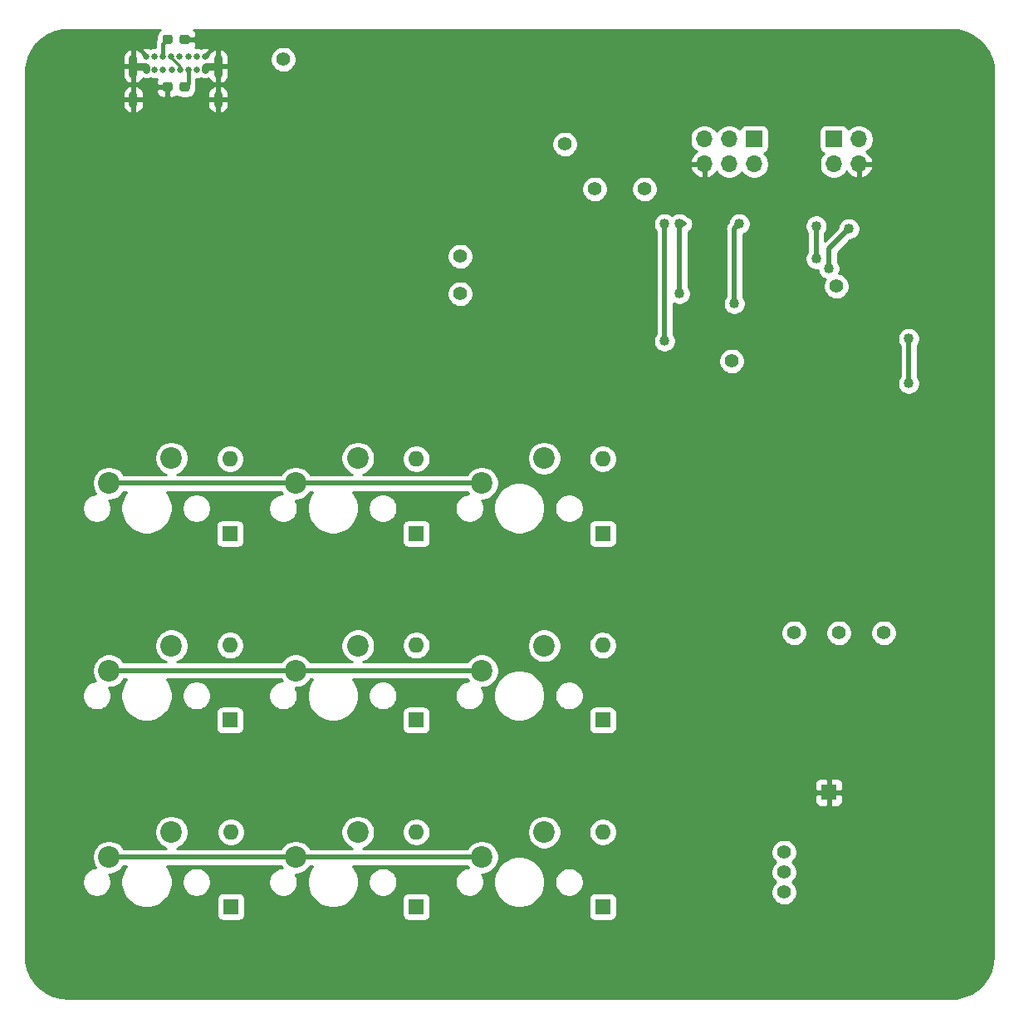
<source format=gbr>
%TF.GenerationSoftware,KiCad,Pcbnew,(5.1.6)-1*%
%TF.CreationDate,2020-09-26T21:35:22-04:00*%
%TF.ProjectId,QAZ_testboard,51415a5f-7465-4737-9462-6f6172642e6b,v1.0*%
%TF.SameCoordinates,Original*%
%TF.FileFunction,Copper,L2,Bot*%
%TF.FilePolarity,Positive*%
%FSLAX46Y46*%
G04 Gerber Fmt 4.6, Leading zero omitted, Abs format (unit mm)*
G04 Created by KiCad (PCBNEW (5.1.6)-1) date 2020-09-26 21:35:22*
%MOMM*%
%LPD*%
G01*
G04 APERTURE LIST*
%TA.AperFunction,ComponentPad*%
%ADD10C,1.400000*%
%TD*%
%TA.AperFunction,ComponentPad*%
%ADD11R,1.650000X1.650000*%
%TD*%
%TA.AperFunction,ComponentPad*%
%ADD12C,2.200000*%
%TD*%
%TA.AperFunction,ComponentPad*%
%ADD13O,1.600000X1.600000*%
%TD*%
%TA.AperFunction,ComponentPad*%
%ADD14R,1.600000X1.600000*%
%TD*%
%TA.AperFunction,ComponentPad*%
%ADD15O,1.700000X1.700000*%
%TD*%
%TA.AperFunction,ComponentPad*%
%ADD16R,1.700000X1.700000*%
%TD*%
%TA.AperFunction,ComponentPad*%
%ADD17C,0.650000*%
%TD*%
%TA.AperFunction,ComponentPad*%
%ADD18O,0.900000X2.400000*%
%TD*%
%TA.AperFunction,ComponentPad*%
%ADD19O,0.900000X1.700000*%
%TD*%
%TA.AperFunction,ViaPad*%
%ADD20C,1.016000*%
%TD*%
%TA.AperFunction,ViaPad*%
%ADD21C,1.524000*%
%TD*%
%TA.AperFunction,Conductor*%
%ADD22C,0.762000*%
%TD*%
%TA.AperFunction,Conductor*%
%ADD23C,0.406400*%
%TD*%
%TA.AperFunction,Conductor*%
%ADD24C,0.250000*%
%TD*%
%TA.AperFunction,Conductor*%
%ADD25C,0.508000*%
%TD*%
%TA.AperFunction,Conductor*%
%ADD26C,0.635000*%
%TD*%
%TA.AperFunction,Conductor*%
%ADD27C,0.304800*%
%TD*%
%TA.AperFunction,Conductor*%
%ADD28C,0.254000*%
%TD*%
G04 APERTURE END LIST*
D10*
%TO.P,TP14,1*%
%TO.N,/USB_D+*%
X124968000Y-67564000D03*
%TD*%
%TO.P,TP13,1*%
%TO.N,/USB_D-*%
X124968000Y-63754000D03*
%TD*%
D11*
%TO.P,U3,21*%
%TO.N,GND*%
X162560000Y-118364000D03*
%TD*%
D10*
%TO.P,TP17,1*%
%TO.N,/RGB0_B*%
X157988000Y-128524000D03*
%TD*%
%TO.P,TP16,1*%
%TO.N,/RGB0_G*%
X157988000Y-126492000D03*
%TD*%
%TO.P,TP15,1*%
%TO.N,/RGB0_R*%
X157988000Y-124460000D03*
%TD*%
%TO.P,TP12,1*%
%TO.N,/CLKOUT*%
X163322000Y-66802000D03*
%TD*%
%TO.P,TP9,1*%
%TO.N,/LED_EN*%
X159004000Y-102108000D03*
%TD*%
%TO.P,TP11,1*%
%TO.N,/LED_SDA*%
X163576000Y-102108000D03*
%TD*%
%TO.P,TP10,1*%
%TO.N,/LED_SCL*%
X168148000Y-102108000D03*
%TD*%
%TO.P,TP8,1*%
%TO.N,/BOOT0*%
X152654000Y-74422000D03*
%TD*%
%TO.P,TP7,1*%
%TO.N,/nRESET*%
X143764000Y-56896000D03*
%TD*%
%TO.P,TP6,1*%
%TO.N,+3V3*%
X138684000Y-56896000D03*
%TD*%
%TO.P,TP5,1*%
%TO.N,Net-(C10-Pad2)*%
X135636000Y-52324000D03*
%TD*%
%TO.P,TP1,1*%
%TO.N,+5V*%
X106934000Y-43688000D03*
%TD*%
D12*
%TO.P,SW10,2*%
%TO.N,/QAZ Testboard Keys/ROW02*%
X127190000Y-124960000D03*
%TO.P,SW10,1*%
%TO.N,Net-(D9-Pad2)*%
X133540000Y-122420000D03*
%TD*%
%TO.P,SW9,2*%
%TO.N,/QAZ Testboard Keys/ROW01*%
X127190000Y-105960000D03*
%TO.P,SW9,1*%
%TO.N,Net-(D8-Pad2)*%
X133540000Y-103420000D03*
%TD*%
%TO.P,SW8,2*%
%TO.N,/QAZ Testboard Keys/ROW00*%
X127190000Y-86868000D03*
%TO.P,SW8,1*%
%TO.N,Net-(D7-Pad2)*%
X133540000Y-84328000D03*
%TD*%
%TO.P,SW7,2*%
%TO.N,/QAZ Testboard Keys/ROW02*%
X108190000Y-124960000D03*
%TO.P,SW7,1*%
%TO.N,Net-(D6-Pad2)*%
X114540000Y-122420000D03*
%TD*%
%TO.P,SW6,2*%
%TO.N,/QAZ Testboard Keys/ROW01*%
X108190000Y-105960000D03*
%TO.P,SW6,1*%
%TO.N,Net-(D5-Pad2)*%
X114540000Y-103420000D03*
%TD*%
%TO.P,SW5,2*%
%TO.N,/QAZ Testboard Keys/ROW00*%
X108190000Y-86868000D03*
%TO.P,SW5,1*%
%TO.N,Net-(D4-Pad2)*%
X114540000Y-84328000D03*
%TD*%
%TO.P,SW4,2*%
%TO.N,/QAZ Testboard Keys/ROW02*%
X89190000Y-124960000D03*
%TO.P,SW4,1*%
%TO.N,Net-(D3-Pad2)*%
X95540000Y-122420000D03*
%TD*%
%TO.P,SW3,2*%
%TO.N,/QAZ Testboard Keys/ROW01*%
X89190000Y-105960000D03*
%TO.P,SW3,1*%
%TO.N,Net-(D2-Pad2)*%
X95540000Y-103420000D03*
%TD*%
%TO.P,SW2,2*%
%TO.N,/QAZ Testboard Keys/ROW00*%
X89190000Y-86868000D03*
%TO.P,SW2,1*%
%TO.N,Net-(D1-Pad2)*%
X95540000Y-84328000D03*
%TD*%
%TO.P,R15,2*%
%TO.N,Net-(CN1-PadB5)*%
%TA.AperFunction,SMDPad,CuDef*%
G36*
G01*
X96362000Y-46719500D02*
X96362000Y-46244500D01*
G75*
G02*
X96599500Y-46007000I237500J0D01*
G01*
X97174500Y-46007000D01*
G75*
G02*
X97412000Y-46244500I0J-237500D01*
G01*
X97412000Y-46719500D01*
G75*
G02*
X97174500Y-46957000I-237500J0D01*
G01*
X96599500Y-46957000D01*
G75*
G02*
X96362000Y-46719500I0J237500D01*
G01*
G37*
%TD.AperFunction*%
%TO.P,R15,1*%
%TO.N,GND*%
%TA.AperFunction,SMDPad,CuDef*%
G36*
G01*
X94612000Y-46719500D02*
X94612000Y-46244500D01*
G75*
G02*
X94849500Y-46007000I237500J0D01*
G01*
X95424500Y-46007000D01*
G75*
G02*
X95662000Y-46244500I0J-237500D01*
G01*
X95662000Y-46719500D01*
G75*
G02*
X95424500Y-46957000I-237500J0D01*
G01*
X94849500Y-46957000D01*
G75*
G02*
X94612000Y-46719500I0J237500D01*
G01*
G37*
%TD.AperFunction*%
%TD*%
%TO.P,R12,2*%
%TO.N,Net-(CN1-PadA5)*%
%TA.AperFunction,SMDPad,CuDef*%
G36*
G01*
X95662000Y-41418500D02*
X95662000Y-41893500D01*
G75*
G02*
X95424500Y-42131000I-237500J0D01*
G01*
X94849500Y-42131000D01*
G75*
G02*
X94612000Y-41893500I0J237500D01*
G01*
X94612000Y-41418500D01*
G75*
G02*
X94849500Y-41181000I237500J0D01*
G01*
X95424500Y-41181000D01*
G75*
G02*
X95662000Y-41418500I0J-237500D01*
G01*
G37*
%TD.AperFunction*%
%TO.P,R12,1*%
%TO.N,GND*%
%TA.AperFunction,SMDPad,CuDef*%
G36*
G01*
X97412000Y-41418500D02*
X97412000Y-41893500D01*
G75*
G02*
X97174500Y-42131000I-237500J0D01*
G01*
X96599500Y-42131000D01*
G75*
G02*
X96362000Y-41893500I0J237500D01*
G01*
X96362000Y-41418500D01*
G75*
G02*
X96599500Y-41181000I237500J0D01*
G01*
X97174500Y-41181000D01*
G75*
G02*
X97412000Y-41418500I0J-237500D01*
G01*
G37*
%TD.AperFunction*%
%TD*%
D13*
%TO.P,D9,2*%
%TO.N,Net-(D9-Pad2)*%
X139500000Y-122380000D03*
D14*
%TO.P,D9,1*%
%TO.N,/QAZ Testboard Keys/COL02*%
X139500000Y-130000000D03*
%TD*%
D13*
%TO.P,D8,2*%
%TO.N,Net-(D8-Pad2)*%
X139500000Y-103380000D03*
D14*
%TO.P,D8,1*%
%TO.N,/QAZ Testboard Keys/COL02*%
X139500000Y-111000000D03*
%TD*%
D13*
%TO.P,D7,2*%
%TO.N,Net-(D7-Pad2)*%
X139500000Y-84380000D03*
D14*
%TO.P,D7,1*%
%TO.N,/QAZ Testboard Keys/COL02*%
X139500000Y-92000000D03*
%TD*%
D13*
%TO.P,D6,2*%
%TO.N,Net-(D6-Pad2)*%
X120500000Y-122380000D03*
D14*
%TO.P,D6,1*%
%TO.N,/QAZ Testboard Keys/COL01*%
X120500000Y-130000000D03*
%TD*%
D13*
%TO.P,D5,2*%
%TO.N,Net-(D5-Pad2)*%
X120500000Y-103380000D03*
D14*
%TO.P,D5,1*%
%TO.N,/QAZ Testboard Keys/COL01*%
X120500000Y-111000000D03*
%TD*%
D13*
%TO.P,D4,2*%
%TO.N,Net-(D4-Pad2)*%
X120500000Y-84380000D03*
D14*
%TO.P,D4,1*%
%TO.N,/QAZ Testboard Keys/COL01*%
X120500000Y-92000000D03*
%TD*%
D13*
%TO.P,D3,2*%
%TO.N,Net-(D3-Pad2)*%
X101600000Y-122380000D03*
D14*
%TO.P,D3,1*%
%TO.N,/QAZ Testboard Keys/COL00*%
X101600000Y-130000000D03*
%TD*%
D13*
%TO.P,D2,2*%
%TO.N,Net-(D2-Pad2)*%
X101500000Y-103380000D03*
D14*
%TO.P,D2,1*%
%TO.N,/QAZ Testboard Keys/COL00*%
X101500000Y-111000000D03*
%TD*%
D13*
%TO.P,D1,2*%
%TO.N,Net-(D1-Pad2)*%
X101500000Y-84380000D03*
D14*
%TO.P,D1,1*%
%TO.N,/QAZ Testboard Keys/COL00*%
X101500000Y-92000000D03*
%TD*%
D15*
%TO.P,CN3,4*%
%TO.N,GND*%
X165608000Y-54356000D03*
%TO.P,CN3,3*%
%TO.N,+3V3*%
X163068000Y-54356000D03*
%TO.P,CN3,2*%
%TO.N,/QAZ External Connections/DBG_TX*%
X165608000Y-51816000D03*
D16*
%TO.P,CN3,1*%
%TO.N,/QAZ External Connections/DBG_RX*%
X163068000Y-51816000D03*
%TD*%
D15*
%TO.P,CN2,6*%
%TO.N,GND*%
X149860000Y-54356000D03*
%TO.P,CN2,5*%
%TO.N,/QAZ External Connections/nRESET*%
X149860000Y-51816000D03*
%TO.P,CN2,4*%
%TO.N,/QAZ External Connections/SWDIO*%
X152400000Y-54356000D03*
%TO.P,CN2,3*%
%TO.N,Net-(CN2-Pad3)*%
X152400000Y-51816000D03*
%TO.P,CN2,2*%
%TO.N,/QAZ External Connections/SWCLK*%
X154940000Y-54356000D03*
D16*
%TO.P,CN2,1*%
%TO.N,+3V3*%
X154940000Y-51816000D03*
%TD*%
D17*
%TO.P,CN1,A5*%
%TO.N,Net-(CN1-PadA5)*%
X94689000Y-43408000D03*
%TO.P,CN1,A1*%
%TO.N,GND*%
X92989000Y-43408000D03*
%TO.P,CN1,A4*%
%TO.N,+5V*%
X93839000Y-43408000D03*
%TO.P,CN1,A6*%
%TO.N,/QAZ External Connections/USB_D+*%
X95539000Y-43408000D03*
%TO.P,CN1,A7*%
%TO.N,/QAZ External Connections/USB_D-*%
X96389000Y-43408000D03*
%TO.P,CN1,A8*%
%TO.N,Net-(CN1-PadA8)*%
X97239000Y-43408000D03*
%TO.P,CN1,A9*%
%TO.N,+5V*%
X98089000Y-43408000D03*
%TO.P,CN1,A12*%
%TO.N,GND*%
X98939000Y-43408000D03*
%TO.P,CN1,B12*%
X92989000Y-44733000D03*
%TO.P,CN1,B9*%
%TO.N,+5V*%
X93844000Y-44733000D03*
%TO.P,CN1,B8*%
%TO.N,Net-(CN1-PadB8)*%
X94694000Y-44733000D03*
%TO.P,CN1,B7*%
%TO.N,/QAZ External Connections/USB_D-*%
X95544000Y-44733000D03*
%TO.P,CN1,B6*%
%TO.N,/QAZ External Connections/USB_D+*%
X96394000Y-44733000D03*
%TO.P,CN1,B5*%
%TO.N,Net-(CN1-PadB5)*%
X97244000Y-44733000D03*
%TO.P,CN1,B4*%
%TO.N,+5V*%
X98094000Y-44733000D03*
%TO.P,CN1,B1*%
%TO.N,GND*%
X98944000Y-44733000D03*
D18*
%TO.P,CN1,S1*%
X91639000Y-44388000D03*
X100289000Y-44388000D03*
D19*
X91639000Y-47768000D03*
X100289000Y-47768000D03*
%TD*%
D20*
%TO.N,GND*%
X160528000Y-71120000D03*
X164084000Y-72644000D03*
X161036000Y-76200000D03*
X107950000Y-60198000D03*
X107950000Y-56134000D03*
X107950000Y-52070000D03*
X86360000Y-50292000D03*
X166624000Y-134620000D03*
X168148000Y-113792000D03*
X159258000Y-115570000D03*
X156972000Y-113284000D03*
X124714000Y-51562000D03*
X122428000Y-51816000D03*
D21*
X127000000Y-50292000D03*
D20*
X131572000Y-51308000D03*
X160444000Y-99484000D03*
X152484000Y-99484000D03*
X155702000Y-81534000D03*
X149352000Y-85344000D03*
X159004000Y-74676000D03*
X153162000Y-57404000D03*
X172212000Y-57150000D03*
X148731000Y-78091000D03*
%TO.N,/LED_SDA*%
X170688000Y-72136000D03*
X170688000Y-76708000D03*
%TO.N,/nRESET*%
X145796000Y-72390000D03*
X145796000Y-60452000D03*
%TO.N,/DBG_RX*%
X161251210Y-64008000D03*
X161251210Y-60667210D03*
%TO.N,/DBG_TX*%
X162560000Y-65024000D03*
X164592000Y-60960000D03*
%TO.N,/SWDIO*%
X147320000Y-67564000D03*
X147320000Y-60452000D03*
%TO.N,/SWCLK*%
X152908000Y-68580000D03*
X153416000Y-60452000D03*
%TD*%
D22*
%TO.N,GND*%
X98952401Y-44512599D02*
X98952401Y-44733000D01*
X100289000Y-44388000D02*
X99077000Y-44388000D01*
X99077000Y-44388000D02*
X98952401Y-44512599D01*
X91639000Y-44388000D02*
X92851000Y-44388000D01*
X92985599Y-44522599D02*
X92985599Y-44733000D01*
X92851000Y-44388000D02*
X92985599Y-44522599D01*
D23*
%TO.N,Net-(CN1-PadA5)*%
X94689000Y-42104000D02*
X94689000Y-43408000D01*
X95137000Y-41656000D02*
X94689000Y-42104000D01*
D24*
%TO.N,/QAZ External Connections/USB_D+*%
X95539000Y-43520002D02*
X95539000Y-43408000D01*
X96394000Y-44375002D02*
X95539000Y-43520002D01*
X96394000Y-44733000D02*
X96394000Y-44375002D01*
D23*
%TO.N,Net-(CN1-PadB5)*%
X97244000Y-46125000D02*
X97244000Y-44733000D01*
X96887000Y-46482000D02*
X97244000Y-46125000D01*
D25*
%TO.N,Net-(D1-Pad2)*%
X101448000Y-84328000D02*
X101500000Y-84380000D01*
D26*
%TO.N,Net-(D3-Pad2)*%
X101560000Y-122420000D02*
X101600000Y-122380000D01*
D25*
%TO.N,Net-(D4-Pad2)*%
X120448000Y-84328000D02*
X120500000Y-84380000D01*
%TO.N,Net-(D5-Pad2)*%
X120460000Y-103420000D02*
X120500000Y-103380000D01*
%TO.N,Net-(D6-Pad2)*%
X120460000Y-122420000D02*
X120500000Y-122380000D01*
%TO.N,Net-(D7-Pad2)*%
X139448000Y-84328000D02*
X139500000Y-84380000D01*
%TO.N,Net-(D8-Pad2)*%
X139460000Y-103420000D02*
X139500000Y-103380000D01*
D26*
%TO.N,Net-(D9-Pad2)*%
X139460000Y-122420000D02*
X139500000Y-122380000D01*
D25*
%TO.N,/LED_SDA*%
X170688000Y-72136000D02*
X170688000Y-76708000D01*
%TO.N,/QAZ Testboard Keys/ROW00*%
X89190000Y-86868000D02*
X108190000Y-86868000D01*
X108190000Y-86868000D02*
X127190000Y-86868000D01*
%TO.N,/QAZ Testboard Keys/ROW01*%
X89190000Y-105960000D02*
X108190000Y-105960000D01*
X108190000Y-105960000D02*
X127190000Y-105960000D01*
%TO.N,/QAZ Testboard Keys/ROW02*%
X89190000Y-124960000D02*
X108190000Y-124960000D01*
X108190000Y-124960000D02*
X127190000Y-124960000D01*
X127190000Y-124960000D02*
X127190000Y-124270000D01*
%TO.N,/nRESET*%
X145796000Y-67564000D02*
X145796000Y-60452000D01*
X145796000Y-60452000D02*
X145796000Y-60452000D01*
X145796000Y-67564000D02*
X145796000Y-72390000D01*
D27*
%TO.N,/DBG_RX*%
X161251210Y-60667210D02*
X161251210Y-60667210D01*
D25*
X161251210Y-60667210D02*
X161251210Y-64008000D01*
%TO.N,/DBG_TX*%
X162560000Y-62992000D02*
X164592000Y-60960000D01*
D27*
X164592000Y-60960000D02*
X164592000Y-60960000D01*
D25*
X162560000Y-62992000D02*
X162560000Y-65024000D01*
%TO.N,/SWDIO*%
X147320000Y-67564000D02*
X147320000Y-60452000D01*
X147828000Y-60452000D02*
X147828000Y-60452000D01*
%TO.N,/SWCLK*%
X152908000Y-68580000D02*
X152908000Y-60960000D01*
X152908000Y-60960000D02*
X153416000Y-60452000D01*
X153416000Y-60452000D02*
X153416000Y-60452000D01*
%TD*%
D28*
%TO.N,GND*%
G36*
X94363058Y-40690488D02*
G01*
X94230377Y-40799377D01*
X94121488Y-40932058D01*
X94040577Y-41083433D01*
X93990752Y-41247684D01*
X93973928Y-41418500D01*
X93973928Y-41663689D01*
X93910858Y-41781684D01*
X93862929Y-41939685D01*
X93850800Y-42062831D01*
X93850800Y-42062837D01*
X93846746Y-42104000D01*
X93850800Y-42145163D01*
X93850800Y-42448000D01*
X93744448Y-42448000D01*
X93558978Y-42484892D01*
X93413580Y-42545118D01*
X93274008Y-42486419D01*
X93088740Y-42448525D01*
X92899639Y-42447503D01*
X92713972Y-42483392D01*
X92538874Y-42554813D01*
X92529677Y-42559730D01*
X92516069Y-42755464D01*
X92911361Y-43150756D01*
X92879000Y-43313448D01*
X92879000Y-43502552D01*
X92879829Y-43506719D01*
X92795253Y-43422143D01*
X92809395Y-43408000D01*
X92659225Y-43257830D01*
X92592809Y-43105455D01*
X92470587Y-42929609D01*
X92316408Y-42780986D01*
X92136197Y-42665298D01*
X91933001Y-42593592D01*
X91766000Y-42720498D01*
X91766000Y-44261000D01*
X92323073Y-44261000D01*
X92140730Y-44273677D01*
X92067419Y-44447992D01*
X92053713Y-44515000D01*
X91766000Y-44515000D01*
X91766000Y-46055502D01*
X91933001Y-46182408D01*
X92136197Y-46110702D01*
X92316408Y-45995014D01*
X92470587Y-45846391D01*
X92592809Y-45670545D01*
X92615913Y-45617538D01*
X92703992Y-45654581D01*
X92889260Y-45692475D01*
X93078361Y-45693497D01*
X93264028Y-45657608D01*
X93416981Y-45595220D01*
X93563978Y-45656108D01*
X93749448Y-45693000D01*
X93938552Y-45693000D01*
X94074245Y-45666009D01*
X94022498Y-45762820D01*
X93986188Y-45882518D01*
X93973928Y-46007000D01*
X93977000Y-46196250D01*
X94135750Y-46355000D01*
X95010000Y-46355000D01*
X95010000Y-46335000D01*
X95264000Y-46335000D01*
X95264000Y-46355000D01*
X95284000Y-46355000D01*
X95284000Y-46609000D01*
X95264000Y-46609000D01*
X95264000Y-47433250D01*
X95422750Y-47592000D01*
X95662000Y-47595072D01*
X95786482Y-47582812D01*
X95906180Y-47546502D01*
X96016494Y-47487537D01*
X96089161Y-47427901D01*
X96113058Y-47447512D01*
X96264433Y-47528423D01*
X96428684Y-47578248D01*
X96599500Y-47595072D01*
X97174500Y-47595072D01*
X97345316Y-47578248D01*
X97509567Y-47528423D01*
X97660942Y-47447512D01*
X97793623Y-47338623D01*
X97873740Y-47241000D01*
X99204000Y-47241000D01*
X99204000Y-47641000D01*
X100162000Y-47641000D01*
X100162000Y-46450498D01*
X100416000Y-46450498D01*
X100416000Y-47641000D01*
X101374000Y-47641000D01*
X101374000Y-47241000D01*
X101328376Y-47031767D01*
X101242809Y-46835455D01*
X101120587Y-46659609D01*
X100966408Y-46510986D01*
X100786197Y-46395298D01*
X100583001Y-46323592D01*
X100416000Y-46450498D01*
X100162000Y-46450498D01*
X99994999Y-46323592D01*
X99791803Y-46395298D01*
X99611592Y-46510986D01*
X99457413Y-46659609D01*
X99335191Y-46835455D01*
X99249624Y-47031767D01*
X99204000Y-47241000D01*
X97873740Y-47241000D01*
X97902512Y-47205942D01*
X97983423Y-47054567D01*
X98033248Y-46890316D01*
X98050072Y-46719500D01*
X98050072Y-46355244D01*
X98070071Y-46289316D01*
X98082200Y-46166170D01*
X98082200Y-46166161D01*
X98086254Y-46125001D01*
X98082200Y-46083841D01*
X98082200Y-45693000D01*
X98188552Y-45693000D01*
X98374022Y-45656108D01*
X98519420Y-45595882D01*
X98658992Y-45654581D01*
X98844260Y-45692475D01*
X99033361Y-45693497D01*
X99219028Y-45657608D01*
X99312868Y-45619331D01*
X99335191Y-45670545D01*
X99457413Y-45846391D01*
X99611592Y-45995014D01*
X99791803Y-46110702D01*
X99994999Y-46182408D01*
X100162000Y-46055502D01*
X100162000Y-44515000D01*
X100416000Y-44515000D01*
X100416000Y-46055502D01*
X100583001Y-46182408D01*
X100786197Y-46110702D01*
X100966408Y-45995014D01*
X101120587Y-45846391D01*
X101242809Y-45670545D01*
X101328376Y-45474233D01*
X101374000Y-45265000D01*
X101374000Y-44515000D01*
X100416000Y-44515000D01*
X100162000Y-44515000D01*
X99879631Y-44515000D01*
X99868608Y-44457972D01*
X99797187Y-44282874D01*
X99792270Y-44273677D01*
X99609927Y-44261000D01*
X100162000Y-44261000D01*
X100162000Y-42720498D01*
X100416000Y-42720498D01*
X100416000Y-44261000D01*
X101374000Y-44261000D01*
X101374000Y-43556514D01*
X105599000Y-43556514D01*
X105599000Y-43819486D01*
X105650304Y-44077405D01*
X105750939Y-44320359D01*
X105897038Y-44539013D01*
X106082987Y-44724962D01*
X106301641Y-44871061D01*
X106544595Y-44971696D01*
X106802514Y-45023000D01*
X107065486Y-45023000D01*
X107323405Y-44971696D01*
X107566359Y-44871061D01*
X107785013Y-44724962D01*
X107970962Y-44539013D01*
X108117061Y-44320359D01*
X108217696Y-44077405D01*
X108269000Y-43819486D01*
X108269000Y-43556514D01*
X108217696Y-43298595D01*
X108117061Y-43055641D01*
X107970962Y-42836987D01*
X107785013Y-42651038D01*
X107566359Y-42504939D01*
X107323405Y-42404304D01*
X107065486Y-42353000D01*
X106802514Y-42353000D01*
X106544595Y-42404304D01*
X106301641Y-42504939D01*
X106082987Y-42651038D01*
X105897038Y-42836987D01*
X105750939Y-43055641D01*
X105650304Y-43298595D01*
X105599000Y-43556514D01*
X101374000Y-43556514D01*
X101374000Y-43511000D01*
X101328376Y-43301767D01*
X101242809Y-43105455D01*
X101120587Y-42929609D01*
X100966408Y-42780986D01*
X100786197Y-42665298D01*
X100583001Y-42593592D01*
X100416000Y-42720498D01*
X100162000Y-42720498D01*
X99994999Y-42593592D01*
X99791803Y-42665298D01*
X99611592Y-42780986D01*
X99457413Y-42929609D01*
X99335191Y-43105455D01*
X99268775Y-43257830D01*
X99118605Y-43408000D01*
X99132748Y-43422143D01*
X99048171Y-43506719D01*
X99049000Y-43502552D01*
X99049000Y-43313448D01*
X99016639Y-43150756D01*
X99411931Y-42755464D01*
X99398323Y-42559730D01*
X99224008Y-42486419D01*
X99038740Y-42448525D01*
X98849639Y-42447503D01*
X98663972Y-42483392D01*
X98513538Y-42544753D01*
X98369022Y-42484892D01*
X98183552Y-42448000D01*
X97994448Y-42448000D01*
X97958787Y-42455093D01*
X98001502Y-42375180D01*
X98037812Y-42255482D01*
X98050072Y-42131000D01*
X98047000Y-41941750D01*
X97888250Y-41783000D01*
X97014000Y-41783000D01*
X97014000Y-41803000D01*
X96760000Y-41803000D01*
X96760000Y-41783000D01*
X96740000Y-41783000D01*
X96740000Y-41529000D01*
X96760000Y-41529000D01*
X96760000Y-41509000D01*
X97014000Y-41509000D01*
X97014000Y-41529000D01*
X97888250Y-41529000D01*
X98047000Y-41370250D01*
X98050072Y-41181000D01*
X98037812Y-41056518D01*
X98001502Y-40936820D01*
X97942537Y-40826506D01*
X97863185Y-40729815D01*
X97778115Y-40660000D01*
X174970608Y-40660000D01*
X175768083Y-40731173D01*
X176511891Y-40934656D01*
X177207905Y-41266638D01*
X177834130Y-41716626D01*
X178370777Y-42270403D01*
X178800871Y-42910451D01*
X179110829Y-43616553D01*
X179292065Y-44371457D01*
X179340000Y-45024207D01*
X179340001Y-134970597D01*
X179268827Y-135768083D01*
X179065344Y-136511890D01*
X178733363Y-137207904D01*
X178283374Y-137834130D01*
X177729597Y-138370777D01*
X177089549Y-138800871D01*
X176383447Y-139110829D01*
X175628543Y-139292065D01*
X174975793Y-139340000D01*
X85029392Y-139340000D01*
X84231917Y-139268827D01*
X83488110Y-139065344D01*
X82792096Y-138733363D01*
X82165870Y-138283374D01*
X81629223Y-137729597D01*
X81199129Y-137089549D01*
X80889171Y-136383447D01*
X80707935Y-135628543D01*
X80660000Y-134975793D01*
X80660000Y-127353740D01*
X86435000Y-127353740D01*
X86435000Y-127646260D01*
X86492068Y-127933158D01*
X86604010Y-128203411D01*
X86766525Y-128446632D01*
X86973368Y-128653475D01*
X87216589Y-128815990D01*
X87486842Y-128927932D01*
X87773740Y-128985000D01*
X88066260Y-128985000D01*
X88353158Y-128927932D01*
X88623411Y-128815990D01*
X88866632Y-128653475D01*
X89073475Y-128446632D01*
X89235990Y-128203411D01*
X89347932Y-127933158D01*
X89405000Y-127646260D01*
X89405000Y-127353740D01*
X89347932Y-127066842D01*
X89235990Y-126796589D01*
X89168110Y-126695000D01*
X89360883Y-126695000D01*
X89696081Y-126628325D01*
X90011831Y-126497537D01*
X90295998Y-126307663D01*
X90537663Y-126065998D01*
X90682656Y-125849000D01*
X90934075Y-125849000D01*
X90664893Y-126251859D01*
X90466261Y-126731399D01*
X90365000Y-127240475D01*
X90365000Y-127759525D01*
X90466261Y-128268601D01*
X90664893Y-128748141D01*
X90953262Y-129179715D01*
X91320285Y-129546738D01*
X91751859Y-129835107D01*
X92231399Y-130033739D01*
X92740475Y-130135000D01*
X93259525Y-130135000D01*
X93768601Y-130033739D01*
X94248141Y-129835107D01*
X94679715Y-129546738D01*
X95026453Y-129200000D01*
X100161928Y-129200000D01*
X100161928Y-130800000D01*
X100174188Y-130924482D01*
X100210498Y-131044180D01*
X100269463Y-131154494D01*
X100348815Y-131251185D01*
X100445506Y-131330537D01*
X100555820Y-131389502D01*
X100675518Y-131425812D01*
X100800000Y-131438072D01*
X102400000Y-131438072D01*
X102524482Y-131425812D01*
X102644180Y-131389502D01*
X102754494Y-131330537D01*
X102851185Y-131251185D01*
X102930537Y-131154494D01*
X102989502Y-131044180D01*
X103025812Y-130924482D01*
X103038072Y-130800000D01*
X103038072Y-129200000D01*
X103025812Y-129075518D01*
X102989502Y-128955820D01*
X102930537Y-128845506D01*
X102851185Y-128748815D01*
X102754494Y-128669463D01*
X102644180Y-128610498D01*
X102524482Y-128574188D01*
X102400000Y-128561928D01*
X100800000Y-128561928D01*
X100675518Y-128574188D01*
X100555820Y-128610498D01*
X100445506Y-128669463D01*
X100348815Y-128748815D01*
X100269463Y-128845506D01*
X100210498Y-128955820D01*
X100174188Y-129075518D01*
X100161928Y-129200000D01*
X95026453Y-129200000D01*
X95046738Y-129179715D01*
X95335107Y-128748141D01*
X95533739Y-128268601D01*
X95635000Y-127759525D01*
X95635000Y-127353740D01*
X96595000Y-127353740D01*
X96595000Y-127646260D01*
X96652068Y-127933158D01*
X96764010Y-128203411D01*
X96926525Y-128446632D01*
X97133368Y-128653475D01*
X97376589Y-128815990D01*
X97646842Y-128927932D01*
X97933740Y-128985000D01*
X98226260Y-128985000D01*
X98513158Y-128927932D01*
X98783411Y-128815990D01*
X99026632Y-128653475D01*
X99233475Y-128446632D01*
X99395990Y-128203411D01*
X99507932Y-127933158D01*
X99565000Y-127646260D01*
X99565000Y-127353740D01*
X99507932Y-127066842D01*
X99395990Y-126796589D01*
X99233475Y-126553368D01*
X99026632Y-126346525D01*
X98783411Y-126184010D01*
X98513158Y-126072068D01*
X98226260Y-126015000D01*
X97933740Y-126015000D01*
X97646842Y-126072068D01*
X97376589Y-126184010D01*
X97133368Y-126346525D01*
X96926525Y-126553368D01*
X96764010Y-126796589D01*
X96652068Y-127066842D01*
X96595000Y-127353740D01*
X95635000Y-127353740D01*
X95635000Y-127240475D01*
X95533739Y-126731399D01*
X95335107Y-126251859D01*
X95065925Y-125849000D01*
X106697344Y-125849000D01*
X106808261Y-126015000D01*
X106773740Y-126015000D01*
X106486842Y-126072068D01*
X106216589Y-126184010D01*
X105973368Y-126346525D01*
X105766525Y-126553368D01*
X105604010Y-126796589D01*
X105492068Y-127066842D01*
X105435000Y-127353740D01*
X105435000Y-127646260D01*
X105492068Y-127933158D01*
X105604010Y-128203411D01*
X105766525Y-128446632D01*
X105973368Y-128653475D01*
X106216589Y-128815990D01*
X106486842Y-128927932D01*
X106773740Y-128985000D01*
X107066260Y-128985000D01*
X107353158Y-128927932D01*
X107623411Y-128815990D01*
X107866632Y-128653475D01*
X108073475Y-128446632D01*
X108235990Y-128203411D01*
X108347932Y-127933158D01*
X108405000Y-127646260D01*
X108405000Y-127353740D01*
X108347932Y-127066842D01*
X108235990Y-126796589D01*
X108168110Y-126695000D01*
X108360883Y-126695000D01*
X108696081Y-126628325D01*
X109011831Y-126497537D01*
X109295998Y-126307663D01*
X109537663Y-126065998D01*
X109682656Y-125849000D01*
X109934075Y-125849000D01*
X109664893Y-126251859D01*
X109466261Y-126731399D01*
X109365000Y-127240475D01*
X109365000Y-127759525D01*
X109466261Y-128268601D01*
X109664893Y-128748141D01*
X109953262Y-129179715D01*
X110320285Y-129546738D01*
X110751859Y-129835107D01*
X111231399Y-130033739D01*
X111740475Y-130135000D01*
X112259525Y-130135000D01*
X112768601Y-130033739D01*
X113248141Y-129835107D01*
X113679715Y-129546738D01*
X114026453Y-129200000D01*
X119061928Y-129200000D01*
X119061928Y-130800000D01*
X119074188Y-130924482D01*
X119110498Y-131044180D01*
X119169463Y-131154494D01*
X119248815Y-131251185D01*
X119345506Y-131330537D01*
X119455820Y-131389502D01*
X119575518Y-131425812D01*
X119700000Y-131438072D01*
X121300000Y-131438072D01*
X121424482Y-131425812D01*
X121544180Y-131389502D01*
X121654494Y-131330537D01*
X121751185Y-131251185D01*
X121830537Y-131154494D01*
X121889502Y-131044180D01*
X121925812Y-130924482D01*
X121938072Y-130800000D01*
X121938072Y-129200000D01*
X121925812Y-129075518D01*
X121889502Y-128955820D01*
X121830537Y-128845506D01*
X121751185Y-128748815D01*
X121654494Y-128669463D01*
X121544180Y-128610498D01*
X121424482Y-128574188D01*
X121300000Y-128561928D01*
X119700000Y-128561928D01*
X119575518Y-128574188D01*
X119455820Y-128610498D01*
X119345506Y-128669463D01*
X119248815Y-128748815D01*
X119169463Y-128845506D01*
X119110498Y-128955820D01*
X119074188Y-129075518D01*
X119061928Y-129200000D01*
X114026453Y-129200000D01*
X114046738Y-129179715D01*
X114335107Y-128748141D01*
X114533739Y-128268601D01*
X114635000Y-127759525D01*
X114635000Y-127353740D01*
X115595000Y-127353740D01*
X115595000Y-127646260D01*
X115652068Y-127933158D01*
X115764010Y-128203411D01*
X115926525Y-128446632D01*
X116133368Y-128653475D01*
X116376589Y-128815990D01*
X116646842Y-128927932D01*
X116933740Y-128985000D01*
X117226260Y-128985000D01*
X117513158Y-128927932D01*
X117783411Y-128815990D01*
X118026632Y-128653475D01*
X118233475Y-128446632D01*
X118395990Y-128203411D01*
X118507932Y-127933158D01*
X118565000Y-127646260D01*
X118565000Y-127353740D01*
X118507932Y-127066842D01*
X118395990Y-126796589D01*
X118233475Y-126553368D01*
X118026632Y-126346525D01*
X117783411Y-126184010D01*
X117513158Y-126072068D01*
X117226260Y-126015000D01*
X116933740Y-126015000D01*
X116646842Y-126072068D01*
X116376589Y-126184010D01*
X116133368Y-126346525D01*
X115926525Y-126553368D01*
X115764010Y-126796589D01*
X115652068Y-127066842D01*
X115595000Y-127353740D01*
X114635000Y-127353740D01*
X114635000Y-127240475D01*
X114533739Y-126731399D01*
X114335107Y-126251859D01*
X114065925Y-125849000D01*
X125697344Y-125849000D01*
X125808261Y-126015000D01*
X125773740Y-126015000D01*
X125486842Y-126072068D01*
X125216589Y-126184010D01*
X124973368Y-126346525D01*
X124766525Y-126553368D01*
X124604010Y-126796589D01*
X124492068Y-127066842D01*
X124435000Y-127353740D01*
X124435000Y-127646260D01*
X124492068Y-127933158D01*
X124604010Y-128203411D01*
X124766525Y-128446632D01*
X124973368Y-128653475D01*
X125216589Y-128815990D01*
X125486842Y-128927932D01*
X125773740Y-128985000D01*
X126066260Y-128985000D01*
X126353158Y-128927932D01*
X126623411Y-128815990D01*
X126866632Y-128653475D01*
X127073475Y-128446632D01*
X127235990Y-128203411D01*
X127347932Y-127933158D01*
X127405000Y-127646260D01*
X127405000Y-127353740D01*
X127382471Y-127240475D01*
X128365000Y-127240475D01*
X128365000Y-127759525D01*
X128466261Y-128268601D01*
X128664893Y-128748141D01*
X128953262Y-129179715D01*
X129320285Y-129546738D01*
X129751859Y-129835107D01*
X130231399Y-130033739D01*
X130740475Y-130135000D01*
X131259525Y-130135000D01*
X131768601Y-130033739D01*
X132248141Y-129835107D01*
X132679715Y-129546738D01*
X133026453Y-129200000D01*
X138061928Y-129200000D01*
X138061928Y-130800000D01*
X138074188Y-130924482D01*
X138110498Y-131044180D01*
X138169463Y-131154494D01*
X138248815Y-131251185D01*
X138345506Y-131330537D01*
X138455820Y-131389502D01*
X138575518Y-131425812D01*
X138700000Y-131438072D01*
X140300000Y-131438072D01*
X140424482Y-131425812D01*
X140544180Y-131389502D01*
X140654494Y-131330537D01*
X140751185Y-131251185D01*
X140830537Y-131154494D01*
X140889502Y-131044180D01*
X140925812Y-130924482D01*
X140938072Y-130800000D01*
X140938072Y-129200000D01*
X140925812Y-129075518D01*
X140889502Y-128955820D01*
X140830537Y-128845506D01*
X140751185Y-128748815D01*
X140654494Y-128669463D01*
X140544180Y-128610498D01*
X140424482Y-128574188D01*
X140300000Y-128561928D01*
X138700000Y-128561928D01*
X138575518Y-128574188D01*
X138455820Y-128610498D01*
X138345506Y-128669463D01*
X138248815Y-128748815D01*
X138169463Y-128845506D01*
X138110498Y-128955820D01*
X138074188Y-129075518D01*
X138061928Y-129200000D01*
X133026453Y-129200000D01*
X133046738Y-129179715D01*
X133335107Y-128748141D01*
X133533739Y-128268601D01*
X133635000Y-127759525D01*
X133635000Y-127353740D01*
X134595000Y-127353740D01*
X134595000Y-127646260D01*
X134652068Y-127933158D01*
X134764010Y-128203411D01*
X134926525Y-128446632D01*
X135133368Y-128653475D01*
X135376589Y-128815990D01*
X135646842Y-128927932D01*
X135933740Y-128985000D01*
X136226260Y-128985000D01*
X136513158Y-128927932D01*
X136783411Y-128815990D01*
X137026632Y-128653475D01*
X137233475Y-128446632D01*
X137395990Y-128203411D01*
X137507932Y-127933158D01*
X137565000Y-127646260D01*
X137565000Y-127353740D01*
X137507932Y-127066842D01*
X137395990Y-126796589D01*
X137233475Y-126553368D01*
X137026632Y-126346525D01*
X136783411Y-126184010D01*
X136513158Y-126072068D01*
X136226260Y-126015000D01*
X135933740Y-126015000D01*
X135646842Y-126072068D01*
X135376589Y-126184010D01*
X135133368Y-126346525D01*
X134926525Y-126553368D01*
X134764010Y-126796589D01*
X134652068Y-127066842D01*
X134595000Y-127353740D01*
X133635000Y-127353740D01*
X133635000Y-127240475D01*
X133533739Y-126731399D01*
X133335107Y-126251859D01*
X133046738Y-125820285D01*
X132679715Y-125453262D01*
X132248141Y-125164893D01*
X131768601Y-124966261D01*
X131259525Y-124865000D01*
X130740475Y-124865000D01*
X130231399Y-124966261D01*
X129751859Y-125164893D01*
X129320285Y-125453262D01*
X128953262Y-125820285D01*
X128664893Y-126251859D01*
X128466261Y-126731399D01*
X128365000Y-127240475D01*
X127382471Y-127240475D01*
X127347932Y-127066842D01*
X127235990Y-126796589D01*
X127168110Y-126695000D01*
X127360883Y-126695000D01*
X127696081Y-126628325D01*
X128011831Y-126497537D01*
X128295998Y-126307663D01*
X128537663Y-126065998D01*
X128727537Y-125781831D01*
X128858325Y-125466081D01*
X128925000Y-125130883D01*
X128925000Y-124789117D01*
X128858325Y-124453919D01*
X128806381Y-124328514D01*
X156653000Y-124328514D01*
X156653000Y-124591486D01*
X156704304Y-124849405D01*
X156804939Y-125092359D01*
X156951038Y-125311013D01*
X157116025Y-125476000D01*
X156951038Y-125640987D01*
X156804939Y-125859641D01*
X156704304Y-126102595D01*
X156653000Y-126360514D01*
X156653000Y-126623486D01*
X156704304Y-126881405D01*
X156804939Y-127124359D01*
X156951038Y-127343013D01*
X157116025Y-127508000D01*
X156951038Y-127672987D01*
X156804939Y-127891641D01*
X156704304Y-128134595D01*
X156653000Y-128392514D01*
X156653000Y-128655486D01*
X156704304Y-128913405D01*
X156804939Y-129156359D01*
X156951038Y-129375013D01*
X157136987Y-129560962D01*
X157355641Y-129707061D01*
X157598595Y-129807696D01*
X157856514Y-129859000D01*
X158119486Y-129859000D01*
X158377405Y-129807696D01*
X158620359Y-129707061D01*
X158839013Y-129560962D01*
X159024962Y-129375013D01*
X159171061Y-129156359D01*
X159271696Y-128913405D01*
X159323000Y-128655486D01*
X159323000Y-128392514D01*
X159271696Y-128134595D01*
X159171061Y-127891641D01*
X159024962Y-127672987D01*
X158859975Y-127508000D01*
X159024962Y-127343013D01*
X159171061Y-127124359D01*
X159271696Y-126881405D01*
X159323000Y-126623486D01*
X159323000Y-126360514D01*
X159271696Y-126102595D01*
X159171061Y-125859641D01*
X159024962Y-125640987D01*
X158859975Y-125476000D01*
X159024962Y-125311013D01*
X159171061Y-125092359D01*
X159271696Y-124849405D01*
X159323000Y-124591486D01*
X159323000Y-124328514D01*
X159271696Y-124070595D01*
X159171061Y-123827641D01*
X159024962Y-123608987D01*
X158839013Y-123423038D01*
X158620359Y-123276939D01*
X158377405Y-123176304D01*
X158119486Y-123125000D01*
X157856514Y-123125000D01*
X157598595Y-123176304D01*
X157355641Y-123276939D01*
X157136987Y-123423038D01*
X156951038Y-123608987D01*
X156804939Y-123827641D01*
X156704304Y-124070595D01*
X156653000Y-124328514D01*
X128806381Y-124328514D01*
X128727537Y-124138169D01*
X128537663Y-123854002D01*
X128295998Y-123612337D01*
X128011831Y-123422463D01*
X127696081Y-123291675D01*
X127360883Y-123225000D01*
X127019117Y-123225000D01*
X126683919Y-123291675D01*
X126368169Y-123422463D01*
X126084002Y-123612337D01*
X125842337Y-123854002D01*
X125697344Y-124071000D01*
X115087907Y-124071000D01*
X115361831Y-123957537D01*
X115645998Y-123767663D01*
X115887663Y-123525998D01*
X116077537Y-123241831D01*
X116208325Y-122926081D01*
X116275000Y-122590883D01*
X116275000Y-122249117D01*
X116272921Y-122238665D01*
X119065000Y-122238665D01*
X119065000Y-122521335D01*
X119120147Y-122798574D01*
X119228320Y-123059727D01*
X119385363Y-123294759D01*
X119585241Y-123494637D01*
X119820273Y-123651680D01*
X120081426Y-123759853D01*
X120358665Y-123815000D01*
X120641335Y-123815000D01*
X120918574Y-123759853D01*
X121179727Y-123651680D01*
X121414759Y-123494637D01*
X121614637Y-123294759D01*
X121771680Y-123059727D01*
X121879853Y-122798574D01*
X121935000Y-122521335D01*
X121935000Y-122249117D01*
X131805000Y-122249117D01*
X131805000Y-122590883D01*
X131871675Y-122926081D01*
X132002463Y-123241831D01*
X132192337Y-123525998D01*
X132434002Y-123767663D01*
X132718169Y-123957537D01*
X133033919Y-124088325D01*
X133369117Y-124155000D01*
X133710883Y-124155000D01*
X134046081Y-124088325D01*
X134361831Y-123957537D01*
X134645998Y-123767663D01*
X134887663Y-123525998D01*
X135077537Y-123241831D01*
X135208325Y-122926081D01*
X135275000Y-122590883D01*
X135275000Y-122249117D01*
X135272921Y-122238665D01*
X138065000Y-122238665D01*
X138065000Y-122521335D01*
X138120147Y-122798574D01*
X138228320Y-123059727D01*
X138385363Y-123294759D01*
X138585241Y-123494637D01*
X138820273Y-123651680D01*
X139081426Y-123759853D01*
X139358665Y-123815000D01*
X139641335Y-123815000D01*
X139918574Y-123759853D01*
X140179727Y-123651680D01*
X140414759Y-123494637D01*
X140614637Y-123294759D01*
X140771680Y-123059727D01*
X140879853Y-122798574D01*
X140935000Y-122521335D01*
X140935000Y-122238665D01*
X140879853Y-121961426D01*
X140771680Y-121700273D01*
X140614637Y-121465241D01*
X140414759Y-121265363D01*
X140179727Y-121108320D01*
X139918574Y-121000147D01*
X139641335Y-120945000D01*
X139358665Y-120945000D01*
X139081426Y-121000147D01*
X138820273Y-121108320D01*
X138585241Y-121265363D01*
X138385363Y-121465241D01*
X138228320Y-121700273D01*
X138120147Y-121961426D01*
X138065000Y-122238665D01*
X135272921Y-122238665D01*
X135208325Y-121913919D01*
X135077537Y-121598169D01*
X134887663Y-121314002D01*
X134645998Y-121072337D01*
X134361831Y-120882463D01*
X134046081Y-120751675D01*
X133710883Y-120685000D01*
X133369117Y-120685000D01*
X133033919Y-120751675D01*
X132718169Y-120882463D01*
X132434002Y-121072337D01*
X132192337Y-121314002D01*
X132002463Y-121598169D01*
X131871675Y-121913919D01*
X131805000Y-122249117D01*
X121935000Y-122249117D01*
X121935000Y-122238665D01*
X121879853Y-121961426D01*
X121771680Y-121700273D01*
X121614637Y-121465241D01*
X121414759Y-121265363D01*
X121179727Y-121108320D01*
X120918574Y-121000147D01*
X120641335Y-120945000D01*
X120358665Y-120945000D01*
X120081426Y-121000147D01*
X119820273Y-121108320D01*
X119585241Y-121265363D01*
X119385363Y-121465241D01*
X119228320Y-121700273D01*
X119120147Y-121961426D01*
X119065000Y-122238665D01*
X116272921Y-122238665D01*
X116208325Y-121913919D01*
X116077537Y-121598169D01*
X115887663Y-121314002D01*
X115645998Y-121072337D01*
X115361831Y-120882463D01*
X115046081Y-120751675D01*
X114710883Y-120685000D01*
X114369117Y-120685000D01*
X114033919Y-120751675D01*
X113718169Y-120882463D01*
X113434002Y-121072337D01*
X113192337Y-121314002D01*
X113002463Y-121598169D01*
X112871675Y-121913919D01*
X112805000Y-122249117D01*
X112805000Y-122590883D01*
X112871675Y-122926081D01*
X113002463Y-123241831D01*
X113192337Y-123525998D01*
X113434002Y-123767663D01*
X113718169Y-123957537D01*
X113992093Y-124071000D01*
X109682656Y-124071000D01*
X109537663Y-123854002D01*
X109295998Y-123612337D01*
X109011831Y-123422463D01*
X108696081Y-123291675D01*
X108360883Y-123225000D01*
X108019117Y-123225000D01*
X107683919Y-123291675D01*
X107368169Y-123422463D01*
X107084002Y-123612337D01*
X106842337Y-123854002D01*
X106697344Y-124071000D01*
X96087907Y-124071000D01*
X96361831Y-123957537D01*
X96645998Y-123767663D01*
X96887663Y-123525998D01*
X97077537Y-123241831D01*
X97208325Y-122926081D01*
X97275000Y-122590883D01*
X97275000Y-122249117D01*
X97272921Y-122238665D01*
X100165000Y-122238665D01*
X100165000Y-122521335D01*
X100220147Y-122798574D01*
X100328320Y-123059727D01*
X100485363Y-123294759D01*
X100685241Y-123494637D01*
X100920273Y-123651680D01*
X101181426Y-123759853D01*
X101458665Y-123815000D01*
X101741335Y-123815000D01*
X102018574Y-123759853D01*
X102279727Y-123651680D01*
X102514759Y-123494637D01*
X102714637Y-123294759D01*
X102871680Y-123059727D01*
X102979853Y-122798574D01*
X103035000Y-122521335D01*
X103035000Y-122238665D01*
X102979853Y-121961426D01*
X102871680Y-121700273D01*
X102714637Y-121465241D01*
X102514759Y-121265363D01*
X102279727Y-121108320D01*
X102018574Y-121000147D01*
X101741335Y-120945000D01*
X101458665Y-120945000D01*
X101181426Y-121000147D01*
X100920273Y-121108320D01*
X100685241Y-121265363D01*
X100485363Y-121465241D01*
X100328320Y-121700273D01*
X100220147Y-121961426D01*
X100165000Y-122238665D01*
X97272921Y-122238665D01*
X97208325Y-121913919D01*
X97077537Y-121598169D01*
X96887663Y-121314002D01*
X96645998Y-121072337D01*
X96361831Y-120882463D01*
X96046081Y-120751675D01*
X95710883Y-120685000D01*
X95369117Y-120685000D01*
X95033919Y-120751675D01*
X94718169Y-120882463D01*
X94434002Y-121072337D01*
X94192337Y-121314002D01*
X94002463Y-121598169D01*
X93871675Y-121913919D01*
X93805000Y-122249117D01*
X93805000Y-122590883D01*
X93871675Y-122926081D01*
X94002463Y-123241831D01*
X94192337Y-123525998D01*
X94434002Y-123767663D01*
X94718169Y-123957537D01*
X94992093Y-124071000D01*
X90682656Y-124071000D01*
X90537663Y-123854002D01*
X90295998Y-123612337D01*
X90011831Y-123422463D01*
X89696081Y-123291675D01*
X89360883Y-123225000D01*
X89019117Y-123225000D01*
X88683919Y-123291675D01*
X88368169Y-123422463D01*
X88084002Y-123612337D01*
X87842337Y-123854002D01*
X87652463Y-124138169D01*
X87521675Y-124453919D01*
X87455000Y-124789117D01*
X87455000Y-125130883D01*
X87521675Y-125466081D01*
X87652463Y-125781831D01*
X87808261Y-126015000D01*
X87773740Y-126015000D01*
X87486842Y-126072068D01*
X87216589Y-126184010D01*
X86973368Y-126346525D01*
X86766525Y-126553368D01*
X86604010Y-126796589D01*
X86492068Y-127066842D01*
X86435000Y-127353740D01*
X80660000Y-127353740D01*
X80660000Y-119189000D01*
X161096928Y-119189000D01*
X161109188Y-119313482D01*
X161145498Y-119433180D01*
X161204463Y-119543494D01*
X161283815Y-119640185D01*
X161380506Y-119719537D01*
X161490820Y-119778502D01*
X161610518Y-119814812D01*
X161735000Y-119827072D01*
X162274250Y-119824000D01*
X162433000Y-119665250D01*
X162433000Y-118491000D01*
X162687000Y-118491000D01*
X162687000Y-119665250D01*
X162845750Y-119824000D01*
X163385000Y-119827072D01*
X163509482Y-119814812D01*
X163629180Y-119778502D01*
X163739494Y-119719537D01*
X163836185Y-119640185D01*
X163915537Y-119543494D01*
X163974502Y-119433180D01*
X164010812Y-119313482D01*
X164023072Y-119189000D01*
X164020000Y-118649750D01*
X163861250Y-118491000D01*
X162687000Y-118491000D01*
X162433000Y-118491000D01*
X161258750Y-118491000D01*
X161100000Y-118649750D01*
X161096928Y-119189000D01*
X80660000Y-119189000D01*
X80660000Y-117539000D01*
X161096928Y-117539000D01*
X161100000Y-118078250D01*
X161258750Y-118237000D01*
X162433000Y-118237000D01*
X162433000Y-117062750D01*
X162687000Y-117062750D01*
X162687000Y-118237000D01*
X163861250Y-118237000D01*
X164020000Y-118078250D01*
X164023072Y-117539000D01*
X164010812Y-117414518D01*
X163974502Y-117294820D01*
X163915537Y-117184506D01*
X163836185Y-117087815D01*
X163739494Y-117008463D01*
X163629180Y-116949498D01*
X163509482Y-116913188D01*
X163385000Y-116900928D01*
X162845750Y-116904000D01*
X162687000Y-117062750D01*
X162433000Y-117062750D01*
X162274250Y-116904000D01*
X161735000Y-116900928D01*
X161610518Y-116913188D01*
X161490820Y-116949498D01*
X161380506Y-117008463D01*
X161283815Y-117087815D01*
X161204463Y-117184506D01*
X161145498Y-117294820D01*
X161109188Y-117414518D01*
X161096928Y-117539000D01*
X80660000Y-117539000D01*
X80660000Y-108353740D01*
X86435000Y-108353740D01*
X86435000Y-108646260D01*
X86492068Y-108933158D01*
X86604010Y-109203411D01*
X86766525Y-109446632D01*
X86973368Y-109653475D01*
X87216589Y-109815990D01*
X87486842Y-109927932D01*
X87773740Y-109985000D01*
X88066260Y-109985000D01*
X88353158Y-109927932D01*
X88623411Y-109815990D01*
X88866632Y-109653475D01*
X89073475Y-109446632D01*
X89235990Y-109203411D01*
X89347932Y-108933158D01*
X89405000Y-108646260D01*
X89405000Y-108353740D01*
X89347932Y-108066842D01*
X89235990Y-107796589D01*
X89168110Y-107695000D01*
X89360883Y-107695000D01*
X89696081Y-107628325D01*
X90011831Y-107497537D01*
X90295998Y-107307663D01*
X90537663Y-107065998D01*
X90682656Y-106849000D01*
X90934075Y-106849000D01*
X90664893Y-107251859D01*
X90466261Y-107731399D01*
X90365000Y-108240475D01*
X90365000Y-108759525D01*
X90466261Y-109268601D01*
X90664893Y-109748141D01*
X90953262Y-110179715D01*
X91320285Y-110546738D01*
X91751859Y-110835107D01*
X92231399Y-111033739D01*
X92740475Y-111135000D01*
X93259525Y-111135000D01*
X93768601Y-111033739D01*
X94248141Y-110835107D01*
X94679715Y-110546738D01*
X95026453Y-110200000D01*
X100061928Y-110200000D01*
X100061928Y-111800000D01*
X100074188Y-111924482D01*
X100110498Y-112044180D01*
X100169463Y-112154494D01*
X100248815Y-112251185D01*
X100345506Y-112330537D01*
X100455820Y-112389502D01*
X100575518Y-112425812D01*
X100700000Y-112438072D01*
X102300000Y-112438072D01*
X102424482Y-112425812D01*
X102544180Y-112389502D01*
X102654494Y-112330537D01*
X102751185Y-112251185D01*
X102830537Y-112154494D01*
X102889502Y-112044180D01*
X102925812Y-111924482D01*
X102938072Y-111800000D01*
X102938072Y-110200000D01*
X102925812Y-110075518D01*
X102889502Y-109955820D01*
X102830537Y-109845506D01*
X102751185Y-109748815D01*
X102654494Y-109669463D01*
X102544180Y-109610498D01*
X102424482Y-109574188D01*
X102300000Y-109561928D01*
X100700000Y-109561928D01*
X100575518Y-109574188D01*
X100455820Y-109610498D01*
X100345506Y-109669463D01*
X100248815Y-109748815D01*
X100169463Y-109845506D01*
X100110498Y-109955820D01*
X100074188Y-110075518D01*
X100061928Y-110200000D01*
X95026453Y-110200000D01*
X95046738Y-110179715D01*
X95335107Y-109748141D01*
X95533739Y-109268601D01*
X95635000Y-108759525D01*
X95635000Y-108353740D01*
X96595000Y-108353740D01*
X96595000Y-108646260D01*
X96652068Y-108933158D01*
X96764010Y-109203411D01*
X96926525Y-109446632D01*
X97133368Y-109653475D01*
X97376589Y-109815990D01*
X97646842Y-109927932D01*
X97933740Y-109985000D01*
X98226260Y-109985000D01*
X98513158Y-109927932D01*
X98783411Y-109815990D01*
X99026632Y-109653475D01*
X99233475Y-109446632D01*
X99395990Y-109203411D01*
X99507932Y-108933158D01*
X99565000Y-108646260D01*
X99565000Y-108353740D01*
X99507932Y-108066842D01*
X99395990Y-107796589D01*
X99233475Y-107553368D01*
X99026632Y-107346525D01*
X98783411Y-107184010D01*
X98513158Y-107072068D01*
X98226260Y-107015000D01*
X97933740Y-107015000D01*
X97646842Y-107072068D01*
X97376589Y-107184010D01*
X97133368Y-107346525D01*
X96926525Y-107553368D01*
X96764010Y-107796589D01*
X96652068Y-108066842D01*
X96595000Y-108353740D01*
X95635000Y-108353740D01*
X95635000Y-108240475D01*
X95533739Y-107731399D01*
X95335107Y-107251859D01*
X95065925Y-106849000D01*
X106697344Y-106849000D01*
X106808261Y-107015000D01*
X106773740Y-107015000D01*
X106486842Y-107072068D01*
X106216589Y-107184010D01*
X105973368Y-107346525D01*
X105766525Y-107553368D01*
X105604010Y-107796589D01*
X105492068Y-108066842D01*
X105435000Y-108353740D01*
X105435000Y-108646260D01*
X105492068Y-108933158D01*
X105604010Y-109203411D01*
X105766525Y-109446632D01*
X105973368Y-109653475D01*
X106216589Y-109815990D01*
X106486842Y-109927932D01*
X106773740Y-109985000D01*
X107066260Y-109985000D01*
X107353158Y-109927932D01*
X107623411Y-109815990D01*
X107866632Y-109653475D01*
X108073475Y-109446632D01*
X108235990Y-109203411D01*
X108347932Y-108933158D01*
X108405000Y-108646260D01*
X108405000Y-108353740D01*
X108347932Y-108066842D01*
X108235990Y-107796589D01*
X108168110Y-107695000D01*
X108360883Y-107695000D01*
X108696081Y-107628325D01*
X109011831Y-107497537D01*
X109295998Y-107307663D01*
X109537663Y-107065998D01*
X109682656Y-106849000D01*
X109934075Y-106849000D01*
X109664893Y-107251859D01*
X109466261Y-107731399D01*
X109365000Y-108240475D01*
X109365000Y-108759525D01*
X109466261Y-109268601D01*
X109664893Y-109748141D01*
X109953262Y-110179715D01*
X110320285Y-110546738D01*
X110751859Y-110835107D01*
X111231399Y-111033739D01*
X111740475Y-111135000D01*
X112259525Y-111135000D01*
X112768601Y-111033739D01*
X113248141Y-110835107D01*
X113679715Y-110546738D01*
X114026453Y-110200000D01*
X119061928Y-110200000D01*
X119061928Y-111800000D01*
X119074188Y-111924482D01*
X119110498Y-112044180D01*
X119169463Y-112154494D01*
X119248815Y-112251185D01*
X119345506Y-112330537D01*
X119455820Y-112389502D01*
X119575518Y-112425812D01*
X119700000Y-112438072D01*
X121300000Y-112438072D01*
X121424482Y-112425812D01*
X121544180Y-112389502D01*
X121654494Y-112330537D01*
X121751185Y-112251185D01*
X121830537Y-112154494D01*
X121889502Y-112044180D01*
X121925812Y-111924482D01*
X121938072Y-111800000D01*
X121938072Y-110200000D01*
X121925812Y-110075518D01*
X121889502Y-109955820D01*
X121830537Y-109845506D01*
X121751185Y-109748815D01*
X121654494Y-109669463D01*
X121544180Y-109610498D01*
X121424482Y-109574188D01*
X121300000Y-109561928D01*
X119700000Y-109561928D01*
X119575518Y-109574188D01*
X119455820Y-109610498D01*
X119345506Y-109669463D01*
X119248815Y-109748815D01*
X119169463Y-109845506D01*
X119110498Y-109955820D01*
X119074188Y-110075518D01*
X119061928Y-110200000D01*
X114026453Y-110200000D01*
X114046738Y-110179715D01*
X114335107Y-109748141D01*
X114533739Y-109268601D01*
X114635000Y-108759525D01*
X114635000Y-108353740D01*
X115595000Y-108353740D01*
X115595000Y-108646260D01*
X115652068Y-108933158D01*
X115764010Y-109203411D01*
X115926525Y-109446632D01*
X116133368Y-109653475D01*
X116376589Y-109815990D01*
X116646842Y-109927932D01*
X116933740Y-109985000D01*
X117226260Y-109985000D01*
X117513158Y-109927932D01*
X117783411Y-109815990D01*
X118026632Y-109653475D01*
X118233475Y-109446632D01*
X118395990Y-109203411D01*
X118507932Y-108933158D01*
X118565000Y-108646260D01*
X118565000Y-108353740D01*
X118507932Y-108066842D01*
X118395990Y-107796589D01*
X118233475Y-107553368D01*
X118026632Y-107346525D01*
X117783411Y-107184010D01*
X117513158Y-107072068D01*
X117226260Y-107015000D01*
X116933740Y-107015000D01*
X116646842Y-107072068D01*
X116376589Y-107184010D01*
X116133368Y-107346525D01*
X115926525Y-107553368D01*
X115764010Y-107796589D01*
X115652068Y-108066842D01*
X115595000Y-108353740D01*
X114635000Y-108353740D01*
X114635000Y-108240475D01*
X114533739Y-107731399D01*
X114335107Y-107251859D01*
X114065925Y-106849000D01*
X125697344Y-106849000D01*
X125808261Y-107015000D01*
X125773740Y-107015000D01*
X125486842Y-107072068D01*
X125216589Y-107184010D01*
X124973368Y-107346525D01*
X124766525Y-107553368D01*
X124604010Y-107796589D01*
X124492068Y-108066842D01*
X124435000Y-108353740D01*
X124435000Y-108646260D01*
X124492068Y-108933158D01*
X124604010Y-109203411D01*
X124766525Y-109446632D01*
X124973368Y-109653475D01*
X125216589Y-109815990D01*
X125486842Y-109927932D01*
X125773740Y-109985000D01*
X126066260Y-109985000D01*
X126353158Y-109927932D01*
X126623411Y-109815990D01*
X126866632Y-109653475D01*
X127073475Y-109446632D01*
X127235990Y-109203411D01*
X127347932Y-108933158D01*
X127405000Y-108646260D01*
X127405000Y-108353740D01*
X127382471Y-108240475D01*
X128365000Y-108240475D01*
X128365000Y-108759525D01*
X128466261Y-109268601D01*
X128664893Y-109748141D01*
X128953262Y-110179715D01*
X129320285Y-110546738D01*
X129751859Y-110835107D01*
X130231399Y-111033739D01*
X130740475Y-111135000D01*
X131259525Y-111135000D01*
X131768601Y-111033739D01*
X132248141Y-110835107D01*
X132679715Y-110546738D01*
X133026453Y-110200000D01*
X138061928Y-110200000D01*
X138061928Y-111800000D01*
X138074188Y-111924482D01*
X138110498Y-112044180D01*
X138169463Y-112154494D01*
X138248815Y-112251185D01*
X138345506Y-112330537D01*
X138455820Y-112389502D01*
X138575518Y-112425812D01*
X138700000Y-112438072D01*
X140300000Y-112438072D01*
X140424482Y-112425812D01*
X140544180Y-112389502D01*
X140654494Y-112330537D01*
X140751185Y-112251185D01*
X140830537Y-112154494D01*
X140889502Y-112044180D01*
X140925812Y-111924482D01*
X140938072Y-111800000D01*
X140938072Y-110200000D01*
X140925812Y-110075518D01*
X140889502Y-109955820D01*
X140830537Y-109845506D01*
X140751185Y-109748815D01*
X140654494Y-109669463D01*
X140544180Y-109610498D01*
X140424482Y-109574188D01*
X140300000Y-109561928D01*
X138700000Y-109561928D01*
X138575518Y-109574188D01*
X138455820Y-109610498D01*
X138345506Y-109669463D01*
X138248815Y-109748815D01*
X138169463Y-109845506D01*
X138110498Y-109955820D01*
X138074188Y-110075518D01*
X138061928Y-110200000D01*
X133026453Y-110200000D01*
X133046738Y-110179715D01*
X133335107Y-109748141D01*
X133533739Y-109268601D01*
X133635000Y-108759525D01*
X133635000Y-108353740D01*
X134595000Y-108353740D01*
X134595000Y-108646260D01*
X134652068Y-108933158D01*
X134764010Y-109203411D01*
X134926525Y-109446632D01*
X135133368Y-109653475D01*
X135376589Y-109815990D01*
X135646842Y-109927932D01*
X135933740Y-109985000D01*
X136226260Y-109985000D01*
X136513158Y-109927932D01*
X136783411Y-109815990D01*
X137026632Y-109653475D01*
X137233475Y-109446632D01*
X137395990Y-109203411D01*
X137507932Y-108933158D01*
X137565000Y-108646260D01*
X137565000Y-108353740D01*
X137507932Y-108066842D01*
X137395990Y-107796589D01*
X137233475Y-107553368D01*
X137026632Y-107346525D01*
X136783411Y-107184010D01*
X136513158Y-107072068D01*
X136226260Y-107015000D01*
X135933740Y-107015000D01*
X135646842Y-107072068D01*
X135376589Y-107184010D01*
X135133368Y-107346525D01*
X134926525Y-107553368D01*
X134764010Y-107796589D01*
X134652068Y-108066842D01*
X134595000Y-108353740D01*
X133635000Y-108353740D01*
X133635000Y-108240475D01*
X133533739Y-107731399D01*
X133335107Y-107251859D01*
X133046738Y-106820285D01*
X132679715Y-106453262D01*
X132248141Y-106164893D01*
X131768601Y-105966261D01*
X131259525Y-105865000D01*
X130740475Y-105865000D01*
X130231399Y-105966261D01*
X129751859Y-106164893D01*
X129320285Y-106453262D01*
X128953262Y-106820285D01*
X128664893Y-107251859D01*
X128466261Y-107731399D01*
X128365000Y-108240475D01*
X127382471Y-108240475D01*
X127347932Y-108066842D01*
X127235990Y-107796589D01*
X127168110Y-107695000D01*
X127360883Y-107695000D01*
X127696081Y-107628325D01*
X128011831Y-107497537D01*
X128295998Y-107307663D01*
X128537663Y-107065998D01*
X128727537Y-106781831D01*
X128858325Y-106466081D01*
X128925000Y-106130883D01*
X128925000Y-105789117D01*
X128858325Y-105453919D01*
X128727537Y-105138169D01*
X128537663Y-104854002D01*
X128295998Y-104612337D01*
X128011831Y-104422463D01*
X127696081Y-104291675D01*
X127360883Y-104225000D01*
X127019117Y-104225000D01*
X126683919Y-104291675D01*
X126368169Y-104422463D01*
X126084002Y-104612337D01*
X125842337Y-104854002D01*
X125697344Y-105071000D01*
X115087907Y-105071000D01*
X115361831Y-104957537D01*
X115645998Y-104767663D01*
X115887663Y-104525998D01*
X116077537Y-104241831D01*
X116208325Y-103926081D01*
X116275000Y-103590883D01*
X116275000Y-103249117D01*
X116272921Y-103238665D01*
X119065000Y-103238665D01*
X119065000Y-103521335D01*
X119120147Y-103798574D01*
X119228320Y-104059727D01*
X119385363Y-104294759D01*
X119585241Y-104494637D01*
X119820273Y-104651680D01*
X120081426Y-104759853D01*
X120358665Y-104815000D01*
X120641335Y-104815000D01*
X120918574Y-104759853D01*
X121179727Y-104651680D01*
X121414759Y-104494637D01*
X121614637Y-104294759D01*
X121771680Y-104059727D01*
X121879853Y-103798574D01*
X121935000Y-103521335D01*
X121935000Y-103249117D01*
X131805000Y-103249117D01*
X131805000Y-103590883D01*
X131871675Y-103926081D01*
X132002463Y-104241831D01*
X132192337Y-104525998D01*
X132434002Y-104767663D01*
X132718169Y-104957537D01*
X133033919Y-105088325D01*
X133369117Y-105155000D01*
X133710883Y-105155000D01*
X134046081Y-105088325D01*
X134361831Y-104957537D01*
X134645998Y-104767663D01*
X134887663Y-104525998D01*
X135077537Y-104241831D01*
X135208325Y-103926081D01*
X135275000Y-103590883D01*
X135275000Y-103249117D01*
X135272921Y-103238665D01*
X138065000Y-103238665D01*
X138065000Y-103521335D01*
X138120147Y-103798574D01*
X138228320Y-104059727D01*
X138385363Y-104294759D01*
X138585241Y-104494637D01*
X138820273Y-104651680D01*
X139081426Y-104759853D01*
X139358665Y-104815000D01*
X139641335Y-104815000D01*
X139918574Y-104759853D01*
X140179727Y-104651680D01*
X140414759Y-104494637D01*
X140614637Y-104294759D01*
X140771680Y-104059727D01*
X140879853Y-103798574D01*
X140935000Y-103521335D01*
X140935000Y-103238665D01*
X140879853Y-102961426D01*
X140771680Y-102700273D01*
X140614637Y-102465241D01*
X140414759Y-102265363D01*
X140179727Y-102108320D01*
X139918574Y-102000147D01*
X139799765Y-101976514D01*
X157669000Y-101976514D01*
X157669000Y-102239486D01*
X157720304Y-102497405D01*
X157820939Y-102740359D01*
X157967038Y-102959013D01*
X158152987Y-103144962D01*
X158371641Y-103291061D01*
X158614595Y-103391696D01*
X158872514Y-103443000D01*
X159135486Y-103443000D01*
X159393405Y-103391696D01*
X159636359Y-103291061D01*
X159855013Y-103144962D01*
X160040962Y-102959013D01*
X160187061Y-102740359D01*
X160287696Y-102497405D01*
X160339000Y-102239486D01*
X160339000Y-101976514D01*
X162241000Y-101976514D01*
X162241000Y-102239486D01*
X162292304Y-102497405D01*
X162392939Y-102740359D01*
X162539038Y-102959013D01*
X162724987Y-103144962D01*
X162943641Y-103291061D01*
X163186595Y-103391696D01*
X163444514Y-103443000D01*
X163707486Y-103443000D01*
X163965405Y-103391696D01*
X164208359Y-103291061D01*
X164427013Y-103144962D01*
X164612962Y-102959013D01*
X164759061Y-102740359D01*
X164859696Y-102497405D01*
X164911000Y-102239486D01*
X164911000Y-101976514D01*
X166813000Y-101976514D01*
X166813000Y-102239486D01*
X166864304Y-102497405D01*
X166964939Y-102740359D01*
X167111038Y-102959013D01*
X167296987Y-103144962D01*
X167515641Y-103291061D01*
X167758595Y-103391696D01*
X168016514Y-103443000D01*
X168279486Y-103443000D01*
X168537405Y-103391696D01*
X168780359Y-103291061D01*
X168999013Y-103144962D01*
X169184962Y-102959013D01*
X169331061Y-102740359D01*
X169431696Y-102497405D01*
X169483000Y-102239486D01*
X169483000Y-101976514D01*
X169431696Y-101718595D01*
X169331061Y-101475641D01*
X169184962Y-101256987D01*
X168999013Y-101071038D01*
X168780359Y-100924939D01*
X168537405Y-100824304D01*
X168279486Y-100773000D01*
X168016514Y-100773000D01*
X167758595Y-100824304D01*
X167515641Y-100924939D01*
X167296987Y-101071038D01*
X167111038Y-101256987D01*
X166964939Y-101475641D01*
X166864304Y-101718595D01*
X166813000Y-101976514D01*
X164911000Y-101976514D01*
X164859696Y-101718595D01*
X164759061Y-101475641D01*
X164612962Y-101256987D01*
X164427013Y-101071038D01*
X164208359Y-100924939D01*
X163965405Y-100824304D01*
X163707486Y-100773000D01*
X163444514Y-100773000D01*
X163186595Y-100824304D01*
X162943641Y-100924939D01*
X162724987Y-101071038D01*
X162539038Y-101256987D01*
X162392939Y-101475641D01*
X162292304Y-101718595D01*
X162241000Y-101976514D01*
X160339000Y-101976514D01*
X160287696Y-101718595D01*
X160187061Y-101475641D01*
X160040962Y-101256987D01*
X159855013Y-101071038D01*
X159636359Y-100924939D01*
X159393405Y-100824304D01*
X159135486Y-100773000D01*
X158872514Y-100773000D01*
X158614595Y-100824304D01*
X158371641Y-100924939D01*
X158152987Y-101071038D01*
X157967038Y-101256987D01*
X157820939Y-101475641D01*
X157720304Y-101718595D01*
X157669000Y-101976514D01*
X139799765Y-101976514D01*
X139641335Y-101945000D01*
X139358665Y-101945000D01*
X139081426Y-102000147D01*
X138820273Y-102108320D01*
X138585241Y-102265363D01*
X138385363Y-102465241D01*
X138228320Y-102700273D01*
X138120147Y-102961426D01*
X138065000Y-103238665D01*
X135272921Y-103238665D01*
X135208325Y-102913919D01*
X135077537Y-102598169D01*
X134887663Y-102314002D01*
X134645998Y-102072337D01*
X134361831Y-101882463D01*
X134046081Y-101751675D01*
X133710883Y-101685000D01*
X133369117Y-101685000D01*
X133033919Y-101751675D01*
X132718169Y-101882463D01*
X132434002Y-102072337D01*
X132192337Y-102314002D01*
X132002463Y-102598169D01*
X131871675Y-102913919D01*
X131805000Y-103249117D01*
X121935000Y-103249117D01*
X121935000Y-103238665D01*
X121879853Y-102961426D01*
X121771680Y-102700273D01*
X121614637Y-102465241D01*
X121414759Y-102265363D01*
X121179727Y-102108320D01*
X120918574Y-102000147D01*
X120641335Y-101945000D01*
X120358665Y-101945000D01*
X120081426Y-102000147D01*
X119820273Y-102108320D01*
X119585241Y-102265363D01*
X119385363Y-102465241D01*
X119228320Y-102700273D01*
X119120147Y-102961426D01*
X119065000Y-103238665D01*
X116272921Y-103238665D01*
X116208325Y-102913919D01*
X116077537Y-102598169D01*
X115887663Y-102314002D01*
X115645998Y-102072337D01*
X115361831Y-101882463D01*
X115046081Y-101751675D01*
X114710883Y-101685000D01*
X114369117Y-101685000D01*
X114033919Y-101751675D01*
X113718169Y-101882463D01*
X113434002Y-102072337D01*
X113192337Y-102314002D01*
X113002463Y-102598169D01*
X112871675Y-102913919D01*
X112805000Y-103249117D01*
X112805000Y-103590883D01*
X112871675Y-103926081D01*
X113002463Y-104241831D01*
X113192337Y-104525998D01*
X113434002Y-104767663D01*
X113718169Y-104957537D01*
X113992093Y-105071000D01*
X109682656Y-105071000D01*
X109537663Y-104854002D01*
X109295998Y-104612337D01*
X109011831Y-104422463D01*
X108696081Y-104291675D01*
X108360883Y-104225000D01*
X108019117Y-104225000D01*
X107683919Y-104291675D01*
X107368169Y-104422463D01*
X107084002Y-104612337D01*
X106842337Y-104854002D01*
X106697344Y-105071000D01*
X96087907Y-105071000D01*
X96361831Y-104957537D01*
X96645998Y-104767663D01*
X96887663Y-104525998D01*
X97077537Y-104241831D01*
X97208325Y-103926081D01*
X97275000Y-103590883D01*
X97275000Y-103249117D01*
X97272921Y-103238665D01*
X100065000Y-103238665D01*
X100065000Y-103521335D01*
X100120147Y-103798574D01*
X100228320Y-104059727D01*
X100385363Y-104294759D01*
X100585241Y-104494637D01*
X100820273Y-104651680D01*
X101081426Y-104759853D01*
X101358665Y-104815000D01*
X101641335Y-104815000D01*
X101918574Y-104759853D01*
X102179727Y-104651680D01*
X102414759Y-104494637D01*
X102614637Y-104294759D01*
X102771680Y-104059727D01*
X102879853Y-103798574D01*
X102935000Y-103521335D01*
X102935000Y-103238665D01*
X102879853Y-102961426D01*
X102771680Y-102700273D01*
X102614637Y-102465241D01*
X102414759Y-102265363D01*
X102179727Y-102108320D01*
X101918574Y-102000147D01*
X101641335Y-101945000D01*
X101358665Y-101945000D01*
X101081426Y-102000147D01*
X100820273Y-102108320D01*
X100585241Y-102265363D01*
X100385363Y-102465241D01*
X100228320Y-102700273D01*
X100120147Y-102961426D01*
X100065000Y-103238665D01*
X97272921Y-103238665D01*
X97208325Y-102913919D01*
X97077537Y-102598169D01*
X96887663Y-102314002D01*
X96645998Y-102072337D01*
X96361831Y-101882463D01*
X96046081Y-101751675D01*
X95710883Y-101685000D01*
X95369117Y-101685000D01*
X95033919Y-101751675D01*
X94718169Y-101882463D01*
X94434002Y-102072337D01*
X94192337Y-102314002D01*
X94002463Y-102598169D01*
X93871675Y-102913919D01*
X93805000Y-103249117D01*
X93805000Y-103590883D01*
X93871675Y-103926081D01*
X94002463Y-104241831D01*
X94192337Y-104525998D01*
X94434002Y-104767663D01*
X94718169Y-104957537D01*
X94992093Y-105071000D01*
X90682656Y-105071000D01*
X90537663Y-104854002D01*
X90295998Y-104612337D01*
X90011831Y-104422463D01*
X89696081Y-104291675D01*
X89360883Y-104225000D01*
X89019117Y-104225000D01*
X88683919Y-104291675D01*
X88368169Y-104422463D01*
X88084002Y-104612337D01*
X87842337Y-104854002D01*
X87652463Y-105138169D01*
X87521675Y-105453919D01*
X87455000Y-105789117D01*
X87455000Y-106130883D01*
X87521675Y-106466081D01*
X87652463Y-106781831D01*
X87808261Y-107015000D01*
X87773740Y-107015000D01*
X87486842Y-107072068D01*
X87216589Y-107184010D01*
X86973368Y-107346525D01*
X86766525Y-107553368D01*
X86604010Y-107796589D01*
X86492068Y-108066842D01*
X86435000Y-108353740D01*
X80660000Y-108353740D01*
X80660000Y-89261740D01*
X86435000Y-89261740D01*
X86435000Y-89554260D01*
X86492068Y-89841158D01*
X86604010Y-90111411D01*
X86766525Y-90354632D01*
X86973368Y-90561475D01*
X87216589Y-90723990D01*
X87486842Y-90835932D01*
X87773740Y-90893000D01*
X88066260Y-90893000D01*
X88353158Y-90835932D01*
X88623411Y-90723990D01*
X88866632Y-90561475D01*
X89073475Y-90354632D01*
X89235990Y-90111411D01*
X89347932Y-89841158D01*
X89405000Y-89554260D01*
X89405000Y-89261740D01*
X89347932Y-88974842D01*
X89235990Y-88704589D01*
X89168110Y-88603000D01*
X89360883Y-88603000D01*
X89696081Y-88536325D01*
X90011831Y-88405537D01*
X90295998Y-88215663D01*
X90537663Y-87973998D01*
X90682656Y-87757000D01*
X90934075Y-87757000D01*
X90664893Y-88159859D01*
X90466261Y-88639399D01*
X90365000Y-89148475D01*
X90365000Y-89667525D01*
X90466261Y-90176601D01*
X90664893Y-90656141D01*
X90953262Y-91087715D01*
X91320285Y-91454738D01*
X91751859Y-91743107D01*
X92231399Y-91941739D01*
X92740475Y-92043000D01*
X93259525Y-92043000D01*
X93768601Y-91941739D01*
X94248141Y-91743107D01*
X94679715Y-91454738D01*
X94934453Y-91200000D01*
X100061928Y-91200000D01*
X100061928Y-92800000D01*
X100074188Y-92924482D01*
X100110498Y-93044180D01*
X100169463Y-93154494D01*
X100248815Y-93251185D01*
X100345506Y-93330537D01*
X100455820Y-93389502D01*
X100575518Y-93425812D01*
X100700000Y-93438072D01*
X102300000Y-93438072D01*
X102424482Y-93425812D01*
X102544180Y-93389502D01*
X102654494Y-93330537D01*
X102751185Y-93251185D01*
X102830537Y-93154494D01*
X102889502Y-93044180D01*
X102925812Y-92924482D01*
X102938072Y-92800000D01*
X102938072Y-91200000D01*
X102925812Y-91075518D01*
X102889502Y-90955820D01*
X102830537Y-90845506D01*
X102751185Y-90748815D01*
X102654494Y-90669463D01*
X102544180Y-90610498D01*
X102424482Y-90574188D01*
X102300000Y-90561928D01*
X100700000Y-90561928D01*
X100575518Y-90574188D01*
X100455820Y-90610498D01*
X100345506Y-90669463D01*
X100248815Y-90748815D01*
X100169463Y-90845506D01*
X100110498Y-90955820D01*
X100074188Y-91075518D01*
X100061928Y-91200000D01*
X94934453Y-91200000D01*
X95046738Y-91087715D01*
X95335107Y-90656141D01*
X95533739Y-90176601D01*
X95635000Y-89667525D01*
X95635000Y-89261740D01*
X96595000Y-89261740D01*
X96595000Y-89554260D01*
X96652068Y-89841158D01*
X96764010Y-90111411D01*
X96926525Y-90354632D01*
X97133368Y-90561475D01*
X97376589Y-90723990D01*
X97646842Y-90835932D01*
X97933740Y-90893000D01*
X98226260Y-90893000D01*
X98513158Y-90835932D01*
X98783411Y-90723990D01*
X99026632Y-90561475D01*
X99233475Y-90354632D01*
X99395990Y-90111411D01*
X99507932Y-89841158D01*
X99565000Y-89554260D01*
X99565000Y-89261740D01*
X99507932Y-88974842D01*
X99395990Y-88704589D01*
X99233475Y-88461368D01*
X99026632Y-88254525D01*
X98783411Y-88092010D01*
X98513158Y-87980068D01*
X98226260Y-87923000D01*
X97933740Y-87923000D01*
X97646842Y-87980068D01*
X97376589Y-88092010D01*
X97133368Y-88254525D01*
X96926525Y-88461368D01*
X96764010Y-88704589D01*
X96652068Y-88974842D01*
X96595000Y-89261740D01*
X95635000Y-89261740D01*
X95635000Y-89148475D01*
X95533739Y-88639399D01*
X95335107Y-88159859D01*
X95065925Y-87757000D01*
X106697344Y-87757000D01*
X106808261Y-87923000D01*
X106773740Y-87923000D01*
X106486842Y-87980068D01*
X106216589Y-88092010D01*
X105973368Y-88254525D01*
X105766525Y-88461368D01*
X105604010Y-88704589D01*
X105492068Y-88974842D01*
X105435000Y-89261740D01*
X105435000Y-89554260D01*
X105492068Y-89841158D01*
X105604010Y-90111411D01*
X105766525Y-90354632D01*
X105973368Y-90561475D01*
X106216589Y-90723990D01*
X106486842Y-90835932D01*
X106773740Y-90893000D01*
X107066260Y-90893000D01*
X107353158Y-90835932D01*
X107623411Y-90723990D01*
X107866632Y-90561475D01*
X108073475Y-90354632D01*
X108235990Y-90111411D01*
X108347932Y-89841158D01*
X108405000Y-89554260D01*
X108405000Y-89261740D01*
X108347932Y-88974842D01*
X108235990Y-88704589D01*
X108168110Y-88603000D01*
X108360883Y-88603000D01*
X108696081Y-88536325D01*
X109011831Y-88405537D01*
X109295998Y-88215663D01*
X109537663Y-87973998D01*
X109682656Y-87757000D01*
X109934075Y-87757000D01*
X109664893Y-88159859D01*
X109466261Y-88639399D01*
X109365000Y-89148475D01*
X109365000Y-89667525D01*
X109466261Y-90176601D01*
X109664893Y-90656141D01*
X109953262Y-91087715D01*
X110320285Y-91454738D01*
X110751859Y-91743107D01*
X111231399Y-91941739D01*
X111740475Y-92043000D01*
X112259525Y-92043000D01*
X112768601Y-91941739D01*
X113248141Y-91743107D01*
X113679715Y-91454738D01*
X113934453Y-91200000D01*
X119061928Y-91200000D01*
X119061928Y-92800000D01*
X119074188Y-92924482D01*
X119110498Y-93044180D01*
X119169463Y-93154494D01*
X119248815Y-93251185D01*
X119345506Y-93330537D01*
X119455820Y-93389502D01*
X119575518Y-93425812D01*
X119700000Y-93438072D01*
X121300000Y-93438072D01*
X121424482Y-93425812D01*
X121544180Y-93389502D01*
X121654494Y-93330537D01*
X121751185Y-93251185D01*
X121830537Y-93154494D01*
X121889502Y-93044180D01*
X121925812Y-92924482D01*
X121938072Y-92800000D01*
X121938072Y-91200000D01*
X121925812Y-91075518D01*
X121889502Y-90955820D01*
X121830537Y-90845506D01*
X121751185Y-90748815D01*
X121654494Y-90669463D01*
X121544180Y-90610498D01*
X121424482Y-90574188D01*
X121300000Y-90561928D01*
X119700000Y-90561928D01*
X119575518Y-90574188D01*
X119455820Y-90610498D01*
X119345506Y-90669463D01*
X119248815Y-90748815D01*
X119169463Y-90845506D01*
X119110498Y-90955820D01*
X119074188Y-91075518D01*
X119061928Y-91200000D01*
X113934453Y-91200000D01*
X114046738Y-91087715D01*
X114335107Y-90656141D01*
X114533739Y-90176601D01*
X114635000Y-89667525D01*
X114635000Y-89261740D01*
X115595000Y-89261740D01*
X115595000Y-89554260D01*
X115652068Y-89841158D01*
X115764010Y-90111411D01*
X115926525Y-90354632D01*
X116133368Y-90561475D01*
X116376589Y-90723990D01*
X116646842Y-90835932D01*
X116933740Y-90893000D01*
X117226260Y-90893000D01*
X117513158Y-90835932D01*
X117783411Y-90723990D01*
X118026632Y-90561475D01*
X118233475Y-90354632D01*
X118395990Y-90111411D01*
X118507932Y-89841158D01*
X118565000Y-89554260D01*
X118565000Y-89261740D01*
X118507932Y-88974842D01*
X118395990Y-88704589D01*
X118233475Y-88461368D01*
X118026632Y-88254525D01*
X117783411Y-88092010D01*
X117513158Y-87980068D01*
X117226260Y-87923000D01*
X116933740Y-87923000D01*
X116646842Y-87980068D01*
X116376589Y-88092010D01*
X116133368Y-88254525D01*
X115926525Y-88461368D01*
X115764010Y-88704589D01*
X115652068Y-88974842D01*
X115595000Y-89261740D01*
X114635000Y-89261740D01*
X114635000Y-89148475D01*
X114533739Y-88639399D01*
X114335107Y-88159859D01*
X114065925Y-87757000D01*
X125697344Y-87757000D01*
X125808261Y-87923000D01*
X125773740Y-87923000D01*
X125486842Y-87980068D01*
X125216589Y-88092010D01*
X124973368Y-88254525D01*
X124766525Y-88461368D01*
X124604010Y-88704589D01*
X124492068Y-88974842D01*
X124435000Y-89261740D01*
X124435000Y-89554260D01*
X124492068Y-89841158D01*
X124604010Y-90111411D01*
X124766525Y-90354632D01*
X124973368Y-90561475D01*
X125216589Y-90723990D01*
X125486842Y-90835932D01*
X125773740Y-90893000D01*
X126066260Y-90893000D01*
X126353158Y-90835932D01*
X126623411Y-90723990D01*
X126866632Y-90561475D01*
X127073475Y-90354632D01*
X127235990Y-90111411D01*
X127347932Y-89841158D01*
X127405000Y-89554260D01*
X127405000Y-89261740D01*
X127382471Y-89148475D01*
X128365000Y-89148475D01*
X128365000Y-89667525D01*
X128466261Y-90176601D01*
X128664893Y-90656141D01*
X128953262Y-91087715D01*
X129320285Y-91454738D01*
X129751859Y-91743107D01*
X130231399Y-91941739D01*
X130740475Y-92043000D01*
X131259525Y-92043000D01*
X131768601Y-91941739D01*
X132248141Y-91743107D01*
X132679715Y-91454738D01*
X132934453Y-91200000D01*
X138061928Y-91200000D01*
X138061928Y-92800000D01*
X138074188Y-92924482D01*
X138110498Y-93044180D01*
X138169463Y-93154494D01*
X138248815Y-93251185D01*
X138345506Y-93330537D01*
X138455820Y-93389502D01*
X138575518Y-93425812D01*
X138700000Y-93438072D01*
X140300000Y-93438072D01*
X140424482Y-93425812D01*
X140544180Y-93389502D01*
X140654494Y-93330537D01*
X140751185Y-93251185D01*
X140830537Y-93154494D01*
X140889502Y-93044180D01*
X140925812Y-92924482D01*
X140938072Y-92800000D01*
X140938072Y-91200000D01*
X140925812Y-91075518D01*
X140889502Y-90955820D01*
X140830537Y-90845506D01*
X140751185Y-90748815D01*
X140654494Y-90669463D01*
X140544180Y-90610498D01*
X140424482Y-90574188D01*
X140300000Y-90561928D01*
X138700000Y-90561928D01*
X138575518Y-90574188D01*
X138455820Y-90610498D01*
X138345506Y-90669463D01*
X138248815Y-90748815D01*
X138169463Y-90845506D01*
X138110498Y-90955820D01*
X138074188Y-91075518D01*
X138061928Y-91200000D01*
X132934453Y-91200000D01*
X133046738Y-91087715D01*
X133335107Y-90656141D01*
X133533739Y-90176601D01*
X133635000Y-89667525D01*
X133635000Y-89261740D01*
X134595000Y-89261740D01*
X134595000Y-89554260D01*
X134652068Y-89841158D01*
X134764010Y-90111411D01*
X134926525Y-90354632D01*
X135133368Y-90561475D01*
X135376589Y-90723990D01*
X135646842Y-90835932D01*
X135933740Y-90893000D01*
X136226260Y-90893000D01*
X136513158Y-90835932D01*
X136783411Y-90723990D01*
X137026632Y-90561475D01*
X137233475Y-90354632D01*
X137395990Y-90111411D01*
X137507932Y-89841158D01*
X137565000Y-89554260D01*
X137565000Y-89261740D01*
X137507932Y-88974842D01*
X137395990Y-88704589D01*
X137233475Y-88461368D01*
X137026632Y-88254525D01*
X136783411Y-88092010D01*
X136513158Y-87980068D01*
X136226260Y-87923000D01*
X135933740Y-87923000D01*
X135646842Y-87980068D01*
X135376589Y-88092010D01*
X135133368Y-88254525D01*
X134926525Y-88461368D01*
X134764010Y-88704589D01*
X134652068Y-88974842D01*
X134595000Y-89261740D01*
X133635000Y-89261740D01*
X133635000Y-89148475D01*
X133533739Y-88639399D01*
X133335107Y-88159859D01*
X133046738Y-87728285D01*
X132679715Y-87361262D01*
X132248141Y-87072893D01*
X131768601Y-86874261D01*
X131259525Y-86773000D01*
X130740475Y-86773000D01*
X130231399Y-86874261D01*
X129751859Y-87072893D01*
X129320285Y-87361262D01*
X128953262Y-87728285D01*
X128664893Y-88159859D01*
X128466261Y-88639399D01*
X128365000Y-89148475D01*
X127382471Y-89148475D01*
X127347932Y-88974842D01*
X127235990Y-88704589D01*
X127168110Y-88603000D01*
X127360883Y-88603000D01*
X127696081Y-88536325D01*
X128011831Y-88405537D01*
X128295998Y-88215663D01*
X128537663Y-87973998D01*
X128727537Y-87689831D01*
X128858325Y-87374081D01*
X128925000Y-87038883D01*
X128925000Y-86697117D01*
X128858325Y-86361919D01*
X128727537Y-86046169D01*
X128537663Y-85762002D01*
X128295998Y-85520337D01*
X128011831Y-85330463D01*
X127696081Y-85199675D01*
X127360883Y-85133000D01*
X127019117Y-85133000D01*
X126683919Y-85199675D01*
X126368169Y-85330463D01*
X126084002Y-85520337D01*
X125842337Y-85762002D01*
X125697344Y-85979000D01*
X115087907Y-85979000D01*
X115361831Y-85865537D01*
X115645998Y-85675663D01*
X115887663Y-85433998D01*
X116077537Y-85149831D01*
X116208325Y-84834081D01*
X116275000Y-84498883D01*
X116275000Y-84238665D01*
X119065000Y-84238665D01*
X119065000Y-84521335D01*
X119120147Y-84798574D01*
X119228320Y-85059727D01*
X119385363Y-85294759D01*
X119585241Y-85494637D01*
X119820273Y-85651680D01*
X120081426Y-85759853D01*
X120358665Y-85815000D01*
X120641335Y-85815000D01*
X120918574Y-85759853D01*
X121179727Y-85651680D01*
X121414759Y-85494637D01*
X121614637Y-85294759D01*
X121771680Y-85059727D01*
X121879853Y-84798574D01*
X121935000Y-84521335D01*
X121935000Y-84238665D01*
X121918779Y-84157117D01*
X131805000Y-84157117D01*
X131805000Y-84498883D01*
X131871675Y-84834081D01*
X132002463Y-85149831D01*
X132192337Y-85433998D01*
X132434002Y-85675663D01*
X132718169Y-85865537D01*
X133033919Y-85996325D01*
X133369117Y-86063000D01*
X133710883Y-86063000D01*
X134046081Y-85996325D01*
X134361831Y-85865537D01*
X134645998Y-85675663D01*
X134887663Y-85433998D01*
X135077537Y-85149831D01*
X135208325Y-84834081D01*
X135275000Y-84498883D01*
X135275000Y-84238665D01*
X138065000Y-84238665D01*
X138065000Y-84521335D01*
X138120147Y-84798574D01*
X138228320Y-85059727D01*
X138385363Y-85294759D01*
X138585241Y-85494637D01*
X138820273Y-85651680D01*
X139081426Y-85759853D01*
X139358665Y-85815000D01*
X139641335Y-85815000D01*
X139918574Y-85759853D01*
X140179727Y-85651680D01*
X140414759Y-85494637D01*
X140614637Y-85294759D01*
X140771680Y-85059727D01*
X140879853Y-84798574D01*
X140935000Y-84521335D01*
X140935000Y-84238665D01*
X140879853Y-83961426D01*
X140771680Y-83700273D01*
X140614637Y-83465241D01*
X140414759Y-83265363D01*
X140179727Y-83108320D01*
X139918574Y-83000147D01*
X139641335Y-82945000D01*
X139358665Y-82945000D01*
X139081426Y-83000147D01*
X138820273Y-83108320D01*
X138585241Y-83265363D01*
X138385363Y-83465241D01*
X138228320Y-83700273D01*
X138120147Y-83961426D01*
X138065000Y-84238665D01*
X135275000Y-84238665D01*
X135275000Y-84157117D01*
X135208325Y-83821919D01*
X135077537Y-83506169D01*
X134887663Y-83222002D01*
X134645998Y-82980337D01*
X134361831Y-82790463D01*
X134046081Y-82659675D01*
X133710883Y-82593000D01*
X133369117Y-82593000D01*
X133033919Y-82659675D01*
X132718169Y-82790463D01*
X132434002Y-82980337D01*
X132192337Y-83222002D01*
X132002463Y-83506169D01*
X131871675Y-83821919D01*
X131805000Y-84157117D01*
X121918779Y-84157117D01*
X121879853Y-83961426D01*
X121771680Y-83700273D01*
X121614637Y-83465241D01*
X121414759Y-83265363D01*
X121179727Y-83108320D01*
X120918574Y-83000147D01*
X120641335Y-82945000D01*
X120358665Y-82945000D01*
X120081426Y-83000147D01*
X119820273Y-83108320D01*
X119585241Y-83265363D01*
X119385363Y-83465241D01*
X119228320Y-83700273D01*
X119120147Y-83961426D01*
X119065000Y-84238665D01*
X116275000Y-84238665D01*
X116275000Y-84157117D01*
X116208325Y-83821919D01*
X116077537Y-83506169D01*
X115887663Y-83222002D01*
X115645998Y-82980337D01*
X115361831Y-82790463D01*
X115046081Y-82659675D01*
X114710883Y-82593000D01*
X114369117Y-82593000D01*
X114033919Y-82659675D01*
X113718169Y-82790463D01*
X113434002Y-82980337D01*
X113192337Y-83222002D01*
X113002463Y-83506169D01*
X112871675Y-83821919D01*
X112805000Y-84157117D01*
X112805000Y-84498883D01*
X112871675Y-84834081D01*
X113002463Y-85149831D01*
X113192337Y-85433998D01*
X113434002Y-85675663D01*
X113718169Y-85865537D01*
X113992093Y-85979000D01*
X109682656Y-85979000D01*
X109537663Y-85762002D01*
X109295998Y-85520337D01*
X109011831Y-85330463D01*
X108696081Y-85199675D01*
X108360883Y-85133000D01*
X108019117Y-85133000D01*
X107683919Y-85199675D01*
X107368169Y-85330463D01*
X107084002Y-85520337D01*
X106842337Y-85762002D01*
X106697344Y-85979000D01*
X96087907Y-85979000D01*
X96361831Y-85865537D01*
X96645998Y-85675663D01*
X96887663Y-85433998D01*
X97077537Y-85149831D01*
X97208325Y-84834081D01*
X97275000Y-84498883D01*
X97275000Y-84238665D01*
X100065000Y-84238665D01*
X100065000Y-84521335D01*
X100120147Y-84798574D01*
X100228320Y-85059727D01*
X100385363Y-85294759D01*
X100585241Y-85494637D01*
X100820273Y-85651680D01*
X101081426Y-85759853D01*
X101358665Y-85815000D01*
X101641335Y-85815000D01*
X101918574Y-85759853D01*
X102179727Y-85651680D01*
X102414759Y-85494637D01*
X102614637Y-85294759D01*
X102771680Y-85059727D01*
X102879853Y-84798574D01*
X102935000Y-84521335D01*
X102935000Y-84238665D01*
X102879853Y-83961426D01*
X102771680Y-83700273D01*
X102614637Y-83465241D01*
X102414759Y-83265363D01*
X102179727Y-83108320D01*
X101918574Y-83000147D01*
X101641335Y-82945000D01*
X101358665Y-82945000D01*
X101081426Y-83000147D01*
X100820273Y-83108320D01*
X100585241Y-83265363D01*
X100385363Y-83465241D01*
X100228320Y-83700273D01*
X100120147Y-83961426D01*
X100065000Y-84238665D01*
X97275000Y-84238665D01*
X97275000Y-84157117D01*
X97208325Y-83821919D01*
X97077537Y-83506169D01*
X96887663Y-83222002D01*
X96645998Y-82980337D01*
X96361831Y-82790463D01*
X96046081Y-82659675D01*
X95710883Y-82593000D01*
X95369117Y-82593000D01*
X95033919Y-82659675D01*
X94718169Y-82790463D01*
X94434002Y-82980337D01*
X94192337Y-83222002D01*
X94002463Y-83506169D01*
X93871675Y-83821919D01*
X93805000Y-84157117D01*
X93805000Y-84498883D01*
X93871675Y-84834081D01*
X94002463Y-85149831D01*
X94192337Y-85433998D01*
X94434002Y-85675663D01*
X94718169Y-85865537D01*
X94992093Y-85979000D01*
X90682656Y-85979000D01*
X90537663Y-85762002D01*
X90295998Y-85520337D01*
X90011831Y-85330463D01*
X89696081Y-85199675D01*
X89360883Y-85133000D01*
X89019117Y-85133000D01*
X88683919Y-85199675D01*
X88368169Y-85330463D01*
X88084002Y-85520337D01*
X87842337Y-85762002D01*
X87652463Y-86046169D01*
X87521675Y-86361919D01*
X87455000Y-86697117D01*
X87455000Y-87038883D01*
X87521675Y-87374081D01*
X87652463Y-87689831D01*
X87808261Y-87923000D01*
X87773740Y-87923000D01*
X87486842Y-87980068D01*
X87216589Y-88092010D01*
X86973368Y-88254525D01*
X86766525Y-88461368D01*
X86604010Y-88704589D01*
X86492068Y-88974842D01*
X86435000Y-89261740D01*
X80660000Y-89261740D01*
X80660000Y-74290514D01*
X151319000Y-74290514D01*
X151319000Y-74553486D01*
X151370304Y-74811405D01*
X151470939Y-75054359D01*
X151617038Y-75273013D01*
X151802987Y-75458962D01*
X152021641Y-75605061D01*
X152264595Y-75705696D01*
X152522514Y-75757000D01*
X152785486Y-75757000D01*
X153043405Y-75705696D01*
X153286359Y-75605061D01*
X153505013Y-75458962D01*
X153690962Y-75273013D01*
X153837061Y-75054359D01*
X153937696Y-74811405D01*
X153989000Y-74553486D01*
X153989000Y-74290514D01*
X153937696Y-74032595D01*
X153837061Y-73789641D01*
X153690962Y-73570987D01*
X153505013Y-73385038D01*
X153286359Y-73238939D01*
X153043405Y-73138304D01*
X152785486Y-73087000D01*
X152522514Y-73087000D01*
X152264595Y-73138304D01*
X152021641Y-73238939D01*
X151802987Y-73385038D01*
X151617038Y-73570987D01*
X151470939Y-73789641D01*
X151370304Y-74032595D01*
X151319000Y-74290514D01*
X80660000Y-74290514D01*
X80660000Y-67432514D01*
X123633000Y-67432514D01*
X123633000Y-67695486D01*
X123684304Y-67953405D01*
X123784939Y-68196359D01*
X123931038Y-68415013D01*
X124116987Y-68600962D01*
X124335641Y-68747061D01*
X124578595Y-68847696D01*
X124836514Y-68899000D01*
X125099486Y-68899000D01*
X125357405Y-68847696D01*
X125600359Y-68747061D01*
X125819013Y-68600962D01*
X126004962Y-68415013D01*
X126151061Y-68196359D01*
X126251696Y-67953405D01*
X126303000Y-67695486D01*
X126303000Y-67432514D01*
X126251696Y-67174595D01*
X126151061Y-66931641D01*
X126004962Y-66712987D01*
X125819013Y-66527038D01*
X125600359Y-66380939D01*
X125357405Y-66280304D01*
X125099486Y-66229000D01*
X124836514Y-66229000D01*
X124578595Y-66280304D01*
X124335641Y-66380939D01*
X124116987Y-66527038D01*
X123931038Y-66712987D01*
X123784939Y-66931641D01*
X123684304Y-67174595D01*
X123633000Y-67432514D01*
X80660000Y-67432514D01*
X80660000Y-63622514D01*
X123633000Y-63622514D01*
X123633000Y-63885486D01*
X123684304Y-64143405D01*
X123784939Y-64386359D01*
X123931038Y-64605013D01*
X124116987Y-64790962D01*
X124335641Y-64937061D01*
X124578595Y-65037696D01*
X124836514Y-65089000D01*
X125099486Y-65089000D01*
X125357405Y-65037696D01*
X125600359Y-64937061D01*
X125819013Y-64790962D01*
X126004962Y-64605013D01*
X126151061Y-64386359D01*
X126251696Y-64143405D01*
X126303000Y-63885486D01*
X126303000Y-63622514D01*
X126251696Y-63364595D01*
X126151061Y-63121641D01*
X126004962Y-62902987D01*
X125819013Y-62717038D01*
X125600359Y-62570939D01*
X125357405Y-62470304D01*
X125099486Y-62419000D01*
X124836514Y-62419000D01*
X124578595Y-62470304D01*
X124335641Y-62570939D01*
X124116987Y-62717038D01*
X123931038Y-62902987D01*
X123784939Y-63121641D01*
X123684304Y-63364595D01*
X123633000Y-63622514D01*
X80660000Y-63622514D01*
X80660000Y-60339424D01*
X144653000Y-60339424D01*
X144653000Y-60564576D01*
X144696925Y-60785401D01*
X144783087Y-60993413D01*
X144907001Y-61178864D01*
X144907000Y-67520333D01*
X144907000Y-67520334D01*
X144907001Y-71663136D01*
X144783087Y-71848587D01*
X144696925Y-72056599D01*
X144653000Y-72277424D01*
X144653000Y-72502576D01*
X144696925Y-72723401D01*
X144783087Y-72931413D01*
X144908174Y-73118620D01*
X145067380Y-73277826D01*
X145254587Y-73402913D01*
X145462599Y-73489075D01*
X145683424Y-73533000D01*
X145908576Y-73533000D01*
X146129401Y-73489075D01*
X146337413Y-73402913D01*
X146524620Y-73277826D01*
X146683826Y-73118620D01*
X146808913Y-72931413D01*
X146895075Y-72723401D01*
X146939000Y-72502576D01*
X146939000Y-72277424D01*
X146895075Y-72056599D01*
X146881334Y-72023424D01*
X169545000Y-72023424D01*
X169545000Y-72248576D01*
X169588925Y-72469401D01*
X169675087Y-72677413D01*
X169799000Y-72862863D01*
X169799001Y-75981136D01*
X169675087Y-76166587D01*
X169588925Y-76374599D01*
X169545000Y-76595424D01*
X169545000Y-76820576D01*
X169588925Y-77041401D01*
X169675087Y-77249413D01*
X169800174Y-77436620D01*
X169959380Y-77595826D01*
X170146587Y-77720913D01*
X170354599Y-77807075D01*
X170575424Y-77851000D01*
X170800576Y-77851000D01*
X171021401Y-77807075D01*
X171229413Y-77720913D01*
X171416620Y-77595826D01*
X171575826Y-77436620D01*
X171700913Y-77249413D01*
X171787075Y-77041401D01*
X171831000Y-76820576D01*
X171831000Y-76595424D01*
X171787075Y-76374599D01*
X171700913Y-76166587D01*
X171577000Y-75981137D01*
X171577000Y-72862863D01*
X171700913Y-72677413D01*
X171787075Y-72469401D01*
X171831000Y-72248576D01*
X171831000Y-72023424D01*
X171787075Y-71802599D01*
X171700913Y-71594587D01*
X171575826Y-71407380D01*
X171416620Y-71248174D01*
X171229413Y-71123087D01*
X171021401Y-71036925D01*
X170800576Y-70993000D01*
X170575424Y-70993000D01*
X170354599Y-71036925D01*
X170146587Y-71123087D01*
X169959380Y-71248174D01*
X169800174Y-71407380D01*
X169675087Y-71594587D01*
X169588925Y-71802599D01*
X169545000Y-72023424D01*
X146881334Y-72023424D01*
X146808913Y-71848587D01*
X146685000Y-71663137D01*
X146685000Y-68514381D01*
X146778587Y-68576913D01*
X146986599Y-68663075D01*
X147207424Y-68707000D01*
X147432576Y-68707000D01*
X147653401Y-68663075D01*
X147861413Y-68576913D01*
X148025275Y-68467424D01*
X151765000Y-68467424D01*
X151765000Y-68692576D01*
X151808925Y-68913401D01*
X151895087Y-69121413D01*
X152020174Y-69308620D01*
X152179380Y-69467826D01*
X152366587Y-69592913D01*
X152574599Y-69679075D01*
X152795424Y-69723000D01*
X153020576Y-69723000D01*
X153241401Y-69679075D01*
X153449413Y-69592913D01*
X153636620Y-69467826D01*
X153795826Y-69308620D01*
X153920913Y-69121413D01*
X154007075Y-68913401D01*
X154051000Y-68692576D01*
X154051000Y-68467424D01*
X154007075Y-68246599D01*
X153920913Y-68038587D01*
X153797000Y-67853137D01*
X153797000Y-61531359D01*
X153957413Y-61464913D01*
X154144620Y-61339826D01*
X154303826Y-61180620D01*
X154428913Y-60993413D01*
X154515075Y-60785401D01*
X154559000Y-60564576D01*
X154559000Y-60554634D01*
X160108210Y-60554634D01*
X160108210Y-60779786D01*
X160152135Y-61000611D01*
X160238297Y-61208623D01*
X160362210Y-61394073D01*
X160362211Y-63281136D01*
X160238297Y-63466587D01*
X160152135Y-63674599D01*
X160108210Y-63895424D01*
X160108210Y-64120576D01*
X160152135Y-64341401D01*
X160238297Y-64549413D01*
X160363384Y-64736620D01*
X160522590Y-64895826D01*
X160709797Y-65020913D01*
X160917809Y-65107075D01*
X161138634Y-65151000D01*
X161363786Y-65151000D01*
X161417735Y-65140269D01*
X161460925Y-65357401D01*
X161547087Y-65565413D01*
X161672174Y-65752620D01*
X161831380Y-65911826D01*
X162018587Y-66036913D01*
X162182311Y-66104730D01*
X162138939Y-66169641D01*
X162038304Y-66412595D01*
X161987000Y-66670514D01*
X161987000Y-66933486D01*
X162038304Y-67191405D01*
X162138939Y-67434359D01*
X162285038Y-67653013D01*
X162470987Y-67838962D01*
X162689641Y-67985061D01*
X162932595Y-68085696D01*
X163190514Y-68137000D01*
X163453486Y-68137000D01*
X163711405Y-68085696D01*
X163954359Y-67985061D01*
X164173013Y-67838962D01*
X164358962Y-67653013D01*
X164505061Y-67434359D01*
X164605696Y-67191405D01*
X164657000Y-66933486D01*
X164657000Y-66670514D01*
X164605696Y-66412595D01*
X164505061Y-66169641D01*
X164358962Y-65950987D01*
X164173013Y-65765038D01*
X163954359Y-65618939D01*
X163711405Y-65518304D01*
X163601483Y-65496439D01*
X163659075Y-65357401D01*
X163703000Y-65136576D01*
X163703000Y-64911424D01*
X163659075Y-64690599D01*
X163572913Y-64482587D01*
X163449000Y-64297137D01*
X163449000Y-63360235D01*
X164706648Y-62102588D01*
X164925401Y-62059075D01*
X165133413Y-61972913D01*
X165320620Y-61847826D01*
X165479826Y-61688620D01*
X165604913Y-61501413D01*
X165691075Y-61293401D01*
X165735000Y-61072576D01*
X165735000Y-60847424D01*
X165691075Y-60626599D01*
X165604913Y-60418587D01*
X165479826Y-60231380D01*
X165320620Y-60072174D01*
X165133413Y-59947087D01*
X164925401Y-59860925D01*
X164704576Y-59817000D01*
X164479424Y-59817000D01*
X164258599Y-59860925D01*
X164050587Y-59947087D01*
X163863380Y-60072174D01*
X163704174Y-60231380D01*
X163579087Y-60418587D01*
X163492925Y-60626599D01*
X163449412Y-60845352D01*
X162140210Y-62154555D01*
X162140210Y-61394073D01*
X162264123Y-61208623D01*
X162350285Y-61000611D01*
X162394210Y-60779786D01*
X162394210Y-60554634D01*
X162350285Y-60333809D01*
X162264123Y-60125797D01*
X162139036Y-59938590D01*
X161979830Y-59779384D01*
X161792623Y-59654297D01*
X161584611Y-59568135D01*
X161363786Y-59524210D01*
X161138634Y-59524210D01*
X160917809Y-59568135D01*
X160709797Y-59654297D01*
X160522590Y-59779384D01*
X160363384Y-59938590D01*
X160238297Y-60125797D01*
X160152135Y-60333809D01*
X160108210Y-60554634D01*
X154559000Y-60554634D01*
X154559000Y-60339424D01*
X154515075Y-60118599D01*
X154428913Y-59910587D01*
X154303826Y-59723380D01*
X154144620Y-59564174D01*
X153957413Y-59439087D01*
X153749401Y-59352925D01*
X153528576Y-59309000D01*
X153303424Y-59309000D01*
X153082599Y-59352925D01*
X152874587Y-59439087D01*
X152687380Y-59564174D01*
X152528174Y-59723380D01*
X152403087Y-59910587D01*
X152316925Y-60118599D01*
X152274841Y-60330170D01*
X152248507Y-60362258D01*
X152248505Y-60362260D01*
X152165248Y-60463709D01*
X152082698Y-60618148D01*
X152031864Y-60785726D01*
X152014700Y-60960000D01*
X152019001Y-61003670D01*
X152019000Y-67853137D01*
X151895087Y-68038587D01*
X151808925Y-68246599D01*
X151765000Y-68467424D01*
X148025275Y-68467424D01*
X148048620Y-68451826D01*
X148207826Y-68292620D01*
X148332913Y-68105413D01*
X148419075Y-67897401D01*
X148463000Y-67676576D01*
X148463000Y-67451424D01*
X148419075Y-67230599D01*
X148332913Y-67022587D01*
X148209000Y-66837137D01*
X148209000Y-61256377D01*
X148324291Y-61194753D01*
X148459659Y-61083659D01*
X148570753Y-60948291D01*
X148653303Y-60793851D01*
X148704136Y-60626274D01*
X148721301Y-60452000D01*
X148704136Y-60277726D01*
X148653303Y-60110149D01*
X148570753Y-59955709D01*
X148459659Y-59820341D01*
X148324291Y-59709247D01*
X148169851Y-59626697D01*
X148085580Y-59601134D01*
X148048620Y-59564174D01*
X147861413Y-59439087D01*
X147653401Y-59352925D01*
X147432576Y-59309000D01*
X147207424Y-59309000D01*
X146986599Y-59352925D01*
X146778587Y-59439087D01*
X146591380Y-59564174D01*
X146558000Y-59597554D01*
X146524620Y-59564174D01*
X146337413Y-59439087D01*
X146129401Y-59352925D01*
X145908576Y-59309000D01*
X145683424Y-59309000D01*
X145462599Y-59352925D01*
X145254587Y-59439087D01*
X145067380Y-59564174D01*
X144908174Y-59723380D01*
X144783087Y-59910587D01*
X144696925Y-60118599D01*
X144653000Y-60339424D01*
X80660000Y-60339424D01*
X80660000Y-56764514D01*
X137349000Y-56764514D01*
X137349000Y-57027486D01*
X137400304Y-57285405D01*
X137500939Y-57528359D01*
X137647038Y-57747013D01*
X137832987Y-57932962D01*
X138051641Y-58079061D01*
X138294595Y-58179696D01*
X138552514Y-58231000D01*
X138815486Y-58231000D01*
X139073405Y-58179696D01*
X139316359Y-58079061D01*
X139535013Y-57932962D01*
X139720962Y-57747013D01*
X139867061Y-57528359D01*
X139967696Y-57285405D01*
X140019000Y-57027486D01*
X140019000Y-56764514D01*
X142429000Y-56764514D01*
X142429000Y-57027486D01*
X142480304Y-57285405D01*
X142580939Y-57528359D01*
X142727038Y-57747013D01*
X142912987Y-57932962D01*
X143131641Y-58079061D01*
X143374595Y-58179696D01*
X143632514Y-58231000D01*
X143895486Y-58231000D01*
X144153405Y-58179696D01*
X144396359Y-58079061D01*
X144615013Y-57932962D01*
X144800962Y-57747013D01*
X144947061Y-57528359D01*
X145047696Y-57285405D01*
X145099000Y-57027486D01*
X145099000Y-56764514D01*
X145047696Y-56506595D01*
X144947061Y-56263641D01*
X144800962Y-56044987D01*
X144615013Y-55859038D01*
X144396359Y-55712939D01*
X144153405Y-55612304D01*
X143895486Y-55561000D01*
X143632514Y-55561000D01*
X143374595Y-55612304D01*
X143131641Y-55712939D01*
X142912987Y-55859038D01*
X142727038Y-56044987D01*
X142580939Y-56263641D01*
X142480304Y-56506595D01*
X142429000Y-56764514D01*
X140019000Y-56764514D01*
X139967696Y-56506595D01*
X139867061Y-56263641D01*
X139720962Y-56044987D01*
X139535013Y-55859038D01*
X139316359Y-55712939D01*
X139073405Y-55612304D01*
X138815486Y-55561000D01*
X138552514Y-55561000D01*
X138294595Y-55612304D01*
X138051641Y-55712939D01*
X137832987Y-55859038D01*
X137647038Y-56044987D01*
X137500939Y-56263641D01*
X137400304Y-56506595D01*
X137349000Y-56764514D01*
X80660000Y-56764514D01*
X80660000Y-54712891D01*
X148418519Y-54712891D01*
X148515843Y-54987252D01*
X148664822Y-55237355D01*
X148859731Y-55453588D01*
X149093080Y-55627641D01*
X149355901Y-55752825D01*
X149503110Y-55797476D01*
X149733000Y-55676155D01*
X149733000Y-54483000D01*
X148539186Y-54483000D01*
X148418519Y-54712891D01*
X80660000Y-54712891D01*
X80660000Y-52192514D01*
X134301000Y-52192514D01*
X134301000Y-52455486D01*
X134352304Y-52713405D01*
X134452939Y-52956359D01*
X134599038Y-53175013D01*
X134784987Y-53360962D01*
X135003641Y-53507061D01*
X135246595Y-53607696D01*
X135504514Y-53659000D01*
X135767486Y-53659000D01*
X136025405Y-53607696D01*
X136268359Y-53507061D01*
X136487013Y-53360962D01*
X136672962Y-53175013D01*
X136819061Y-52956359D01*
X136919696Y-52713405D01*
X136971000Y-52455486D01*
X136971000Y-52192514D01*
X136919696Y-51934595D01*
X136819061Y-51691641D01*
X136804428Y-51669740D01*
X148375000Y-51669740D01*
X148375000Y-51962260D01*
X148432068Y-52249158D01*
X148544010Y-52519411D01*
X148706525Y-52762632D01*
X148913368Y-52969475D01*
X149089406Y-53087100D01*
X148859731Y-53258412D01*
X148664822Y-53474645D01*
X148515843Y-53724748D01*
X148418519Y-53999109D01*
X148539186Y-54229000D01*
X149733000Y-54229000D01*
X149733000Y-54209000D01*
X149987000Y-54209000D01*
X149987000Y-54229000D01*
X150007000Y-54229000D01*
X150007000Y-54483000D01*
X149987000Y-54483000D01*
X149987000Y-55676155D01*
X150216890Y-55797476D01*
X150364099Y-55752825D01*
X150626920Y-55627641D01*
X150860269Y-55453588D01*
X151055178Y-55237355D01*
X151124805Y-55120466D01*
X151246525Y-55302632D01*
X151453368Y-55509475D01*
X151696589Y-55671990D01*
X151966842Y-55783932D01*
X152253740Y-55841000D01*
X152546260Y-55841000D01*
X152833158Y-55783932D01*
X153103411Y-55671990D01*
X153346632Y-55509475D01*
X153553475Y-55302632D01*
X153670000Y-55128240D01*
X153786525Y-55302632D01*
X153993368Y-55509475D01*
X154236589Y-55671990D01*
X154506842Y-55783932D01*
X154793740Y-55841000D01*
X155086260Y-55841000D01*
X155373158Y-55783932D01*
X155643411Y-55671990D01*
X155886632Y-55509475D01*
X156093475Y-55302632D01*
X156255990Y-55059411D01*
X156367932Y-54789158D01*
X156425000Y-54502260D01*
X156425000Y-54209740D01*
X156367932Y-53922842D01*
X156255990Y-53652589D01*
X156093475Y-53409368D01*
X155961620Y-53277513D01*
X156034180Y-53255502D01*
X156144494Y-53196537D01*
X156241185Y-53117185D01*
X156320537Y-53020494D01*
X156379502Y-52910180D01*
X156415812Y-52790482D01*
X156428072Y-52666000D01*
X156428072Y-50966000D01*
X161579928Y-50966000D01*
X161579928Y-52666000D01*
X161592188Y-52790482D01*
X161628498Y-52910180D01*
X161687463Y-53020494D01*
X161766815Y-53117185D01*
X161863506Y-53196537D01*
X161973820Y-53255502D01*
X162046380Y-53277513D01*
X161914525Y-53409368D01*
X161752010Y-53652589D01*
X161640068Y-53922842D01*
X161583000Y-54209740D01*
X161583000Y-54502260D01*
X161640068Y-54789158D01*
X161752010Y-55059411D01*
X161914525Y-55302632D01*
X162121368Y-55509475D01*
X162364589Y-55671990D01*
X162634842Y-55783932D01*
X162921740Y-55841000D01*
X163214260Y-55841000D01*
X163501158Y-55783932D01*
X163771411Y-55671990D01*
X164014632Y-55509475D01*
X164221475Y-55302632D01*
X164339100Y-55126594D01*
X164510412Y-55356269D01*
X164726645Y-55551178D01*
X164976748Y-55700157D01*
X165251109Y-55797481D01*
X165481000Y-55676814D01*
X165481000Y-54483000D01*
X165735000Y-54483000D01*
X165735000Y-55676814D01*
X165964891Y-55797481D01*
X166239252Y-55700157D01*
X166489355Y-55551178D01*
X166705588Y-55356269D01*
X166879641Y-55122920D01*
X167004825Y-54860099D01*
X167049476Y-54712890D01*
X166928155Y-54483000D01*
X165735000Y-54483000D01*
X165481000Y-54483000D01*
X165461000Y-54483000D01*
X165461000Y-54229000D01*
X165481000Y-54229000D01*
X165481000Y-54209000D01*
X165735000Y-54209000D01*
X165735000Y-54229000D01*
X166928155Y-54229000D01*
X167049476Y-53999110D01*
X167004825Y-53851901D01*
X166879641Y-53589080D01*
X166705588Y-53355731D01*
X166489355Y-53160822D01*
X166372466Y-53091195D01*
X166554632Y-52969475D01*
X166761475Y-52762632D01*
X166923990Y-52519411D01*
X167035932Y-52249158D01*
X167093000Y-51962260D01*
X167093000Y-51669740D01*
X167035932Y-51382842D01*
X166923990Y-51112589D01*
X166761475Y-50869368D01*
X166554632Y-50662525D01*
X166311411Y-50500010D01*
X166041158Y-50388068D01*
X165754260Y-50331000D01*
X165461740Y-50331000D01*
X165174842Y-50388068D01*
X164904589Y-50500010D01*
X164661368Y-50662525D01*
X164529513Y-50794380D01*
X164507502Y-50721820D01*
X164448537Y-50611506D01*
X164369185Y-50514815D01*
X164272494Y-50435463D01*
X164162180Y-50376498D01*
X164042482Y-50340188D01*
X163918000Y-50327928D01*
X162218000Y-50327928D01*
X162093518Y-50340188D01*
X161973820Y-50376498D01*
X161863506Y-50435463D01*
X161766815Y-50514815D01*
X161687463Y-50611506D01*
X161628498Y-50721820D01*
X161592188Y-50841518D01*
X161579928Y-50966000D01*
X156428072Y-50966000D01*
X156415812Y-50841518D01*
X156379502Y-50721820D01*
X156320537Y-50611506D01*
X156241185Y-50514815D01*
X156144494Y-50435463D01*
X156034180Y-50376498D01*
X155914482Y-50340188D01*
X155790000Y-50327928D01*
X154090000Y-50327928D01*
X153965518Y-50340188D01*
X153845820Y-50376498D01*
X153735506Y-50435463D01*
X153638815Y-50514815D01*
X153559463Y-50611506D01*
X153500498Y-50721820D01*
X153478487Y-50794380D01*
X153346632Y-50662525D01*
X153103411Y-50500010D01*
X152833158Y-50388068D01*
X152546260Y-50331000D01*
X152253740Y-50331000D01*
X151966842Y-50388068D01*
X151696589Y-50500010D01*
X151453368Y-50662525D01*
X151246525Y-50869368D01*
X151130000Y-51043760D01*
X151013475Y-50869368D01*
X150806632Y-50662525D01*
X150563411Y-50500010D01*
X150293158Y-50388068D01*
X150006260Y-50331000D01*
X149713740Y-50331000D01*
X149426842Y-50388068D01*
X149156589Y-50500010D01*
X148913368Y-50662525D01*
X148706525Y-50869368D01*
X148544010Y-51112589D01*
X148432068Y-51382842D01*
X148375000Y-51669740D01*
X136804428Y-51669740D01*
X136672962Y-51472987D01*
X136487013Y-51287038D01*
X136268359Y-51140939D01*
X136025405Y-51040304D01*
X135767486Y-50989000D01*
X135504514Y-50989000D01*
X135246595Y-51040304D01*
X135003641Y-51140939D01*
X134784987Y-51287038D01*
X134599038Y-51472987D01*
X134452939Y-51691641D01*
X134352304Y-51934595D01*
X134301000Y-52192514D01*
X80660000Y-52192514D01*
X80660000Y-47895000D01*
X90554000Y-47895000D01*
X90554000Y-48295000D01*
X90599624Y-48504233D01*
X90685191Y-48700545D01*
X90807413Y-48876391D01*
X90961592Y-49025014D01*
X91141803Y-49140702D01*
X91344999Y-49212408D01*
X91512000Y-49085502D01*
X91512000Y-47895000D01*
X91766000Y-47895000D01*
X91766000Y-49085502D01*
X91933001Y-49212408D01*
X92136197Y-49140702D01*
X92316408Y-49025014D01*
X92470587Y-48876391D01*
X92592809Y-48700545D01*
X92678376Y-48504233D01*
X92724000Y-48295000D01*
X92724000Y-47895000D01*
X99204000Y-47895000D01*
X99204000Y-48295000D01*
X99249624Y-48504233D01*
X99335191Y-48700545D01*
X99457413Y-48876391D01*
X99611592Y-49025014D01*
X99791803Y-49140702D01*
X99994999Y-49212408D01*
X100162000Y-49085502D01*
X100162000Y-47895000D01*
X100416000Y-47895000D01*
X100416000Y-49085502D01*
X100583001Y-49212408D01*
X100786197Y-49140702D01*
X100966408Y-49025014D01*
X101120587Y-48876391D01*
X101242809Y-48700545D01*
X101328376Y-48504233D01*
X101374000Y-48295000D01*
X101374000Y-47895000D01*
X100416000Y-47895000D01*
X100162000Y-47895000D01*
X99204000Y-47895000D01*
X92724000Y-47895000D01*
X91766000Y-47895000D01*
X91512000Y-47895000D01*
X90554000Y-47895000D01*
X80660000Y-47895000D01*
X80660000Y-47241000D01*
X90554000Y-47241000D01*
X90554000Y-47641000D01*
X91512000Y-47641000D01*
X91512000Y-46450498D01*
X91766000Y-46450498D01*
X91766000Y-47641000D01*
X92724000Y-47641000D01*
X92724000Y-47241000D01*
X92678376Y-47031767D01*
X92645788Y-46957000D01*
X93973928Y-46957000D01*
X93986188Y-47081482D01*
X94022498Y-47201180D01*
X94081463Y-47311494D01*
X94160815Y-47408185D01*
X94257506Y-47487537D01*
X94367820Y-47546502D01*
X94487518Y-47582812D01*
X94612000Y-47595072D01*
X94851250Y-47592000D01*
X95010000Y-47433250D01*
X95010000Y-46609000D01*
X94135750Y-46609000D01*
X93977000Y-46767750D01*
X93973928Y-46957000D01*
X92645788Y-46957000D01*
X92592809Y-46835455D01*
X92470587Y-46659609D01*
X92316408Y-46510986D01*
X92136197Y-46395298D01*
X91933001Y-46323592D01*
X91766000Y-46450498D01*
X91512000Y-46450498D01*
X91344999Y-46323592D01*
X91141803Y-46395298D01*
X90961592Y-46510986D01*
X90807413Y-46659609D01*
X90685191Y-46835455D01*
X90599624Y-47031767D01*
X90554000Y-47241000D01*
X80660000Y-47241000D01*
X80660000Y-45029392D01*
X80705908Y-44515000D01*
X90554000Y-44515000D01*
X90554000Y-45265000D01*
X90599624Y-45474233D01*
X90685191Y-45670545D01*
X90807413Y-45846391D01*
X90961592Y-45995014D01*
X91141803Y-46110702D01*
X91344999Y-46182408D01*
X91512000Y-46055502D01*
X91512000Y-44515000D01*
X90554000Y-44515000D01*
X80705908Y-44515000D01*
X80731173Y-44231917D01*
X80928393Y-43511000D01*
X90554000Y-43511000D01*
X90554000Y-44261000D01*
X91512000Y-44261000D01*
X91512000Y-42720498D01*
X91344999Y-42593592D01*
X91141803Y-42665298D01*
X90961592Y-42780986D01*
X90807413Y-42929609D01*
X90685191Y-43105455D01*
X90599624Y-43301767D01*
X90554000Y-43511000D01*
X80928393Y-43511000D01*
X80934656Y-43488109D01*
X81266638Y-42792095D01*
X81716626Y-42165870D01*
X82270403Y-41629223D01*
X82910451Y-41199129D01*
X83616553Y-40889171D01*
X84371457Y-40707935D01*
X85024207Y-40660000D01*
X94420097Y-40660000D01*
X94363058Y-40690488D01*
G37*
X94363058Y-40690488D02*
X94230377Y-40799377D01*
X94121488Y-40932058D01*
X94040577Y-41083433D01*
X93990752Y-41247684D01*
X93973928Y-41418500D01*
X93973928Y-41663689D01*
X93910858Y-41781684D01*
X93862929Y-41939685D01*
X93850800Y-42062831D01*
X93850800Y-42062837D01*
X93846746Y-42104000D01*
X93850800Y-42145163D01*
X93850800Y-42448000D01*
X93744448Y-42448000D01*
X93558978Y-42484892D01*
X93413580Y-42545118D01*
X93274008Y-42486419D01*
X93088740Y-42448525D01*
X92899639Y-42447503D01*
X92713972Y-42483392D01*
X92538874Y-42554813D01*
X92529677Y-42559730D01*
X92516069Y-42755464D01*
X92911361Y-43150756D01*
X92879000Y-43313448D01*
X92879000Y-43502552D01*
X92879829Y-43506719D01*
X92795253Y-43422143D01*
X92809395Y-43408000D01*
X92659225Y-43257830D01*
X92592809Y-43105455D01*
X92470587Y-42929609D01*
X92316408Y-42780986D01*
X92136197Y-42665298D01*
X91933001Y-42593592D01*
X91766000Y-42720498D01*
X91766000Y-44261000D01*
X92323073Y-44261000D01*
X92140730Y-44273677D01*
X92067419Y-44447992D01*
X92053713Y-44515000D01*
X91766000Y-44515000D01*
X91766000Y-46055502D01*
X91933001Y-46182408D01*
X92136197Y-46110702D01*
X92316408Y-45995014D01*
X92470587Y-45846391D01*
X92592809Y-45670545D01*
X92615913Y-45617538D01*
X92703992Y-45654581D01*
X92889260Y-45692475D01*
X93078361Y-45693497D01*
X93264028Y-45657608D01*
X93416981Y-45595220D01*
X93563978Y-45656108D01*
X93749448Y-45693000D01*
X93938552Y-45693000D01*
X94074245Y-45666009D01*
X94022498Y-45762820D01*
X93986188Y-45882518D01*
X93973928Y-46007000D01*
X93977000Y-46196250D01*
X94135750Y-46355000D01*
X95010000Y-46355000D01*
X95010000Y-46335000D01*
X95264000Y-46335000D01*
X95264000Y-46355000D01*
X95284000Y-46355000D01*
X95284000Y-46609000D01*
X95264000Y-46609000D01*
X95264000Y-47433250D01*
X95422750Y-47592000D01*
X95662000Y-47595072D01*
X95786482Y-47582812D01*
X95906180Y-47546502D01*
X96016494Y-47487537D01*
X96089161Y-47427901D01*
X96113058Y-47447512D01*
X96264433Y-47528423D01*
X96428684Y-47578248D01*
X96599500Y-47595072D01*
X97174500Y-47595072D01*
X97345316Y-47578248D01*
X97509567Y-47528423D01*
X97660942Y-47447512D01*
X97793623Y-47338623D01*
X97873740Y-47241000D01*
X99204000Y-47241000D01*
X99204000Y-47641000D01*
X100162000Y-47641000D01*
X100162000Y-46450498D01*
X100416000Y-46450498D01*
X100416000Y-47641000D01*
X101374000Y-47641000D01*
X101374000Y-47241000D01*
X101328376Y-47031767D01*
X101242809Y-46835455D01*
X101120587Y-46659609D01*
X100966408Y-46510986D01*
X100786197Y-46395298D01*
X100583001Y-46323592D01*
X100416000Y-46450498D01*
X100162000Y-46450498D01*
X99994999Y-46323592D01*
X99791803Y-46395298D01*
X99611592Y-46510986D01*
X99457413Y-46659609D01*
X99335191Y-46835455D01*
X99249624Y-47031767D01*
X99204000Y-47241000D01*
X97873740Y-47241000D01*
X97902512Y-47205942D01*
X97983423Y-47054567D01*
X98033248Y-46890316D01*
X98050072Y-46719500D01*
X98050072Y-46355244D01*
X98070071Y-46289316D01*
X98082200Y-46166170D01*
X98082200Y-46166161D01*
X98086254Y-46125001D01*
X98082200Y-46083841D01*
X98082200Y-45693000D01*
X98188552Y-45693000D01*
X98374022Y-45656108D01*
X98519420Y-45595882D01*
X98658992Y-45654581D01*
X98844260Y-45692475D01*
X99033361Y-45693497D01*
X99219028Y-45657608D01*
X99312868Y-45619331D01*
X99335191Y-45670545D01*
X99457413Y-45846391D01*
X99611592Y-45995014D01*
X99791803Y-46110702D01*
X99994999Y-46182408D01*
X100162000Y-46055502D01*
X100162000Y-44515000D01*
X100416000Y-44515000D01*
X100416000Y-46055502D01*
X100583001Y-46182408D01*
X100786197Y-46110702D01*
X100966408Y-45995014D01*
X101120587Y-45846391D01*
X101242809Y-45670545D01*
X101328376Y-45474233D01*
X101374000Y-45265000D01*
X101374000Y-44515000D01*
X100416000Y-44515000D01*
X100162000Y-44515000D01*
X99879631Y-44515000D01*
X99868608Y-44457972D01*
X99797187Y-44282874D01*
X99792270Y-44273677D01*
X99609927Y-44261000D01*
X100162000Y-44261000D01*
X100162000Y-42720498D01*
X100416000Y-42720498D01*
X100416000Y-44261000D01*
X101374000Y-44261000D01*
X101374000Y-43556514D01*
X105599000Y-43556514D01*
X105599000Y-43819486D01*
X105650304Y-44077405D01*
X105750939Y-44320359D01*
X105897038Y-44539013D01*
X106082987Y-44724962D01*
X106301641Y-44871061D01*
X106544595Y-44971696D01*
X106802514Y-45023000D01*
X107065486Y-45023000D01*
X107323405Y-44971696D01*
X107566359Y-44871061D01*
X107785013Y-44724962D01*
X107970962Y-44539013D01*
X108117061Y-44320359D01*
X108217696Y-44077405D01*
X108269000Y-43819486D01*
X108269000Y-43556514D01*
X108217696Y-43298595D01*
X108117061Y-43055641D01*
X107970962Y-42836987D01*
X107785013Y-42651038D01*
X107566359Y-42504939D01*
X107323405Y-42404304D01*
X107065486Y-42353000D01*
X106802514Y-42353000D01*
X106544595Y-42404304D01*
X106301641Y-42504939D01*
X106082987Y-42651038D01*
X105897038Y-42836987D01*
X105750939Y-43055641D01*
X105650304Y-43298595D01*
X105599000Y-43556514D01*
X101374000Y-43556514D01*
X101374000Y-43511000D01*
X101328376Y-43301767D01*
X101242809Y-43105455D01*
X101120587Y-42929609D01*
X100966408Y-42780986D01*
X100786197Y-42665298D01*
X100583001Y-42593592D01*
X100416000Y-42720498D01*
X100162000Y-42720498D01*
X99994999Y-42593592D01*
X99791803Y-42665298D01*
X99611592Y-42780986D01*
X99457413Y-42929609D01*
X99335191Y-43105455D01*
X99268775Y-43257830D01*
X99118605Y-43408000D01*
X99132748Y-43422143D01*
X99048171Y-43506719D01*
X99049000Y-43502552D01*
X99049000Y-43313448D01*
X99016639Y-43150756D01*
X99411931Y-42755464D01*
X99398323Y-42559730D01*
X99224008Y-42486419D01*
X99038740Y-42448525D01*
X98849639Y-42447503D01*
X98663972Y-42483392D01*
X98513538Y-42544753D01*
X98369022Y-42484892D01*
X98183552Y-42448000D01*
X97994448Y-42448000D01*
X97958787Y-42455093D01*
X98001502Y-42375180D01*
X98037812Y-42255482D01*
X98050072Y-42131000D01*
X98047000Y-41941750D01*
X97888250Y-41783000D01*
X97014000Y-41783000D01*
X97014000Y-41803000D01*
X96760000Y-41803000D01*
X96760000Y-41783000D01*
X96740000Y-41783000D01*
X96740000Y-41529000D01*
X96760000Y-41529000D01*
X96760000Y-41509000D01*
X97014000Y-41509000D01*
X97014000Y-41529000D01*
X97888250Y-41529000D01*
X98047000Y-41370250D01*
X98050072Y-41181000D01*
X98037812Y-41056518D01*
X98001502Y-40936820D01*
X97942537Y-40826506D01*
X97863185Y-40729815D01*
X97778115Y-40660000D01*
X174970608Y-40660000D01*
X175768083Y-40731173D01*
X176511891Y-40934656D01*
X177207905Y-41266638D01*
X177834130Y-41716626D01*
X178370777Y-42270403D01*
X178800871Y-42910451D01*
X179110829Y-43616553D01*
X179292065Y-44371457D01*
X179340000Y-45024207D01*
X179340001Y-134970597D01*
X179268827Y-135768083D01*
X179065344Y-136511890D01*
X178733363Y-137207904D01*
X178283374Y-137834130D01*
X177729597Y-138370777D01*
X177089549Y-138800871D01*
X176383447Y-139110829D01*
X175628543Y-139292065D01*
X174975793Y-139340000D01*
X85029392Y-139340000D01*
X84231917Y-139268827D01*
X83488110Y-139065344D01*
X82792096Y-138733363D01*
X82165870Y-138283374D01*
X81629223Y-137729597D01*
X81199129Y-137089549D01*
X80889171Y-136383447D01*
X80707935Y-135628543D01*
X80660000Y-134975793D01*
X80660000Y-127353740D01*
X86435000Y-127353740D01*
X86435000Y-127646260D01*
X86492068Y-127933158D01*
X86604010Y-128203411D01*
X86766525Y-128446632D01*
X86973368Y-128653475D01*
X87216589Y-128815990D01*
X87486842Y-128927932D01*
X87773740Y-128985000D01*
X88066260Y-128985000D01*
X88353158Y-128927932D01*
X88623411Y-128815990D01*
X88866632Y-128653475D01*
X89073475Y-128446632D01*
X89235990Y-128203411D01*
X89347932Y-127933158D01*
X89405000Y-127646260D01*
X89405000Y-127353740D01*
X89347932Y-127066842D01*
X89235990Y-126796589D01*
X89168110Y-126695000D01*
X89360883Y-126695000D01*
X89696081Y-126628325D01*
X90011831Y-126497537D01*
X90295998Y-126307663D01*
X90537663Y-126065998D01*
X90682656Y-125849000D01*
X90934075Y-125849000D01*
X90664893Y-126251859D01*
X90466261Y-126731399D01*
X90365000Y-127240475D01*
X90365000Y-127759525D01*
X90466261Y-128268601D01*
X90664893Y-128748141D01*
X90953262Y-129179715D01*
X91320285Y-129546738D01*
X91751859Y-129835107D01*
X92231399Y-130033739D01*
X92740475Y-130135000D01*
X93259525Y-130135000D01*
X93768601Y-130033739D01*
X94248141Y-129835107D01*
X94679715Y-129546738D01*
X95026453Y-129200000D01*
X100161928Y-129200000D01*
X100161928Y-130800000D01*
X100174188Y-130924482D01*
X100210498Y-131044180D01*
X100269463Y-131154494D01*
X100348815Y-131251185D01*
X100445506Y-131330537D01*
X100555820Y-131389502D01*
X100675518Y-131425812D01*
X100800000Y-131438072D01*
X102400000Y-131438072D01*
X102524482Y-131425812D01*
X102644180Y-131389502D01*
X102754494Y-131330537D01*
X102851185Y-131251185D01*
X102930537Y-131154494D01*
X102989502Y-131044180D01*
X103025812Y-130924482D01*
X103038072Y-130800000D01*
X103038072Y-129200000D01*
X103025812Y-129075518D01*
X102989502Y-128955820D01*
X102930537Y-128845506D01*
X102851185Y-128748815D01*
X102754494Y-128669463D01*
X102644180Y-128610498D01*
X102524482Y-128574188D01*
X102400000Y-128561928D01*
X100800000Y-128561928D01*
X100675518Y-128574188D01*
X100555820Y-128610498D01*
X100445506Y-128669463D01*
X100348815Y-128748815D01*
X100269463Y-128845506D01*
X100210498Y-128955820D01*
X100174188Y-129075518D01*
X100161928Y-129200000D01*
X95026453Y-129200000D01*
X95046738Y-129179715D01*
X95335107Y-128748141D01*
X95533739Y-128268601D01*
X95635000Y-127759525D01*
X95635000Y-127353740D01*
X96595000Y-127353740D01*
X96595000Y-127646260D01*
X96652068Y-127933158D01*
X96764010Y-128203411D01*
X96926525Y-128446632D01*
X97133368Y-128653475D01*
X97376589Y-128815990D01*
X97646842Y-128927932D01*
X97933740Y-128985000D01*
X98226260Y-128985000D01*
X98513158Y-128927932D01*
X98783411Y-128815990D01*
X99026632Y-128653475D01*
X99233475Y-128446632D01*
X99395990Y-128203411D01*
X99507932Y-127933158D01*
X99565000Y-127646260D01*
X99565000Y-127353740D01*
X99507932Y-127066842D01*
X99395990Y-126796589D01*
X99233475Y-126553368D01*
X99026632Y-126346525D01*
X98783411Y-126184010D01*
X98513158Y-126072068D01*
X98226260Y-126015000D01*
X97933740Y-126015000D01*
X97646842Y-126072068D01*
X97376589Y-126184010D01*
X97133368Y-126346525D01*
X96926525Y-126553368D01*
X96764010Y-126796589D01*
X96652068Y-127066842D01*
X96595000Y-127353740D01*
X95635000Y-127353740D01*
X95635000Y-127240475D01*
X95533739Y-126731399D01*
X95335107Y-126251859D01*
X95065925Y-125849000D01*
X106697344Y-125849000D01*
X106808261Y-126015000D01*
X106773740Y-126015000D01*
X106486842Y-126072068D01*
X106216589Y-126184010D01*
X105973368Y-126346525D01*
X105766525Y-126553368D01*
X105604010Y-126796589D01*
X105492068Y-127066842D01*
X105435000Y-127353740D01*
X105435000Y-127646260D01*
X105492068Y-127933158D01*
X105604010Y-128203411D01*
X105766525Y-128446632D01*
X105973368Y-128653475D01*
X106216589Y-128815990D01*
X106486842Y-128927932D01*
X106773740Y-128985000D01*
X107066260Y-128985000D01*
X107353158Y-128927932D01*
X107623411Y-128815990D01*
X107866632Y-128653475D01*
X108073475Y-128446632D01*
X108235990Y-128203411D01*
X108347932Y-127933158D01*
X108405000Y-127646260D01*
X108405000Y-127353740D01*
X108347932Y-127066842D01*
X108235990Y-126796589D01*
X108168110Y-126695000D01*
X108360883Y-126695000D01*
X108696081Y-126628325D01*
X109011831Y-126497537D01*
X109295998Y-126307663D01*
X109537663Y-126065998D01*
X109682656Y-125849000D01*
X109934075Y-125849000D01*
X109664893Y-126251859D01*
X109466261Y-126731399D01*
X109365000Y-127240475D01*
X109365000Y-127759525D01*
X109466261Y-128268601D01*
X109664893Y-128748141D01*
X109953262Y-129179715D01*
X110320285Y-129546738D01*
X110751859Y-129835107D01*
X111231399Y-130033739D01*
X111740475Y-130135000D01*
X112259525Y-130135000D01*
X112768601Y-130033739D01*
X113248141Y-129835107D01*
X113679715Y-129546738D01*
X114026453Y-129200000D01*
X119061928Y-129200000D01*
X119061928Y-130800000D01*
X119074188Y-130924482D01*
X119110498Y-131044180D01*
X119169463Y-131154494D01*
X119248815Y-131251185D01*
X119345506Y-131330537D01*
X119455820Y-131389502D01*
X119575518Y-131425812D01*
X119700000Y-131438072D01*
X121300000Y-131438072D01*
X121424482Y-131425812D01*
X121544180Y-131389502D01*
X121654494Y-131330537D01*
X121751185Y-131251185D01*
X121830537Y-131154494D01*
X121889502Y-131044180D01*
X121925812Y-130924482D01*
X121938072Y-130800000D01*
X121938072Y-129200000D01*
X121925812Y-129075518D01*
X121889502Y-128955820D01*
X121830537Y-128845506D01*
X121751185Y-128748815D01*
X121654494Y-128669463D01*
X121544180Y-128610498D01*
X121424482Y-128574188D01*
X121300000Y-128561928D01*
X119700000Y-128561928D01*
X119575518Y-128574188D01*
X119455820Y-128610498D01*
X119345506Y-128669463D01*
X119248815Y-128748815D01*
X119169463Y-128845506D01*
X119110498Y-128955820D01*
X119074188Y-129075518D01*
X119061928Y-129200000D01*
X114026453Y-129200000D01*
X114046738Y-129179715D01*
X114335107Y-128748141D01*
X114533739Y-128268601D01*
X114635000Y-127759525D01*
X114635000Y-127353740D01*
X115595000Y-127353740D01*
X115595000Y-127646260D01*
X115652068Y-127933158D01*
X115764010Y-128203411D01*
X115926525Y-128446632D01*
X116133368Y-128653475D01*
X116376589Y-128815990D01*
X116646842Y-128927932D01*
X116933740Y-128985000D01*
X117226260Y-128985000D01*
X117513158Y-128927932D01*
X117783411Y-128815990D01*
X118026632Y-128653475D01*
X118233475Y-128446632D01*
X118395990Y-128203411D01*
X118507932Y-127933158D01*
X118565000Y-127646260D01*
X118565000Y-127353740D01*
X118507932Y-127066842D01*
X118395990Y-126796589D01*
X118233475Y-126553368D01*
X118026632Y-126346525D01*
X117783411Y-126184010D01*
X117513158Y-126072068D01*
X117226260Y-126015000D01*
X116933740Y-126015000D01*
X116646842Y-126072068D01*
X116376589Y-126184010D01*
X116133368Y-126346525D01*
X115926525Y-126553368D01*
X115764010Y-126796589D01*
X115652068Y-127066842D01*
X115595000Y-127353740D01*
X114635000Y-127353740D01*
X114635000Y-127240475D01*
X114533739Y-126731399D01*
X114335107Y-126251859D01*
X114065925Y-125849000D01*
X125697344Y-125849000D01*
X125808261Y-126015000D01*
X125773740Y-126015000D01*
X125486842Y-126072068D01*
X125216589Y-126184010D01*
X124973368Y-126346525D01*
X124766525Y-126553368D01*
X124604010Y-126796589D01*
X124492068Y-127066842D01*
X124435000Y-127353740D01*
X124435000Y-127646260D01*
X124492068Y-127933158D01*
X124604010Y-128203411D01*
X124766525Y-128446632D01*
X124973368Y-128653475D01*
X125216589Y-128815990D01*
X125486842Y-128927932D01*
X125773740Y-128985000D01*
X126066260Y-128985000D01*
X126353158Y-128927932D01*
X126623411Y-128815990D01*
X126866632Y-128653475D01*
X127073475Y-128446632D01*
X127235990Y-128203411D01*
X127347932Y-127933158D01*
X127405000Y-127646260D01*
X127405000Y-127353740D01*
X127382471Y-127240475D01*
X128365000Y-127240475D01*
X128365000Y-127759525D01*
X128466261Y-128268601D01*
X128664893Y-128748141D01*
X128953262Y-129179715D01*
X129320285Y-129546738D01*
X129751859Y-129835107D01*
X130231399Y-130033739D01*
X130740475Y-130135000D01*
X131259525Y-130135000D01*
X131768601Y-130033739D01*
X132248141Y-129835107D01*
X132679715Y-129546738D01*
X133026453Y-129200000D01*
X138061928Y-129200000D01*
X138061928Y-130800000D01*
X138074188Y-130924482D01*
X138110498Y-131044180D01*
X138169463Y-131154494D01*
X138248815Y-131251185D01*
X138345506Y-131330537D01*
X138455820Y-131389502D01*
X138575518Y-131425812D01*
X138700000Y-131438072D01*
X140300000Y-131438072D01*
X140424482Y-131425812D01*
X140544180Y-131389502D01*
X140654494Y-131330537D01*
X140751185Y-131251185D01*
X140830537Y-131154494D01*
X140889502Y-131044180D01*
X140925812Y-130924482D01*
X140938072Y-130800000D01*
X140938072Y-129200000D01*
X140925812Y-129075518D01*
X140889502Y-128955820D01*
X140830537Y-128845506D01*
X140751185Y-128748815D01*
X140654494Y-128669463D01*
X140544180Y-128610498D01*
X140424482Y-128574188D01*
X140300000Y-128561928D01*
X138700000Y-128561928D01*
X138575518Y-128574188D01*
X138455820Y-128610498D01*
X138345506Y-128669463D01*
X138248815Y-128748815D01*
X138169463Y-128845506D01*
X138110498Y-128955820D01*
X138074188Y-129075518D01*
X138061928Y-129200000D01*
X133026453Y-129200000D01*
X133046738Y-129179715D01*
X133335107Y-128748141D01*
X133533739Y-128268601D01*
X133635000Y-127759525D01*
X133635000Y-127353740D01*
X134595000Y-127353740D01*
X134595000Y-127646260D01*
X134652068Y-127933158D01*
X134764010Y-128203411D01*
X134926525Y-128446632D01*
X135133368Y-128653475D01*
X135376589Y-128815990D01*
X135646842Y-128927932D01*
X135933740Y-128985000D01*
X136226260Y-128985000D01*
X136513158Y-128927932D01*
X136783411Y-128815990D01*
X137026632Y-128653475D01*
X137233475Y-128446632D01*
X137395990Y-128203411D01*
X137507932Y-127933158D01*
X137565000Y-127646260D01*
X137565000Y-127353740D01*
X137507932Y-127066842D01*
X137395990Y-126796589D01*
X137233475Y-126553368D01*
X137026632Y-126346525D01*
X136783411Y-126184010D01*
X136513158Y-126072068D01*
X136226260Y-126015000D01*
X135933740Y-126015000D01*
X135646842Y-126072068D01*
X135376589Y-126184010D01*
X135133368Y-126346525D01*
X134926525Y-126553368D01*
X134764010Y-126796589D01*
X134652068Y-127066842D01*
X134595000Y-127353740D01*
X133635000Y-127353740D01*
X133635000Y-127240475D01*
X133533739Y-126731399D01*
X133335107Y-126251859D01*
X133046738Y-125820285D01*
X132679715Y-125453262D01*
X132248141Y-125164893D01*
X131768601Y-124966261D01*
X131259525Y-124865000D01*
X130740475Y-124865000D01*
X130231399Y-124966261D01*
X129751859Y-125164893D01*
X129320285Y-125453262D01*
X128953262Y-125820285D01*
X128664893Y-126251859D01*
X128466261Y-126731399D01*
X128365000Y-127240475D01*
X127382471Y-127240475D01*
X127347932Y-127066842D01*
X127235990Y-126796589D01*
X127168110Y-126695000D01*
X127360883Y-126695000D01*
X127696081Y-126628325D01*
X128011831Y-126497537D01*
X128295998Y-126307663D01*
X128537663Y-126065998D01*
X128727537Y-125781831D01*
X128858325Y-125466081D01*
X128925000Y-125130883D01*
X128925000Y-124789117D01*
X128858325Y-124453919D01*
X128806381Y-124328514D01*
X156653000Y-124328514D01*
X156653000Y-124591486D01*
X156704304Y-124849405D01*
X156804939Y-125092359D01*
X156951038Y-125311013D01*
X157116025Y-125476000D01*
X156951038Y-125640987D01*
X156804939Y-125859641D01*
X156704304Y-126102595D01*
X156653000Y-126360514D01*
X156653000Y-126623486D01*
X156704304Y-126881405D01*
X156804939Y-127124359D01*
X156951038Y-127343013D01*
X157116025Y-127508000D01*
X156951038Y-127672987D01*
X156804939Y-127891641D01*
X156704304Y-128134595D01*
X156653000Y-128392514D01*
X156653000Y-128655486D01*
X156704304Y-128913405D01*
X156804939Y-129156359D01*
X156951038Y-129375013D01*
X157136987Y-129560962D01*
X157355641Y-129707061D01*
X157598595Y-129807696D01*
X157856514Y-129859000D01*
X158119486Y-129859000D01*
X158377405Y-129807696D01*
X158620359Y-129707061D01*
X158839013Y-129560962D01*
X159024962Y-129375013D01*
X159171061Y-129156359D01*
X159271696Y-128913405D01*
X159323000Y-128655486D01*
X159323000Y-128392514D01*
X159271696Y-128134595D01*
X159171061Y-127891641D01*
X159024962Y-127672987D01*
X158859975Y-127508000D01*
X159024962Y-127343013D01*
X159171061Y-127124359D01*
X159271696Y-126881405D01*
X159323000Y-126623486D01*
X159323000Y-126360514D01*
X159271696Y-126102595D01*
X159171061Y-125859641D01*
X159024962Y-125640987D01*
X158859975Y-125476000D01*
X159024962Y-125311013D01*
X159171061Y-125092359D01*
X159271696Y-124849405D01*
X159323000Y-124591486D01*
X159323000Y-124328514D01*
X159271696Y-124070595D01*
X159171061Y-123827641D01*
X159024962Y-123608987D01*
X158839013Y-123423038D01*
X158620359Y-123276939D01*
X158377405Y-123176304D01*
X158119486Y-123125000D01*
X157856514Y-123125000D01*
X157598595Y-123176304D01*
X157355641Y-123276939D01*
X157136987Y-123423038D01*
X156951038Y-123608987D01*
X156804939Y-123827641D01*
X156704304Y-124070595D01*
X156653000Y-124328514D01*
X128806381Y-124328514D01*
X128727537Y-124138169D01*
X128537663Y-123854002D01*
X128295998Y-123612337D01*
X128011831Y-123422463D01*
X127696081Y-123291675D01*
X127360883Y-123225000D01*
X127019117Y-123225000D01*
X126683919Y-123291675D01*
X126368169Y-123422463D01*
X126084002Y-123612337D01*
X125842337Y-123854002D01*
X125697344Y-124071000D01*
X115087907Y-124071000D01*
X115361831Y-123957537D01*
X115645998Y-123767663D01*
X115887663Y-123525998D01*
X116077537Y-123241831D01*
X116208325Y-122926081D01*
X116275000Y-122590883D01*
X116275000Y-122249117D01*
X116272921Y-122238665D01*
X119065000Y-122238665D01*
X119065000Y-122521335D01*
X119120147Y-122798574D01*
X119228320Y-123059727D01*
X119385363Y-123294759D01*
X119585241Y-123494637D01*
X119820273Y-123651680D01*
X120081426Y-123759853D01*
X120358665Y-123815000D01*
X120641335Y-123815000D01*
X120918574Y-123759853D01*
X121179727Y-123651680D01*
X121414759Y-123494637D01*
X121614637Y-123294759D01*
X121771680Y-123059727D01*
X121879853Y-122798574D01*
X121935000Y-122521335D01*
X121935000Y-122249117D01*
X131805000Y-122249117D01*
X131805000Y-122590883D01*
X131871675Y-122926081D01*
X132002463Y-123241831D01*
X132192337Y-123525998D01*
X132434002Y-123767663D01*
X132718169Y-123957537D01*
X133033919Y-124088325D01*
X133369117Y-124155000D01*
X133710883Y-124155000D01*
X134046081Y-124088325D01*
X134361831Y-123957537D01*
X134645998Y-123767663D01*
X134887663Y-123525998D01*
X135077537Y-123241831D01*
X135208325Y-122926081D01*
X135275000Y-122590883D01*
X135275000Y-122249117D01*
X135272921Y-122238665D01*
X138065000Y-122238665D01*
X138065000Y-122521335D01*
X138120147Y-122798574D01*
X138228320Y-123059727D01*
X138385363Y-123294759D01*
X138585241Y-123494637D01*
X138820273Y-123651680D01*
X139081426Y-123759853D01*
X139358665Y-123815000D01*
X139641335Y-123815000D01*
X139918574Y-123759853D01*
X140179727Y-123651680D01*
X140414759Y-123494637D01*
X140614637Y-123294759D01*
X140771680Y-123059727D01*
X140879853Y-122798574D01*
X140935000Y-122521335D01*
X140935000Y-122238665D01*
X140879853Y-121961426D01*
X140771680Y-121700273D01*
X140614637Y-121465241D01*
X140414759Y-121265363D01*
X140179727Y-121108320D01*
X139918574Y-121000147D01*
X139641335Y-120945000D01*
X139358665Y-120945000D01*
X139081426Y-121000147D01*
X138820273Y-121108320D01*
X138585241Y-121265363D01*
X138385363Y-121465241D01*
X138228320Y-121700273D01*
X138120147Y-121961426D01*
X138065000Y-122238665D01*
X135272921Y-122238665D01*
X135208325Y-121913919D01*
X135077537Y-121598169D01*
X134887663Y-121314002D01*
X134645998Y-121072337D01*
X134361831Y-120882463D01*
X134046081Y-120751675D01*
X133710883Y-120685000D01*
X133369117Y-120685000D01*
X133033919Y-120751675D01*
X132718169Y-120882463D01*
X132434002Y-121072337D01*
X132192337Y-121314002D01*
X132002463Y-121598169D01*
X131871675Y-121913919D01*
X131805000Y-122249117D01*
X121935000Y-122249117D01*
X121935000Y-122238665D01*
X121879853Y-121961426D01*
X121771680Y-121700273D01*
X121614637Y-121465241D01*
X121414759Y-121265363D01*
X121179727Y-121108320D01*
X120918574Y-121000147D01*
X120641335Y-120945000D01*
X120358665Y-120945000D01*
X120081426Y-121000147D01*
X119820273Y-121108320D01*
X119585241Y-121265363D01*
X119385363Y-121465241D01*
X119228320Y-121700273D01*
X119120147Y-121961426D01*
X119065000Y-122238665D01*
X116272921Y-122238665D01*
X116208325Y-121913919D01*
X116077537Y-121598169D01*
X115887663Y-121314002D01*
X115645998Y-121072337D01*
X115361831Y-120882463D01*
X115046081Y-120751675D01*
X114710883Y-120685000D01*
X114369117Y-120685000D01*
X114033919Y-120751675D01*
X113718169Y-120882463D01*
X113434002Y-121072337D01*
X113192337Y-121314002D01*
X113002463Y-121598169D01*
X112871675Y-121913919D01*
X112805000Y-122249117D01*
X112805000Y-122590883D01*
X112871675Y-122926081D01*
X113002463Y-123241831D01*
X113192337Y-123525998D01*
X113434002Y-123767663D01*
X113718169Y-123957537D01*
X113992093Y-124071000D01*
X109682656Y-124071000D01*
X109537663Y-123854002D01*
X109295998Y-123612337D01*
X109011831Y-123422463D01*
X108696081Y-123291675D01*
X108360883Y-123225000D01*
X108019117Y-123225000D01*
X107683919Y-123291675D01*
X107368169Y-123422463D01*
X107084002Y-123612337D01*
X106842337Y-123854002D01*
X106697344Y-124071000D01*
X96087907Y-124071000D01*
X96361831Y-123957537D01*
X96645998Y-123767663D01*
X96887663Y-123525998D01*
X97077537Y-123241831D01*
X97208325Y-122926081D01*
X97275000Y-122590883D01*
X97275000Y-122249117D01*
X97272921Y-122238665D01*
X100165000Y-122238665D01*
X100165000Y-122521335D01*
X100220147Y-122798574D01*
X100328320Y-123059727D01*
X100485363Y-123294759D01*
X100685241Y-123494637D01*
X100920273Y-123651680D01*
X101181426Y-123759853D01*
X101458665Y-123815000D01*
X101741335Y-123815000D01*
X102018574Y-123759853D01*
X102279727Y-123651680D01*
X102514759Y-123494637D01*
X102714637Y-123294759D01*
X102871680Y-123059727D01*
X102979853Y-122798574D01*
X103035000Y-122521335D01*
X103035000Y-122238665D01*
X102979853Y-121961426D01*
X102871680Y-121700273D01*
X102714637Y-121465241D01*
X102514759Y-121265363D01*
X102279727Y-121108320D01*
X102018574Y-121000147D01*
X101741335Y-120945000D01*
X101458665Y-120945000D01*
X101181426Y-121000147D01*
X100920273Y-121108320D01*
X100685241Y-121265363D01*
X100485363Y-121465241D01*
X100328320Y-121700273D01*
X100220147Y-121961426D01*
X100165000Y-122238665D01*
X97272921Y-122238665D01*
X97208325Y-121913919D01*
X97077537Y-121598169D01*
X96887663Y-121314002D01*
X96645998Y-121072337D01*
X96361831Y-120882463D01*
X96046081Y-120751675D01*
X95710883Y-120685000D01*
X95369117Y-120685000D01*
X95033919Y-120751675D01*
X94718169Y-120882463D01*
X94434002Y-121072337D01*
X94192337Y-121314002D01*
X94002463Y-121598169D01*
X93871675Y-121913919D01*
X93805000Y-122249117D01*
X93805000Y-122590883D01*
X93871675Y-122926081D01*
X94002463Y-123241831D01*
X94192337Y-123525998D01*
X94434002Y-123767663D01*
X94718169Y-123957537D01*
X94992093Y-124071000D01*
X90682656Y-124071000D01*
X90537663Y-123854002D01*
X90295998Y-123612337D01*
X90011831Y-123422463D01*
X89696081Y-123291675D01*
X89360883Y-123225000D01*
X89019117Y-123225000D01*
X88683919Y-123291675D01*
X88368169Y-123422463D01*
X88084002Y-123612337D01*
X87842337Y-123854002D01*
X87652463Y-124138169D01*
X87521675Y-124453919D01*
X87455000Y-124789117D01*
X87455000Y-125130883D01*
X87521675Y-125466081D01*
X87652463Y-125781831D01*
X87808261Y-126015000D01*
X87773740Y-126015000D01*
X87486842Y-126072068D01*
X87216589Y-126184010D01*
X86973368Y-126346525D01*
X86766525Y-126553368D01*
X86604010Y-126796589D01*
X86492068Y-127066842D01*
X86435000Y-127353740D01*
X80660000Y-127353740D01*
X80660000Y-119189000D01*
X161096928Y-119189000D01*
X161109188Y-119313482D01*
X161145498Y-119433180D01*
X161204463Y-119543494D01*
X161283815Y-119640185D01*
X161380506Y-119719537D01*
X161490820Y-119778502D01*
X161610518Y-119814812D01*
X161735000Y-119827072D01*
X162274250Y-119824000D01*
X162433000Y-119665250D01*
X162433000Y-118491000D01*
X162687000Y-118491000D01*
X162687000Y-119665250D01*
X162845750Y-119824000D01*
X163385000Y-119827072D01*
X163509482Y-119814812D01*
X163629180Y-119778502D01*
X163739494Y-119719537D01*
X163836185Y-119640185D01*
X163915537Y-119543494D01*
X163974502Y-119433180D01*
X164010812Y-119313482D01*
X164023072Y-119189000D01*
X164020000Y-118649750D01*
X163861250Y-118491000D01*
X162687000Y-118491000D01*
X162433000Y-118491000D01*
X161258750Y-118491000D01*
X161100000Y-118649750D01*
X161096928Y-119189000D01*
X80660000Y-119189000D01*
X80660000Y-117539000D01*
X161096928Y-117539000D01*
X161100000Y-118078250D01*
X161258750Y-118237000D01*
X162433000Y-118237000D01*
X162433000Y-117062750D01*
X162687000Y-117062750D01*
X162687000Y-118237000D01*
X163861250Y-118237000D01*
X164020000Y-118078250D01*
X164023072Y-117539000D01*
X164010812Y-117414518D01*
X163974502Y-117294820D01*
X163915537Y-117184506D01*
X163836185Y-117087815D01*
X163739494Y-117008463D01*
X163629180Y-116949498D01*
X163509482Y-116913188D01*
X163385000Y-116900928D01*
X162845750Y-116904000D01*
X162687000Y-117062750D01*
X162433000Y-117062750D01*
X162274250Y-116904000D01*
X161735000Y-116900928D01*
X161610518Y-116913188D01*
X161490820Y-116949498D01*
X161380506Y-117008463D01*
X161283815Y-117087815D01*
X161204463Y-117184506D01*
X161145498Y-117294820D01*
X161109188Y-117414518D01*
X161096928Y-117539000D01*
X80660000Y-117539000D01*
X80660000Y-108353740D01*
X86435000Y-108353740D01*
X86435000Y-108646260D01*
X86492068Y-108933158D01*
X86604010Y-109203411D01*
X86766525Y-109446632D01*
X86973368Y-109653475D01*
X87216589Y-109815990D01*
X87486842Y-109927932D01*
X87773740Y-109985000D01*
X88066260Y-109985000D01*
X88353158Y-109927932D01*
X88623411Y-109815990D01*
X88866632Y-109653475D01*
X89073475Y-109446632D01*
X89235990Y-109203411D01*
X89347932Y-108933158D01*
X89405000Y-108646260D01*
X89405000Y-108353740D01*
X89347932Y-108066842D01*
X89235990Y-107796589D01*
X89168110Y-107695000D01*
X89360883Y-107695000D01*
X89696081Y-107628325D01*
X90011831Y-107497537D01*
X90295998Y-107307663D01*
X90537663Y-107065998D01*
X90682656Y-106849000D01*
X90934075Y-106849000D01*
X90664893Y-107251859D01*
X90466261Y-107731399D01*
X90365000Y-108240475D01*
X90365000Y-108759525D01*
X90466261Y-109268601D01*
X90664893Y-109748141D01*
X90953262Y-110179715D01*
X91320285Y-110546738D01*
X91751859Y-110835107D01*
X92231399Y-111033739D01*
X92740475Y-111135000D01*
X93259525Y-111135000D01*
X93768601Y-111033739D01*
X94248141Y-110835107D01*
X94679715Y-110546738D01*
X95026453Y-110200000D01*
X100061928Y-110200000D01*
X100061928Y-111800000D01*
X100074188Y-111924482D01*
X100110498Y-112044180D01*
X100169463Y-112154494D01*
X100248815Y-112251185D01*
X100345506Y-112330537D01*
X100455820Y-112389502D01*
X100575518Y-112425812D01*
X100700000Y-112438072D01*
X102300000Y-112438072D01*
X102424482Y-112425812D01*
X102544180Y-112389502D01*
X102654494Y-112330537D01*
X102751185Y-112251185D01*
X102830537Y-112154494D01*
X102889502Y-112044180D01*
X102925812Y-111924482D01*
X102938072Y-111800000D01*
X102938072Y-110200000D01*
X102925812Y-110075518D01*
X102889502Y-109955820D01*
X102830537Y-109845506D01*
X102751185Y-109748815D01*
X102654494Y-109669463D01*
X102544180Y-109610498D01*
X102424482Y-109574188D01*
X102300000Y-109561928D01*
X100700000Y-109561928D01*
X100575518Y-109574188D01*
X100455820Y-109610498D01*
X100345506Y-109669463D01*
X100248815Y-109748815D01*
X100169463Y-109845506D01*
X100110498Y-109955820D01*
X100074188Y-110075518D01*
X100061928Y-110200000D01*
X95026453Y-110200000D01*
X95046738Y-110179715D01*
X95335107Y-109748141D01*
X95533739Y-109268601D01*
X95635000Y-108759525D01*
X95635000Y-108353740D01*
X96595000Y-108353740D01*
X96595000Y-108646260D01*
X96652068Y-108933158D01*
X96764010Y-109203411D01*
X96926525Y-109446632D01*
X97133368Y-109653475D01*
X97376589Y-109815990D01*
X97646842Y-109927932D01*
X97933740Y-109985000D01*
X98226260Y-109985000D01*
X98513158Y-109927932D01*
X98783411Y-109815990D01*
X99026632Y-109653475D01*
X99233475Y-109446632D01*
X99395990Y-109203411D01*
X99507932Y-108933158D01*
X99565000Y-108646260D01*
X99565000Y-108353740D01*
X99507932Y-108066842D01*
X99395990Y-107796589D01*
X99233475Y-107553368D01*
X99026632Y-107346525D01*
X98783411Y-107184010D01*
X98513158Y-107072068D01*
X98226260Y-107015000D01*
X97933740Y-107015000D01*
X97646842Y-107072068D01*
X97376589Y-107184010D01*
X97133368Y-107346525D01*
X96926525Y-107553368D01*
X96764010Y-107796589D01*
X96652068Y-108066842D01*
X96595000Y-108353740D01*
X95635000Y-108353740D01*
X95635000Y-108240475D01*
X95533739Y-107731399D01*
X95335107Y-107251859D01*
X95065925Y-106849000D01*
X106697344Y-106849000D01*
X106808261Y-107015000D01*
X106773740Y-107015000D01*
X106486842Y-107072068D01*
X106216589Y-107184010D01*
X105973368Y-107346525D01*
X105766525Y-107553368D01*
X105604010Y-107796589D01*
X105492068Y-108066842D01*
X105435000Y-108353740D01*
X105435000Y-108646260D01*
X105492068Y-108933158D01*
X105604010Y-109203411D01*
X105766525Y-109446632D01*
X105973368Y-109653475D01*
X106216589Y-109815990D01*
X106486842Y-109927932D01*
X106773740Y-109985000D01*
X107066260Y-109985000D01*
X107353158Y-109927932D01*
X107623411Y-109815990D01*
X107866632Y-109653475D01*
X108073475Y-109446632D01*
X108235990Y-109203411D01*
X108347932Y-108933158D01*
X108405000Y-108646260D01*
X108405000Y-108353740D01*
X108347932Y-108066842D01*
X108235990Y-107796589D01*
X108168110Y-107695000D01*
X108360883Y-107695000D01*
X108696081Y-107628325D01*
X109011831Y-107497537D01*
X109295998Y-107307663D01*
X109537663Y-107065998D01*
X109682656Y-106849000D01*
X109934075Y-106849000D01*
X109664893Y-107251859D01*
X109466261Y-107731399D01*
X109365000Y-108240475D01*
X109365000Y-108759525D01*
X109466261Y-109268601D01*
X109664893Y-109748141D01*
X109953262Y-110179715D01*
X110320285Y-110546738D01*
X110751859Y-110835107D01*
X111231399Y-111033739D01*
X111740475Y-111135000D01*
X112259525Y-111135000D01*
X112768601Y-111033739D01*
X113248141Y-110835107D01*
X113679715Y-110546738D01*
X114026453Y-110200000D01*
X119061928Y-110200000D01*
X119061928Y-111800000D01*
X119074188Y-111924482D01*
X119110498Y-112044180D01*
X119169463Y-112154494D01*
X119248815Y-112251185D01*
X119345506Y-112330537D01*
X119455820Y-112389502D01*
X119575518Y-112425812D01*
X119700000Y-112438072D01*
X121300000Y-112438072D01*
X121424482Y-112425812D01*
X121544180Y-112389502D01*
X121654494Y-112330537D01*
X121751185Y-112251185D01*
X121830537Y-112154494D01*
X121889502Y-112044180D01*
X121925812Y-111924482D01*
X121938072Y-111800000D01*
X121938072Y-110200000D01*
X121925812Y-110075518D01*
X121889502Y-109955820D01*
X121830537Y-109845506D01*
X121751185Y-109748815D01*
X121654494Y-109669463D01*
X121544180Y-109610498D01*
X121424482Y-109574188D01*
X121300000Y-109561928D01*
X119700000Y-109561928D01*
X119575518Y-109574188D01*
X119455820Y-109610498D01*
X119345506Y-109669463D01*
X119248815Y-109748815D01*
X119169463Y-109845506D01*
X119110498Y-109955820D01*
X119074188Y-110075518D01*
X119061928Y-110200000D01*
X114026453Y-110200000D01*
X114046738Y-110179715D01*
X114335107Y-109748141D01*
X114533739Y-109268601D01*
X114635000Y-108759525D01*
X114635000Y-108353740D01*
X115595000Y-108353740D01*
X115595000Y-108646260D01*
X115652068Y-108933158D01*
X115764010Y-109203411D01*
X115926525Y-109446632D01*
X116133368Y-109653475D01*
X116376589Y-109815990D01*
X116646842Y-109927932D01*
X116933740Y-109985000D01*
X117226260Y-109985000D01*
X117513158Y-109927932D01*
X117783411Y-109815990D01*
X118026632Y-109653475D01*
X118233475Y-109446632D01*
X118395990Y-109203411D01*
X118507932Y-108933158D01*
X118565000Y-108646260D01*
X118565000Y-108353740D01*
X118507932Y-108066842D01*
X118395990Y-107796589D01*
X118233475Y-107553368D01*
X118026632Y-107346525D01*
X117783411Y-107184010D01*
X117513158Y-107072068D01*
X117226260Y-107015000D01*
X116933740Y-107015000D01*
X116646842Y-107072068D01*
X116376589Y-107184010D01*
X116133368Y-107346525D01*
X115926525Y-107553368D01*
X115764010Y-107796589D01*
X115652068Y-108066842D01*
X115595000Y-108353740D01*
X114635000Y-108353740D01*
X114635000Y-108240475D01*
X114533739Y-107731399D01*
X114335107Y-107251859D01*
X114065925Y-106849000D01*
X125697344Y-106849000D01*
X125808261Y-107015000D01*
X125773740Y-107015000D01*
X125486842Y-107072068D01*
X125216589Y-107184010D01*
X124973368Y-107346525D01*
X124766525Y-107553368D01*
X124604010Y-107796589D01*
X124492068Y-108066842D01*
X124435000Y-108353740D01*
X124435000Y-108646260D01*
X124492068Y-108933158D01*
X124604010Y-109203411D01*
X124766525Y-109446632D01*
X124973368Y-109653475D01*
X125216589Y-109815990D01*
X125486842Y-109927932D01*
X125773740Y-109985000D01*
X126066260Y-109985000D01*
X126353158Y-109927932D01*
X126623411Y-109815990D01*
X126866632Y-109653475D01*
X127073475Y-109446632D01*
X127235990Y-109203411D01*
X127347932Y-108933158D01*
X127405000Y-108646260D01*
X127405000Y-108353740D01*
X127382471Y-108240475D01*
X128365000Y-108240475D01*
X128365000Y-108759525D01*
X128466261Y-109268601D01*
X128664893Y-109748141D01*
X128953262Y-110179715D01*
X129320285Y-110546738D01*
X129751859Y-110835107D01*
X130231399Y-111033739D01*
X130740475Y-111135000D01*
X131259525Y-111135000D01*
X131768601Y-111033739D01*
X132248141Y-110835107D01*
X132679715Y-110546738D01*
X133026453Y-110200000D01*
X138061928Y-110200000D01*
X138061928Y-111800000D01*
X138074188Y-111924482D01*
X138110498Y-112044180D01*
X138169463Y-112154494D01*
X138248815Y-112251185D01*
X138345506Y-112330537D01*
X138455820Y-112389502D01*
X138575518Y-112425812D01*
X138700000Y-112438072D01*
X140300000Y-112438072D01*
X140424482Y-112425812D01*
X140544180Y-112389502D01*
X140654494Y-112330537D01*
X140751185Y-112251185D01*
X140830537Y-112154494D01*
X140889502Y-112044180D01*
X140925812Y-111924482D01*
X140938072Y-111800000D01*
X140938072Y-110200000D01*
X140925812Y-110075518D01*
X140889502Y-109955820D01*
X140830537Y-109845506D01*
X140751185Y-109748815D01*
X140654494Y-109669463D01*
X140544180Y-109610498D01*
X140424482Y-109574188D01*
X140300000Y-109561928D01*
X138700000Y-109561928D01*
X138575518Y-109574188D01*
X138455820Y-109610498D01*
X138345506Y-109669463D01*
X138248815Y-109748815D01*
X138169463Y-109845506D01*
X138110498Y-109955820D01*
X138074188Y-110075518D01*
X138061928Y-110200000D01*
X133026453Y-110200000D01*
X133046738Y-110179715D01*
X133335107Y-109748141D01*
X133533739Y-109268601D01*
X133635000Y-108759525D01*
X133635000Y-108353740D01*
X134595000Y-108353740D01*
X134595000Y-108646260D01*
X134652068Y-108933158D01*
X134764010Y-109203411D01*
X134926525Y-109446632D01*
X135133368Y-109653475D01*
X135376589Y-109815990D01*
X135646842Y-109927932D01*
X135933740Y-109985000D01*
X136226260Y-109985000D01*
X136513158Y-109927932D01*
X136783411Y-109815990D01*
X137026632Y-109653475D01*
X137233475Y-109446632D01*
X137395990Y-109203411D01*
X137507932Y-108933158D01*
X137565000Y-108646260D01*
X137565000Y-108353740D01*
X137507932Y-108066842D01*
X137395990Y-107796589D01*
X137233475Y-107553368D01*
X137026632Y-107346525D01*
X136783411Y-107184010D01*
X136513158Y-107072068D01*
X136226260Y-107015000D01*
X135933740Y-107015000D01*
X135646842Y-107072068D01*
X135376589Y-107184010D01*
X135133368Y-107346525D01*
X134926525Y-107553368D01*
X134764010Y-107796589D01*
X134652068Y-108066842D01*
X134595000Y-108353740D01*
X133635000Y-108353740D01*
X133635000Y-108240475D01*
X133533739Y-107731399D01*
X133335107Y-107251859D01*
X133046738Y-106820285D01*
X132679715Y-106453262D01*
X132248141Y-106164893D01*
X131768601Y-105966261D01*
X131259525Y-105865000D01*
X130740475Y-105865000D01*
X130231399Y-105966261D01*
X129751859Y-106164893D01*
X129320285Y-106453262D01*
X128953262Y-106820285D01*
X128664893Y-107251859D01*
X128466261Y-107731399D01*
X128365000Y-108240475D01*
X127382471Y-108240475D01*
X127347932Y-108066842D01*
X127235990Y-107796589D01*
X127168110Y-107695000D01*
X127360883Y-107695000D01*
X127696081Y-107628325D01*
X128011831Y-107497537D01*
X128295998Y-107307663D01*
X128537663Y-107065998D01*
X128727537Y-106781831D01*
X128858325Y-106466081D01*
X128925000Y-106130883D01*
X128925000Y-105789117D01*
X128858325Y-105453919D01*
X128727537Y-105138169D01*
X128537663Y-104854002D01*
X128295998Y-104612337D01*
X128011831Y-104422463D01*
X127696081Y-104291675D01*
X127360883Y-104225000D01*
X127019117Y-104225000D01*
X126683919Y-104291675D01*
X126368169Y-104422463D01*
X126084002Y-104612337D01*
X125842337Y-104854002D01*
X125697344Y-105071000D01*
X115087907Y-105071000D01*
X115361831Y-104957537D01*
X115645998Y-104767663D01*
X115887663Y-104525998D01*
X116077537Y-104241831D01*
X116208325Y-103926081D01*
X116275000Y-103590883D01*
X116275000Y-103249117D01*
X116272921Y-103238665D01*
X119065000Y-103238665D01*
X119065000Y-103521335D01*
X119120147Y-103798574D01*
X119228320Y-104059727D01*
X119385363Y-104294759D01*
X119585241Y-104494637D01*
X119820273Y-104651680D01*
X120081426Y-104759853D01*
X120358665Y-104815000D01*
X120641335Y-104815000D01*
X120918574Y-104759853D01*
X121179727Y-104651680D01*
X121414759Y-104494637D01*
X121614637Y-104294759D01*
X121771680Y-104059727D01*
X121879853Y-103798574D01*
X121935000Y-103521335D01*
X121935000Y-103249117D01*
X131805000Y-103249117D01*
X131805000Y-103590883D01*
X131871675Y-103926081D01*
X132002463Y-104241831D01*
X132192337Y-104525998D01*
X132434002Y-104767663D01*
X132718169Y-104957537D01*
X133033919Y-105088325D01*
X133369117Y-105155000D01*
X133710883Y-105155000D01*
X134046081Y-105088325D01*
X134361831Y-104957537D01*
X134645998Y-104767663D01*
X134887663Y-104525998D01*
X135077537Y-104241831D01*
X135208325Y-103926081D01*
X135275000Y-103590883D01*
X135275000Y-103249117D01*
X135272921Y-103238665D01*
X138065000Y-103238665D01*
X138065000Y-103521335D01*
X138120147Y-103798574D01*
X138228320Y-104059727D01*
X138385363Y-104294759D01*
X138585241Y-104494637D01*
X138820273Y-104651680D01*
X139081426Y-104759853D01*
X139358665Y-104815000D01*
X139641335Y-104815000D01*
X139918574Y-104759853D01*
X140179727Y-104651680D01*
X140414759Y-104494637D01*
X140614637Y-104294759D01*
X140771680Y-104059727D01*
X140879853Y-103798574D01*
X140935000Y-103521335D01*
X140935000Y-103238665D01*
X140879853Y-102961426D01*
X140771680Y-102700273D01*
X140614637Y-102465241D01*
X140414759Y-102265363D01*
X140179727Y-102108320D01*
X139918574Y-102000147D01*
X139799765Y-101976514D01*
X157669000Y-101976514D01*
X157669000Y-102239486D01*
X157720304Y-102497405D01*
X157820939Y-102740359D01*
X157967038Y-102959013D01*
X158152987Y-103144962D01*
X158371641Y-103291061D01*
X158614595Y-103391696D01*
X158872514Y-103443000D01*
X159135486Y-103443000D01*
X159393405Y-103391696D01*
X159636359Y-103291061D01*
X159855013Y-103144962D01*
X160040962Y-102959013D01*
X160187061Y-102740359D01*
X160287696Y-102497405D01*
X160339000Y-102239486D01*
X160339000Y-101976514D01*
X162241000Y-101976514D01*
X162241000Y-102239486D01*
X162292304Y-102497405D01*
X162392939Y-102740359D01*
X162539038Y-102959013D01*
X162724987Y-103144962D01*
X162943641Y-103291061D01*
X163186595Y-103391696D01*
X163444514Y-103443000D01*
X163707486Y-103443000D01*
X163965405Y-103391696D01*
X164208359Y-103291061D01*
X164427013Y-103144962D01*
X164612962Y-102959013D01*
X164759061Y-102740359D01*
X164859696Y-102497405D01*
X164911000Y-102239486D01*
X164911000Y-101976514D01*
X166813000Y-101976514D01*
X166813000Y-102239486D01*
X166864304Y-102497405D01*
X166964939Y-102740359D01*
X167111038Y-102959013D01*
X167296987Y-103144962D01*
X167515641Y-103291061D01*
X167758595Y-103391696D01*
X168016514Y-103443000D01*
X168279486Y-103443000D01*
X168537405Y-103391696D01*
X168780359Y-103291061D01*
X168999013Y-103144962D01*
X169184962Y-102959013D01*
X169331061Y-102740359D01*
X169431696Y-102497405D01*
X169483000Y-102239486D01*
X169483000Y-101976514D01*
X169431696Y-101718595D01*
X169331061Y-101475641D01*
X169184962Y-101256987D01*
X168999013Y-101071038D01*
X168780359Y-100924939D01*
X168537405Y-100824304D01*
X168279486Y-100773000D01*
X168016514Y-100773000D01*
X167758595Y-100824304D01*
X167515641Y-100924939D01*
X167296987Y-101071038D01*
X167111038Y-101256987D01*
X166964939Y-101475641D01*
X166864304Y-101718595D01*
X166813000Y-101976514D01*
X164911000Y-101976514D01*
X164859696Y-101718595D01*
X164759061Y-101475641D01*
X164612962Y-101256987D01*
X164427013Y-101071038D01*
X164208359Y-100924939D01*
X163965405Y-100824304D01*
X163707486Y-100773000D01*
X163444514Y-100773000D01*
X163186595Y-100824304D01*
X162943641Y-100924939D01*
X162724987Y-101071038D01*
X162539038Y-101256987D01*
X162392939Y-101475641D01*
X162292304Y-101718595D01*
X162241000Y-101976514D01*
X160339000Y-101976514D01*
X160287696Y-101718595D01*
X160187061Y-101475641D01*
X160040962Y-101256987D01*
X159855013Y-101071038D01*
X159636359Y-100924939D01*
X159393405Y-100824304D01*
X159135486Y-100773000D01*
X158872514Y-100773000D01*
X158614595Y-100824304D01*
X158371641Y-100924939D01*
X158152987Y-101071038D01*
X157967038Y-101256987D01*
X157820939Y-101475641D01*
X157720304Y-101718595D01*
X157669000Y-101976514D01*
X139799765Y-101976514D01*
X139641335Y-101945000D01*
X139358665Y-101945000D01*
X139081426Y-102000147D01*
X138820273Y-102108320D01*
X138585241Y-102265363D01*
X138385363Y-102465241D01*
X138228320Y-102700273D01*
X138120147Y-102961426D01*
X138065000Y-103238665D01*
X135272921Y-103238665D01*
X135208325Y-102913919D01*
X135077537Y-102598169D01*
X134887663Y-102314002D01*
X134645998Y-102072337D01*
X134361831Y-101882463D01*
X134046081Y-101751675D01*
X133710883Y-101685000D01*
X133369117Y-101685000D01*
X133033919Y-101751675D01*
X132718169Y-101882463D01*
X132434002Y-102072337D01*
X132192337Y-102314002D01*
X132002463Y-102598169D01*
X131871675Y-102913919D01*
X131805000Y-103249117D01*
X121935000Y-103249117D01*
X121935000Y-103238665D01*
X121879853Y-102961426D01*
X121771680Y-102700273D01*
X121614637Y-102465241D01*
X121414759Y-102265363D01*
X121179727Y-102108320D01*
X120918574Y-102000147D01*
X120641335Y-101945000D01*
X120358665Y-101945000D01*
X120081426Y-102000147D01*
X119820273Y-102108320D01*
X119585241Y-102265363D01*
X119385363Y-102465241D01*
X119228320Y-102700273D01*
X119120147Y-102961426D01*
X119065000Y-103238665D01*
X116272921Y-103238665D01*
X116208325Y-102913919D01*
X116077537Y-102598169D01*
X115887663Y-102314002D01*
X115645998Y-102072337D01*
X115361831Y-101882463D01*
X115046081Y-101751675D01*
X114710883Y-101685000D01*
X114369117Y-101685000D01*
X114033919Y-101751675D01*
X113718169Y-101882463D01*
X113434002Y-102072337D01*
X113192337Y-102314002D01*
X113002463Y-102598169D01*
X112871675Y-102913919D01*
X112805000Y-103249117D01*
X112805000Y-103590883D01*
X112871675Y-103926081D01*
X113002463Y-104241831D01*
X113192337Y-104525998D01*
X113434002Y-104767663D01*
X113718169Y-104957537D01*
X113992093Y-105071000D01*
X109682656Y-105071000D01*
X109537663Y-104854002D01*
X109295998Y-104612337D01*
X109011831Y-104422463D01*
X108696081Y-104291675D01*
X108360883Y-104225000D01*
X108019117Y-104225000D01*
X107683919Y-104291675D01*
X107368169Y-104422463D01*
X107084002Y-104612337D01*
X106842337Y-104854002D01*
X106697344Y-105071000D01*
X96087907Y-105071000D01*
X96361831Y-104957537D01*
X96645998Y-104767663D01*
X96887663Y-104525998D01*
X97077537Y-104241831D01*
X97208325Y-103926081D01*
X97275000Y-103590883D01*
X97275000Y-103249117D01*
X97272921Y-103238665D01*
X100065000Y-103238665D01*
X100065000Y-103521335D01*
X100120147Y-103798574D01*
X100228320Y-104059727D01*
X100385363Y-104294759D01*
X100585241Y-104494637D01*
X100820273Y-104651680D01*
X101081426Y-104759853D01*
X101358665Y-104815000D01*
X101641335Y-104815000D01*
X101918574Y-104759853D01*
X102179727Y-104651680D01*
X102414759Y-104494637D01*
X102614637Y-104294759D01*
X102771680Y-104059727D01*
X102879853Y-103798574D01*
X102935000Y-103521335D01*
X102935000Y-103238665D01*
X102879853Y-102961426D01*
X102771680Y-102700273D01*
X102614637Y-102465241D01*
X102414759Y-102265363D01*
X102179727Y-102108320D01*
X101918574Y-102000147D01*
X101641335Y-101945000D01*
X101358665Y-101945000D01*
X101081426Y-102000147D01*
X100820273Y-102108320D01*
X100585241Y-102265363D01*
X100385363Y-102465241D01*
X100228320Y-102700273D01*
X100120147Y-102961426D01*
X100065000Y-103238665D01*
X97272921Y-103238665D01*
X97208325Y-102913919D01*
X97077537Y-102598169D01*
X96887663Y-102314002D01*
X96645998Y-102072337D01*
X96361831Y-101882463D01*
X96046081Y-101751675D01*
X95710883Y-101685000D01*
X95369117Y-101685000D01*
X95033919Y-101751675D01*
X94718169Y-101882463D01*
X94434002Y-102072337D01*
X94192337Y-102314002D01*
X94002463Y-102598169D01*
X93871675Y-102913919D01*
X93805000Y-103249117D01*
X93805000Y-103590883D01*
X93871675Y-103926081D01*
X94002463Y-104241831D01*
X94192337Y-104525998D01*
X94434002Y-104767663D01*
X94718169Y-104957537D01*
X94992093Y-105071000D01*
X90682656Y-105071000D01*
X90537663Y-104854002D01*
X90295998Y-104612337D01*
X90011831Y-104422463D01*
X89696081Y-104291675D01*
X89360883Y-104225000D01*
X89019117Y-104225000D01*
X88683919Y-104291675D01*
X88368169Y-104422463D01*
X88084002Y-104612337D01*
X87842337Y-104854002D01*
X87652463Y-105138169D01*
X87521675Y-105453919D01*
X87455000Y-105789117D01*
X87455000Y-106130883D01*
X87521675Y-106466081D01*
X87652463Y-106781831D01*
X87808261Y-107015000D01*
X87773740Y-107015000D01*
X87486842Y-107072068D01*
X87216589Y-107184010D01*
X86973368Y-107346525D01*
X86766525Y-107553368D01*
X86604010Y-107796589D01*
X86492068Y-108066842D01*
X86435000Y-108353740D01*
X80660000Y-108353740D01*
X80660000Y-89261740D01*
X86435000Y-89261740D01*
X86435000Y-89554260D01*
X86492068Y-89841158D01*
X86604010Y-90111411D01*
X86766525Y-90354632D01*
X86973368Y-90561475D01*
X87216589Y-90723990D01*
X87486842Y-90835932D01*
X87773740Y-90893000D01*
X88066260Y-90893000D01*
X88353158Y-90835932D01*
X88623411Y-90723990D01*
X88866632Y-90561475D01*
X89073475Y-90354632D01*
X89235990Y-90111411D01*
X89347932Y-89841158D01*
X89405000Y-89554260D01*
X89405000Y-89261740D01*
X89347932Y-88974842D01*
X89235990Y-88704589D01*
X89168110Y-88603000D01*
X89360883Y-88603000D01*
X89696081Y-88536325D01*
X90011831Y-88405537D01*
X90295998Y-88215663D01*
X90537663Y-87973998D01*
X90682656Y-87757000D01*
X90934075Y-87757000D01*
X90664893Y-88159859D01*
X90466261Y-88639399D01*
X90365000Y-89148475D01*
X90365000Y-89667525D01*
X90466261Y-90176601D01*
X90664893Y-90656141D01*
X90953262Y-91087715D01*
X91320285Y-91454738D01*
X91751859Y-91743107D01*
X92231399Y-91941739D01*
X92740475Y-92043000D01*
X93259525Y-92043000D01*
X93768601Y-91941739D01*
X94248141Y-91743107D01*
X94679715Y-91454738D01*
X94934453Y-91200000D01*
X100061928Y-91200000D01*
X100061928Y-92800000D01*
X100074188Y-92924482D01*
X100110498Y-93044180D01*
X100169463Y-93154494D01*
X100248815Y-93251185D01*
X100345506Y-93330537D01*
X100455820Y-93389502D01*
X100575518Y-93425812D01*
X100700000Y-93438072D01*
X102300000Y-93438072D01*
X102424482Y-93425812D01*
X102544180Y-93389502D01*
X102654494Y-93330537D01*
X102751185Y-93251185D01*
X102830537Y-93154494D01*
X102889502Y-93044180D01*
X102925812Y-92924482D01*
X102938072Y-92800000D01*
X102938072Y-91200000D01*
X102925812Y-91075518D01*
X102889502Y-90955820D01*
X102830537Y-90845506D01*
X102751185Y-90748815D01*
X102654494Y-90669463D01*
X102544180Y-90610498D01*
X102424482Y-90574188D01*
X102300000Y-90561928D01*
X100700000Y-90561928D01*
X100575518Y-90574188D01*
X100455820Y-90610498D01*
X100345506Y-90669463D01*
X100248815Y-90748815D01*
X100169463Y-90845506D01*
X100110498Y-90955820D01*
X100074188Y-91075518D01*
X100061928Y-91200000D01*
X94934453Y-91200000D01*
X95046738Y-91087715D01*
X95335107Y-90656141D01*
X95533739Y-90176601D01*
X95635000Y-89667525D01*
X95635000Y-89261740D01*
X96595000Y-89261740D01*
X96595000Y-89554260D01*
X96652068Y-89841158D01*
X96764010Y-90111411D01*
X96926525Y-90354632D01*
X97133368Y-90561475D01*
X97376589Y-90723990D01*
X97646842Y-90835932D01*
X97933740Y-90893000D01*
X98226260Y-90893000D01*
X98513158Y-90835932D01*
X98783411Y-90723990D01*
X99026632Y-90561475D01*
X99233475Y-90354632D01*
X99395990Y-90111411D01*
X99507932Y-89841158D01*
X99565000Y-89554260D01*
X99565000Y-89261740D01*
X99507932Y-88974842D01*
X99395990Y-88704589D01*
X99233475Y-88461368D01*
X99026632Y-88254525D01*
X98783411Y-88092010D01*
X98513158Y-87980068D01*
X98226260Y-87923000D01*
X97933740Y-87923000D01*
X97646842Y-87980068D01*
X97376589Y-88092010D01*
X97133368Y-88254525D01*
X96926525Y-88461368D01*
X96764010Y-88704589D01*
X96652068Y-88974842D01*
X96595000Y-89261740D01*
X95635000Y-89261740D01*
X95635000Y-89148475D01*
X95533739Y-88639399D01*
X95335107Y-88159859D01*
X95065925Y-87757000D01*
X106697344Y-87757000D01*
X106808261Y-87923000D01*
X106773740Y-87923000D01*
X106486842Y-87980068D01*
X106216589Y-88092010D01*
X105973368Y-88254525D01*
X105766525Y-88461368D01*
X105604010Y-88704589D01*
X105492068Y-88974842D01*
X105435000Y-89261740D01*
X105435000Y-89554260D01*
X105492068Y-89841158D01*
X105604010Y-90111411D01*
X105766525Y-90354632D01*
X105973368Y-90561475D01*
X106216589Y-90723990D01*
X106486842Y-90835932D01*
X106773740Y-90893000D01*
X107066260Y-90893000D01*
X107353158Y-90835932D01*
X107623411Y-90723990D01*
X107866632Y-90561475D01*
X108073475Y-90354632D01*
X108235990Y-90111411D01*
X108347932Y-89841158D01*
X108405000Y-89554260D01*
X108405000Y-89261740D01*
X108347932Y-88974842D01*
X108235990Y-88704589D01*
X108168110Y-88603000D01*
X108360883Y-88603000D01*
X108696081Y-88536325D01*
X109011831Y-88405537D01*
X109295998Y-88215663D01*
X109537663Y-87973998D01*
X109682656Y-87757000D01*
X109934075Y-87757000D01*
X109664893Y-88159859D01*
X109466261Y-88639399D01*
X109365000Y-89148475D01*
X109365000Y-89667525D01*
X109466261Y-90176601D01*
X109664893Y-90656141D01*
X109953262Y-91087715D01*
X110320285Y-91454738D01*
X110751859Y-91743107D01*
X111231399Y-91941739D01*
X111740475Y-92043000D01*
X112259525Y-92043000D01*
X112768601Y-91941739D01*
X113248141Y-91743107D01*
X113679715Y-91454738D01*
X113934453Y-91200000D01*
X119061928Y-91200000D01*
X119061928Y-92800000D01*
X119074188Y-92924482D01*
X119110498Y-93044180D01*
X119169463Y-93154494D01*
X119248815Y-93251185D01*
X119345506Y-93330537D01*
X119455820Y-93389502D01*
X119575518Y-93425812D01*
X119700000Y-93438072D01*
X121300000Y-93438072D01*
X121424482Y-93425812D01*
X121544180Y-93389502D01*
X121654494Y-93330537D01*
X121751185Y-93251185D01*
X121830537Y-93154494D01*
X121889502Y-93044180D01*
X121925812Y-92924482D01*
X121938072Y-92800000D01*
X121938072Y-91200000D01*
X121925812Y-91075518D01*
X121889502Y-90955820D01*
X121830537Y-90845506D01*
X121751185Y-90748815D01*
X121654494Y-90669463D01*
X121544180Y-90610498D01*
X121424482Y-90574188D01*
X121300000Y-90561928D01*
X119700000Y-90561928D01*
X119575518Y-90574188D01*
X119455820Y-90610498D01*
X119345506Y-90669463D01*
X119248815Y-90748815D01*
X119169463Y-90845506D01*
X119110498Y-90955820D01*
X119074188Y-91075518D01*
X119061928Y-91200000D01*
X113934453Y-91200000D01*
X114046738Y-91087715D01*
X114335107Y-90656141D01*
X114533739Y-90176601D01*
X114635000Y-89667525D01*
X114635000Y-89261740D01*
X115595000Y-89261740D01*
X115595000Y-89554260D01*
X115652068Y-89841158D01*
X115764010Y-90111411D01*
X115926525Y-90354632D01*
X116133368Y-90561475D01*
X116376589Y-90723990D01*
X116646842Y-90835932D01*
X116933740Y-90893000D01*
X117226260Y-90893000D01*
X117513158Y-90835932D01*
X117783411Y-90723990D01*
X118026632Y-90561475D01*
X118233475Y-90354632D01*
X118395990Y-90111411D01*
X118507932Y-89841158D01*
X118565000Y-89554260D01*
X118565000Y-89261740D01*
X118507932Y-88974842D01*
X118395990Y-88704589D01*
X118233475Y-88461368D01*
X118026632Y-88254525D01*
X117783411Y-88092010D01*
X117513158Y-87980068D01*
X117226260Y-87923000D01*
X116933740Y-87923000D01*
X116646842Y-87980068D01*
X116376589Y-88092010D01*
X116133368Y-88254525D01*
X115926525Y-88461368D01*
X115764010Y-88704589D01*
X115652068Y-88974842D01*
X115595000Y-89261740D01*
X114635000Y-89261740D01*
X114635000Y-89148475D01*
X114533739Y-88639399D01*
X114335107Y-88159859D01*
X114065925Y-87757000D01*
X125697344Y-87757000D01*
X125808261Y-87923000D01*
X125773740Y-87923000D01*
X125486842Y-87980068D01*
X125216589Y-88092010D01*
X124973368Y-88254525D01*
X124766525Y-88461368D01*
X124604010Y-88704589D01*
X124492068Y-88974842D01*
X124435000Y-89261740D01*
X124435000Y-89554260D01*
X124492068Y-89841158D01*
X124604010Y-90111411D01*
X124766525Y-90354632D01*
X124973368Y-90561475D01*
X125216589Y-90723990D01*
X125486842Y-90835932D01*
X125773740Y-90893000D01*
X126066260Y-90893000D01*
X126353158Y-90835932D01*
X126623411Y-90723990D01*
X126866632Y-90561475D01*
X127073475Y-90354632D01*
X127235990Y-90111411D01*
X127347932Y-89841158D01*
X127405000Y-89554260D01*
X127405000Y-89261740D01*
X127382471Y-89148475D01*
X128365000Y-89148475D01*
X128365000Y-89667525D01*
X128466261Y-90176601D01*
X128664893Y-90656141D01*
X128953262Y-91087715D01*
X129320285Y-91454738D01*
X129751859Y-91743107D01*
X130231399Y-91941739D01*
X130740475Y-92043000D01*
X131259525Y-92043000D01*
X131768601Y-91941739D01*
X132248141Y-91743107D01*
X132679715Y-91454738D01*
X132934453Y-91200000D01*
X138061928Y-91200000D01*
X138061928Y-92800000D01*
X138074188Y-92924482D01*
X138110498Y-93044180D01*
X138169463Y-93154494D01*
X138248815Y-93251185D01*
X138345506Y-93330537D01*
X138455820Y-93389502D01*
X138575518Y-93425812D01*
X138700000Y-93438072D01*
X140300000Y-93438072D01*
X140424482Y-93425812D01*
X140544180Y-93389502D01*
X140654494Y-93330537D01*
X140751185Y-93251185D01*
X140830537Y-93154494D01*
X140889502Y-93044180D01*
X140925812Y-92924482D01*
X140938072Y-92800000D01*
X140938072Y-91200000D01*
X140925812Y-91075518D01*
X140889502Y-90955820D01*
X140830537Y-90845506D01*
X140751185Y-90748815D01*
X140654494Y-90669463D01*
X140544180Y-90610498D01*
X140424482Y-90574188D01*
X140300000Y-90561928D01*
X138700000Y-90561928D01*
X138575518Y-90574188D01*
X138455820Y-90610498D01*
X138345506Y-90669463D01*
X138248815Y-90748815D01*
X138169463Y-90845506D01*
X138110498Y-90955820D01*
X138074188Y-91075518D01*
X138061928Y-91200000D01*
X132934453Y-91200000D01*
X133046738Y-91087715D01*
X133335107Y-90656141D01*
X133533739Y-90176601D01*
X133635000Y-89667525D01*
X133635000Y-89261740D01*
X134595000Y-89261740D01*
X134595000Y-89554260D01*
X134652068Y-89841158D01*
X134764010Y-90111411D01*
X134926525Y-90354632D01*
X135133368Y-90561475D01*
X135376589Y-90723990D01*
X135646842Y-90835932D01*
X135933740Y-90893000D01*
X136226260Y-90893000D01*
X136513158Y-90835932D01*
X136783411Y-90723990D01*
X137026632Y-90561475D01*
X137233475Y-90354632D01*
X137395990Y-90111411D01*
X137507932Y-89841158D01*
X137565000Y-89554260D01*
X137565000Y-89261740D01*
X137507932Y-88974842D01*
X137395990Y-88704589D01*
X137233475Y-88461368D01*
X137026632Y-88254525D01*
X136783411Y-88092010D01*
X136513158Y-87980068D01*
X136226260Y-87923000D01*
X135933740Y-87923000D01*
X135646842Y-87980068D01*
X135376589Y-88092010D01*
X135133368Y-88254525D01*
X134926525Y-88461368D01*
X134764010Y-88704589D01*
X134652068Y-88974842D01*
X134595000Y-89261740D01*
X133635000Y-89261740D01*
X133635000Y-89148475D01*
X133533739Y-88639399D01*
X133335107Y-88159859D01*
X133046738Y-87728285D01*
X132679715Y-87361262D01*
X132248141Y-87072893D01*
X131768601Y-86874261D01*
X131259525Y-86773000D01*
X130740475Y-86773000D01*
X130231399Y-86874261D01*
X129751859Y-87072893D01*
X129320285Y-87361262D01*
X128953262Y-87728285D01*
X128664893Y-88159859D01*
X128466261Y-88639399D01*
X128365000Y-89148475D01*
X127382471Y-89148475D01*
X127347932Y-88974842D01*
X127235990Y-88704589D01*
X127168110Y-88603000D01*
X127360883Y-88603000D01*
X127696081Y-88536325D01*
X128011831Y-88405537D01*
X128295998Y-88215663D01*
X128537663Y-87973998D01*
X128727537Y-87689831D01*
X128858325Y-87374081D01*
X128925000Y-87038883D01*
X128925000Y-86697117D01*
X128858325Y-86361919D01*
X128727537Y-86046169D01*
X128537663Y-85762002D01*
X128295998Y-85520337D01*
X128011831Y-85330463D01*
X127696081Y-85199675D01*
X127360883Y-85133000D01*
X127019117Y-85133000D01*
X126683919Y-85199675D01*
X126368169Y-85330463D01*
X126084002Y-85520337D01*
X125842337Y-85762002D01*
X125697344Y-85979000D01*
X115087907Y-85979000D01*
X115361831Y-85865537D01*
X115645998Y-85675663D01*
X115887663Y-85433998D01*
X116077537Y-85149831D01*
X116208325Y-84834081D01*
X116275000Y-84498883D01*
X116275000Y-84238665D01*
X119065000Y-84238665D01*
X119065000Y-84521335D01*
X119120147Y-84798574D01*
X119228320Y-85059727D01*
X119385363Y-85294759D01*
X119585241Y-85494637D01*
X119820273Y-85651680D01*
X120081426Y-85759853D01*
X120358665Y-85815000D01*
X120641335Y-85815000D01*
X120918574Y-85759853D01*
X121179727Y-85651680D01*
X121414759Y-85494637D01*
X121614637Y-85294759D01*
X121771680Y-85059727D01*
X121879853Y-84798574D01*
X121935000Y-84521335D01*
X121935000Y-84238665D01*
X121918779Y-84157117D01*
X131805000Y-84157117D01*
X131805000Y-84498883D01*
X131871675Y-84834081D01*
X132002463Y-85149831D01*
X132192337Y-85433998D01*
X132434002Y-85675663D01*
X132718169Y-85865537D01*
X133033919Y-85996325D01*
X133369117Y-86063000D01*
X133710883Y-86063000D01*
X134046081Y-85996325D01*
X134361831Y-85865537D01*
X134645998Y-85675663D01*
X134887663Y-85433998D01*
X135077537Y-85149831D01*
X135208325Y-84834081D01*
X135275000Y-84498883D01*
X135275000Y-84238665D01*
X138065000Y-84238665D01*
X138065000Y-84521335D01*
X138120147Y-84798574D01*
X138228320Y-85059727D01*
X138385363Y-85294759D01*
X138585241Y-85494637D01*
X138820273Y-85651680D01*
X139081426Y-85759853D01*
X139358665Y-85815000D01*
X139641335Y-85815000D01*
X139918574Y-85759853D01*
X140179727Y-85651680D01*
X140414759Y-85494637D01*
X140614637Y-85294759D01*
X140771680Y-85059727D01*
X140879853Y-84798574D01*
X140935000Y-84521335D01*
X140935000Y-84238665D01*
X140879853Y-83961426D01*
X140771680Y-83700273D01*
X140614637Y-83465241D01*
X140414759Y-83265363D01*
X140179727Y-83108320D01*
X139918574Y-83000147D01*
X139641335Y-82945000D01*
X139358665Y-82945000D01*
X139081426Y-83000147D01*
X138820273Y-83108320D01*
X138585241Y-83265363D01*
X138385363Y-83465241D01*
X138228320Y-83700273D01*
X138120147Y-83961426D01*
X138065000Y-84238665D01*
X135275000Y-84238665D01*
X135275000Y-84157117D01*
X135208325Y-83821919D01*
X135077537Y-83506169D01*
X134887663Y-83222002D01*
X134645998Y-82980337D01*
X134361831Y-82790463D01*
X134046081Y-82659675D01*
X133710883Y-82593000D01*
X133369117Y-82593000D01*
X133033919Y-82659675D01*
X132718169Y-82790463D01*
X132434002Y-82980337D01*
X132192337Y-83222002D01*
X132002463Y-83506169D01*
X131871675Y-83821919D01*
X131805000Y-84157117D01*
X121918779Y-84157117D01*
X121879853Y-83961426D01*
X121771680Y-83700273D01*
X121614637Y-83465241D01*
X121414759Y-83265363D01*
X121179727Y-83108320D01*
X120918574Y-83000147D01*
X120641335Y-82945000D01*
X120358665Y-82945000D01*
X120081426Y-83000147D01*
X119820273Y-83108320D01*
X119585241Y-83265363D01*
X119385363Y-83465241D01*
X119228320Y-83700273D01*
X119120147Y-83961426D01*
X119065000Y-84238665D01*
X116275000Y-84238665D01*
X116275000Y-84157117D01*
X116208325Y-83821919D01*
X116077537Y-83506169D01*
X115887663Y-83222002D01*
X115645998Y-82980337D01*
X115361831Y-82790463D01*
X115046081Y-82659675D01*
X114710883Y-82593000D01*
X114369117Y-82593000D01*
X114033919Y-82659675D01*
X113718169Y-82790463D01*
X113434002Y-82980337D01*
X113192337Y-83222002D01*
X113002463Y-83506169D01*
X112871675Y-83821919D01*
X112805000Y-84157117D01*
X112805000Y-84498883D01*
X112871675Y-84834081D01*
X113002463Y-85149831D01*
X113192337Y-85433998D01*
X113434002Y-85675663D01*
X113718169Y-85865537D01*
X113992093Y-85979000D01*
X109682656Y-85979000D01*
X109537663Y-85762002D01*
X109295998Y-85520337D01*
X109011831Y-85330463D01*
X108696081Y-85199675D01*
X108360883Y-85133000D01*
X108019117Y-85133000D01*
X107683919Y-85199675D01*
X107368169Y-85330463D01*
X107084002Y-85520337D01*
X106842337Y-85762002D01*
X106697344Y-85979000D01*
X96087907Y-85979000D01*
X96361831Y-85865537D01*
X96645998Y-85675663D01*
X96887663Y-85433998D01*
X97077537Y-85149831D01*
X97208325Y-84834081D01*
X97275000Y-84498883D01*
X97275000Y-84238665D01*
X100065000Y-84238665D01*
X100065000Y-84521335D01*
X100120147Y-84798574D01*
X100228320Y-85059727D01*
X100385363Y-85294759D01*
X100585241Y-85494637D01*
X100820273Y-85651680D01*
X101081426Y-85759853D01*
X101358665Y-85815000D01*
X101641335Y-85815000D01*
X101918574Y-85759853D01*
X102179727Y-85651680D01*
X102414759Y-85494637D01*
X102614637Y-85294759D01*
X102771680Y-85059727D01*
X102879853Y-84798574D01*
X102935000Y-84521335D01*
X102935000Y-84238665D01*
X102879853Y-83961426D01*
X102771680Y-83700273D01*
X102614637Y-83465241D01*
X102414759Y-83265363D01*
X102179727Y-83108320D01*
X101918574Y-83000147D01*
X101641335Y-82945000D01*
X101358665Y-82945000D01*
X101081426Y-83000147D01*
X100820273Y-83108320D01*
X100585241Y-83265363D01*
X100385363Y-83465241D01*
X100228320Y-83700273D01*
X100120147Y-83961426D01*
X100065000Y-84238665D01*
X97275000Y-84238665D01*
X97275000Y-84157117D01*
X97208325Y-83821919D01*
X97077537Y-83506169D01*
X96887663Y-83222002D01*
X96645998Y-82980337D01*
X96361831Y-82790463D01*
X96046081Y-82659675D01*
X95710883Y-82593000D01*
X95369117Y-82593000D01*
X95033919Y-82659675D01*
X94718169Y-82790463D01*
X94434002Y-82980337D01*
X94192337Y-83222002D01*
X94002463Y-83506169D01*
X93871675Y-83821919D01*
X93805000Y-84157117D01*
X93805000Y-84498883D01*
X93871675Y-84834081D01*
X94002463Y-85149831D01*
X94192337Y-85433998D01*
X94434002Y-85675663D01*
X94718169Y-85865537D01*
X94992093Y-85979000D01*
X90682656Y-85979000D01*
X90537663Y-85762002D01*
X90295998Y-85520337D01*
X90011831Y-85330463D01*
X89696081Y-85199675D01*
X89360883Y-85133000D01*
X89019117Y-85133000D01*
X88683919Y-85199675D01*
X88368169Y-85330463D01*
X88084002Y-85520337D01*
X87842337Y-85762002D01*
X87652463Y-86046169D01*
X87521675Y-86361919D01*
X87455000Y-86697117D01*
X87455000Y-87038883D01*
X87521675Y-87374081D01*
X87652463Y-87689831D01*
X87808261Y-87923000D01*
X87773740Y-87923000D01*
X87486842Y-87980068D01*
X87216589Y-88092010D01*
X86973368Y-88254525D01*
X86766525Y-88461368D01*
X86604010Y-88704589D01*
X86492068Y-88974842D01*
X86435000Y-89261740D01*
X80660000Y-89261740D01*
X80660000Y-74290514D01*
X151319000Y-74290514D01*
X151319000Y-74553486D01*
X151370304Y-74811405D01*
X151470939Y-75054359D01*
X151617038Y-75273013D01*
X151802987Y-75458962D01*
X152021641Y-75605061D01*
X152264595Y-75705696D01*
X152522514Y-75757000D01*
X152785486Y-75757000D01*
X153043405Y-75705696D01*
X153286359Y-75605061D01*
X153505013Y-75458962D01*
X153690962Y-75273013D01*
X153837061Y-75054359D01*
X153937696Y-74811405D01*
X153989000Y-74553486D01*
X153989000Y-74290514D01*
X153937696Y-74032595D01*
X153837061Y-73789641D01*
X153690962Y-73570987D01*
X153505013Y-73385038D01*
X153286359Y-73238939D01*
X153043405Y-73138304D01*
X152785486Y-73087000D01*
X152522514Y-73087000D01*
X152264595Y-73138304D01*
X152021641Y-73238939D01*
X151802987Y-73385038D01*
X151617038Y-73570987D01*
X151470939Y-73789641D01*
X151370304Y-74032595D01*
X151319000Y-74290514D01*
X80660000Y-74290514D01*
X80660000Y-67432514D01*
X123633000Y-67432514D01*
X123633000Y-67695486D01*
X123684304Y-67953405D01*
X123784939Y-68196359D01*
X123931038Y-68415013D01*
X124116987Y-68600962D01*
X124335641Y-68747061D01*
X124578595Y-68847696D01*
X124836514Y-68899000D01*
X125099486Y-68899000D01*
X125357405Y-68847696D01*
X125600359Y-68747061D01*
X125819013Y-68600962D01*
X126004962Y-68415013D01*
X126151061Y-68196359D01*
X126251696Y-67953405D01*
X126303000Y-67695486D01*
X126303000Y-67432514D01*
X126251696Y-67174595D01*
X126151061Y-66931641D01*
X126004962Y-66712987D01*
X125819013Y-66527038D01*
X125600359Y-66380939D01*
X125357405Y-66280304D01*
X125099486Y-66229000D01*
X124836514Y-66229000D01*
X124578595Y-66280304D01*
X124335641Y-66380939D01*
X124116987Y-66527038D01*
X123931038Y-66712987D01*
X123784939Y-66931641D01*
X123684304Y-67174595D01*
X123633000Y-67432514D01*
X80660000Y-67432514D01*
X80660000Y-63622514D01*
X123633000Y-63622514D01*
X123633000Y-63885486D01*
X123684304Y-64143405D01*
X123784939Y-64386359D01*
X123931038Y-64605013D01*
X124116987Y-64790962D01*
X124335641Y-64937061D01*
X124578595Y-65037696D01*
X124836514Y-65089000D01*
X125099486Y-65089000D01*
X125357405Y-65037696D01*
X125600359Y-64937061D01*
X125819013Y-64790962D01*
X126004962Y-64605013D01*
X126151061Y-64386359D01*
X126251696Y-64143405D01*
X126303000Y-63885486D01*
X126303000Y-63622514D01*
X126251696Y-63364595D01*
X126151061Y-63121641D01*
X126004962Y-62902987D01*
X125819013Y-62717038D01*
X125600359Y-62570939D01*
X125357405Y-62470304D01*
X125099486Y-62419000D01*
X124836514Y-62419000D01*
X124578595Y-62470304D01*
X124335641Y-62570939D01*
X124116987Y-62717038D01*
X123931038Y-62902987D01*
X123784939Y-63121641D01*
X123684304Y-63364595D01*
X123633000Y-63622514D01*
X80660000Y-63622514D01*
X80660000Y-60339424D01*
X144653000Y-60339424D01*
X144653000Y-60564576D01*
X144696925Y-60785401D01*
X144783087Y-60993413D01*
X144907001Y-61178864D01*
X144907000Y-67520333D01*
X144907000Y-67520334D01*
X144907001Y-71663136D01*
X144783087Y-71848587D01*
X144696925Y-72056599D01*
X144653000Y-72277424D01*
X144653000Y-72502576D01*
X144696925Y-72723401D01*
X144783087Y-72931413D01*
X144908174Y-73118620D01*
X145067380Y-73277826D01*
X145254587Y-73402913D01*
X145462599Y-73489075D01*
X145683424Y-73533000D01*
X145908576Y-73533000D01*
X146129401Y-73489075D01*
X146337413Y-73402913D01*
X146524620Y-73277826D01*
X146683826Y-73118620D01*
X146808913Y-72931413D01*
X146895075Y-72723401D01*
X146939000Y-72502576D01*
X146939000Y-72277424D01*
X146895075Y-72056599D01*
X146881334Y-72023424D01*
X169545000Y-72023424D01*
X169545000Y-72248576D01*
X169588925Y-72469401D01*
X169675087Y-72677413D01*
X169799000Y-72862863D01*
X169799001Y-75981136D01*
X169675087Y-76166587D01*
X169588925Y-76374599D01*
X169545000Y-76595424D01*
X169545000Y-76820576D01*
X169588925Y-77041401D01*
X169675087Y-77249413D01*
X169800174Y-77436620D01*
X169959380Y-77595826D01*
X170146587Y-77720913D01*
X170354599Y-77807075D01*
X170575424Y-77851000D01*
X170800576Y-77851000D01*
X171021401Y-77807075D01*
X171229413Y-77720913D01*
X171416620Y-77595826D01*
X171575826Y-77436620D01*
X171700913Y-77249413D01*
X171787075Y-77041401D01*
X171831000Y-76820576D01*
X171831000Y-76595424D01*
X171787075Y-76374599D01*
X171700913Y-76166587D01*
X171577000Y-75981137D01*
X171577000Y-72862863D01*
X171700913Y-72677413D01*
X171787075Y-72469401D01*
X171831000Y-72248576D01*
X171831000Y-72023424D01*
X171787075Y-71802599D01*
X171700913Y-71594587D01*
X171575826Y-71407380D01*
X171416620Y-71248174D01*
X171229413Y-71123087D01*
X171021401Y-71036925D01*
X170800576Y-70993000D01*
X170575424Y-70993000D01*
X170354599Y-71036925D01*
X170146587Y-71123087D01*
X169959380Y-71248174D01*
X169800174Y-71407380D01*
X169675087Y-71594587D01*
X169588925Y-71802599D01*
X169545000Y-72023424D01*
X146881334Y-72023424D01*
X146808913Y-71848587D01*
X146685000Y-71663137D01*
X146685000Y-68514381D01*
X146778587Y-68576913D01*
X146986599Y-68663075D01*
X147207424Y-68707000D01*
X147432576Y-68707000D01*
X147653401Y-68663075D01*
X147861413Y-68576913D01*
X148025275Y-68467424D01*
X151765000Y-68467424D01*
X151765000Y-68692576D01*
X151808925Y-68913401D01*
X151895087Y-69121413D01*
X152020174Y-69308620D01*
X152179380Y-69467826D01*
X152366587Y-69592913D01*
X152574599Y-69679075D01*
X152795424Y-69723000D01*
X153020576Y-69723000D01*
X153241401Y-69679075D01*
X153449413Y-69592913D01*
X153636620Y-69467826D01*
X153795826Y-69308620D01*
X153920913Y-69121413D01*
X154007075Y-68913401D01*
X154051000Y-68692576D01*
X154051000Y-68467424D01*
X154007075Y-68246599D01*
X153920913Y-68038587D01*
X153797000Y-67853137D01*
X153797000Y-61531359D01*
X153957413Y-61464913D01*
X154144620Y-61339826D01*
X154303826Y-61180620D01*
X154428913Y-60993413D01*
X154515075Y-60785401D01*
X154559000Y-60564576D01*
X154559000Y-60554634D01*
X160108210Y-60554634D01*
X160108210Y-60779786D01*
X160152135Y-61000611D01*
X160238297Y-61208623D01*
X160362210Y-61394073D01*
X160362211Y-63281136D01*
X160238297Y-63466587D01*
X160152135Y-63674599D01*
X160108210Y-63895424D01*
X160108210Y-64120576D01*
X160152135Y-64341401D01*
X160238297Y-64549413D01*
X160363384Y-64736620D01*
X160522590Y-64895826D01*
X160709797Y-65020913D01*
X160917809Y-65107075D01*
X161138634Y-65151000D01*
X161363786Y-65151000D01*
X161417735Y-65140269D01*
X161460925Y-65357401D01*
X161547087Y-65565413D01*
X161672174Y-65752620D01*
X161831380Y-65911826D01*
X162018587Y-66036913D01*
X162182311Y-66104730D01*
X162138939Y-66169641D01*
X162038304Y-66412595D01*
X161987000Y-66670514D01*
X161987000Y-66933486D01*
X162038304Y-67191405D01*
X162138939Y-67434359D01*
X162285038Y-67653013D01*
X162470987Y-67838962D01*
X162689641Y-67985061D01*
X162932595Y-68085696D01*
X163190514Y-68137000D01*
X163453486Y-68137000D01*
X163711405Y-68085696D01*
X163954359Y-67985061D01*
X164173013Y-67838962D01*
X164358962Y-67653013D01*
X164505061Y-67434359D01*
X164605696Y-67191405D01*
X164657000Y-66933486D01*
X164657000Y-66670514D01*
X164605696Y-66412595D01*
X164505061Y-66169641D01*
X164358962Y-65950987D01*
X164173013Y-65765038D01*
X163954359Y-65618939D01*
X163711405Y-65518304D01*
X163601483Y-65496439D01*
X163659075Y-65357401D01*
X163703000Y-65136576D01*
X163703000Y-64911424D01*
X163659075Y-64690599D01*
X163572913Y-64482587D01*
X163449000Y-64297137D01*
X163449000Y-63360235D01*
X164706648Y-62102588D01*
X164925401Y-62059075D01*
X165133413Y-61972913D01*
X165320620Y-61847826D01*
X165479826Y-61688620D01*
X165604913Y-61501413D01*
X165691075Y-61293401D01*
X165735000Y-61072576D01*
X165735000Y-60847424D01*
X165691075Y-60626599D01*
X165604913Y-60418587D01*
X165479826Y-60231380D01*
X165320620Y-60072174D01*
X165133413Y-59947087D01*
X164925401Y-59860925D01*
X164704576Y-59817000D01*
X164479424Y-59817000D01*
X164258599Y-59860925D01*
X164050587Y-59947087D01*
X163863380Y-60072174D01*
X163704174Y-60231380D01*
X163579087Y-60418587D01*
X163492925Y-60626599D01*
X163449412Y-60845352D01*
X162140210Y-62154555D01*
X162140210Y-61394073D01*
X162264123Y-61208623D01*
X162350285Y-61000611D01*
X162394210Y-60779786D01*
X162394210Y-60554634D01*
X162350285Y-60333809D01*
X162264123Y-60125797D01*
X162139036Y-59938590D01*
X161979830Y-59779384D01*
X161792623Y-59654297D01*
X161584611Y-59568135D01*
X161363786Y-59524210D01*
X161138634Y-59524210D01*
X160917809Y-59568135D01*
X160709797Y-59654297D01*
X160522590Y-59779384D01*
X160363384Y-59938590D01*
X160238297Y-60125797D01*
X160152135Y-60333809D01*
X160108210Y-60554634D01*
X154559000Y-60554634D01*
X154559000Y-60339424D01*
X154515075Y-60118599D01*
X154428913Y-59910587D01*
X154303826Y-59723380D01*
X154144620Y-59564174D01*
X153957413Y-59439087D01*
X153749401Y-59352925D01*
X153528576Y-59309000D01*
X153303424Y-59309000D01*
X153082599Y-59352925D01*
X152874587Y-59439087D01*
X152687380Y-59564174D01*
X152528174Y-59723380D01*
X152403087Y-59910587D01*
X152316925Y-60118599D01*
X152274841Y-60330170D01*
X152248507Y-60362258D01*
X152248505Y-60362260D01*
X152165248Y-60463709D01*
X152082698Y-60618148D01*
X152031864Y-60785726D01*
X152014700Y-60960000D01*
X152019001Y-61003670D01*
X152019000Y-67853137D01*
X151895087Y-68038587D01*
X151808925Y-68246599D01*
X151765000Y-68467424D01*
X148025275Y-68467424D01*
X148048620Y-68451826D01*
X148207826Y-68292620D01*
X148332913Y-68105413D01*
X148419075Y-67897401D01*
X148463000Y-67676576D01*
X148463000Y-67451424D01*
X148419075Y-67230599D01*
X148332913Y-67022587D01*
X148209000Y-66837137D01*
X148209000Y-61256377D01*
X148324291Y-61194753D01*
X148459659Y-61083659D01*
X148570753Y-60948291D01*
X148653303Y-60793851D01*
X148704136Y-60626274D01*
X148721301Y-60452000D01*
X148704136Y-60277726D01*
X148653303Y-60110149D01*
X148570753Y-59955709D01*
X148459659Y-59820341D01*
X148324291Y-59709247D01*
X148169851Y-59626697D01*
X148085580Y-59601134D01*
X148048620Y-59564174D01*
X147861413Y-59439087D01*
X147653401Y-59352925D01*
X147432576Y-59309000D01*
X147207424Y-59309000D01*
X146986599Y-59352925D01*
X146778587Y-59439087D01*
X146591380Y-59564174D01*
X146558000Y-59597554D01*
X146524620Y-59564174D01*
X146337413Y-59439087D01*
X146129401Y-59352925D01*
X145908576Y-59309000D01*
X145683424Y-59309000D01*
X145462599Y-59352925D01*
X145254587Y-59439087D01*
X145067380Y-59564174D01*
X144908174Y-59723380D01*
X144783087Y-59910587D01*
X144696925Y-60118599D01*
X144653000Y-60339424D01*
X80660000Y-60339424D01*
X80660000Y-56764514D01*
X137349000Y-56764514D01*
X137349000Y-57027486D01*
X137400304Y-57285405D01*
X137500939Y-57528359D01*
X137647038Y-57747013D01*
X137832987Y-57932962D01*
X138051641Y-58079061D01*
X138294595Y-58179696D01*
X138552514Y-58231000D01*
X138815486Y-58231000D01*
X139073405Y-58179696D01*
X139316359Y-58079061D01*
X139535013Y-57932962D01*
X139720962Y-57747013D01*
X139867061Y-57528359D01*
X139967696Y-57285405D01*
X140019000Y-57027486D01*
X140019000Y-56764514D01*
X142429000Y-56764514D01*
X142429000Y-57027486D01*
X142480304Y-57285405D01*
X142580939Y-57528359D01*
X142727038Y-57747013D01*
X142912987Y-57932962D01*
X143131641Y-58079061D01*
X143374595Y-58179696D01*
X143632514Y-58231000D01*
X143895486Y-58231000D01*
X144153405Y-58179696D01*
X144396359Y-58079061D01*
X144615013Y-57932962D01*
X144800962Y-57747013D01*
X144947061Y-57528359D01*
X145047696Y-57285405D01*
X145099000Y-57027486D01*
X145099000Y-56764514D01*
X145047696Y-56506595D01*
X144947061Y-56263641D01*
X144800962Y-56044987D01*
X144615013Y-55859038D01*
X144396359Y-55712939D01*
X144153405Y-55612304D01*
X143895486Y-55561000D01*
X143632514Y-55561000D01*
X143374595Y-55612304D01*
X143131641Y-55712939D01*
X142912987Y-55859038D01*
X142727038Y-56044987D01*
X142580939Y-56263641D01*
X142480304Y-56506595D01*
X142429000Y-56764514D01*
X140019000Y-56764514D01*
X139967696Y-56506595D01*
X139867061Y-56263641D01*
X139720962Y-56044987D01*
X139535013Y-55859038D01*
X139316359Y-55712939D01*
X139073405Y-55612304D01*
X138815486Y-55561000D01*
X138552514Y-55561000D01*
X138294595Y-55612304D01*
X138051641Y-55712939D01*
X137832987Y-55859038D01*
X137647038Y-56044987D01*
X137500939Y-56263641D01*
X137400304Y-56506595D01*
X137349000Y-56764514D01*
X80660000Y-56764514D01*
X80660000Y-54712891D01*
X148418519Y-54712891D01*
X148515843Y-54987252D01*
X148664822Y-55237355D01*
X148859731Y-55453588D01*
X149093080Y-55627641D01*
X149355901Y-55752825D01*
X149503110Y-55797476D01*
X149733000Y-55676155D01*
X149733000Y-54483000D01*
X148539186Y-54483000D01*
X148418519Y-54712891D01*
X80660000Y-54712891D01*
X80660000Y-52192514D01*
X134301000Y-52192514D01*
X134301000Y-52455486D01*
X134352304Y-52713405D01*
X134452939Y-52956359D01*
X134599038Y-53175013D01*
X134784987Y-53360962D01*
X135003641Y-53507061D01*
X135246595Y-53607696D01*
X135504514Y-53659000D01*
X135767486Y-53659000D01*
X136025405Y-53607696D01*
X136268359Y-53507061D01*
X136487013Y-53360962D01*
X136672962Y-53175013D01*
X136819061Y-52956359D01*
X136919696Y-52713405D01*
X136971000Y-52455486D01*
X136971000Y-52192514D01*
X136919696Y-51934595D01*
X136819061Y-51691641D01*
X136804428Y-51669740D01*
X148375000Y-51669740D01*
X148375000Y-51962260D01*
X148432068Y-52249158D01*
X148544010Y-52519411D01*
X148706525Y-52762632D01*
X148913368Y-52969475D01*
X149089406Y-53087100D01*
X148859731Y-53258412D01*
X148664822Y-53474645D01*
X148515843Y-53724748D01*
X148418519Y-53999109D01*
X148539186Y-54229000D01*
X149733000Y-54229000D01*
X149733000Y-54209000D01*
X149987000Y-54209000D01*
X149987000Y-54229000D01*
X150007000Y-54229000D01*
X150007000Y-54483000D01*
X149987000Y-54483000D01*
X149987000Y-55676155D01*
X150216890Y-55797476D01*
X150364099Y-55752825D01*
X150626920Y-55627641D01*
X150860269Y-55453588D01*
X151055178Y-55237355D01*
X151124805Y-55120466D01*
X151246525Y-55302632D01*
X151453368Y-55509475D01*
X151696589Y-55671990D01*
X151966842Y-55783932D01*
X152253740Y-55841000D01*
X152546260Y-55841000D01*
X152833158Y-55783932D01*
X153103411Y-55671990D01*
X153346632Y-55509475D01*
X153553475Y-55302632D01*
X153670000Y-55128240D01*
X153786525Y-55302632D01*
X153993368Y-55509475D01*
X154236589Y-55671990D01*
X154506842Y-55783932D01*
X154793740Y-55841000D01*
X155086260Y-55841000D01*
X155373158Y-55783932D01*
X155643411Y-55671990D01*
X155886632Y-55509475D01*
X156093475Y-55302632D01*
X156255990Y-55059411D01*
X156367932Y-54789158D01*
X156425000Y-54502260D01*
X156425000Y-54209740D01*
X156367932Y-53922842D01*
X156255990Y-53652589D01*
X156093475Y-53409368D01*
X155961620Y-53277513D01*
X156034180Y-53255502D01*
X156144494Y-53196537D01*
X156241185Y-53117185D01*
X156320537Y-53020494D01*
X156379502Y-52910180D01*
X156415812Y-52790482D01*
X156428072Y-52666000D01*
X156428072Y-50966000D01*
X161579928Y-50966000D01*
X161579928Y-52666000D01*
X161592188Y-52790482D01*
X161628498Y-52910180D01*
X161687463Y-53020494D01*
X161766815Y-53117185D01*
X161863506Y-53196537D01*
X161973820Y-53255502D01*
X162046380Y-53277513D01*
X161914525Y-53409368D01*
X161752010Y-53652589D01*
X161640068Y-53922842D01*
X161583000Y-54209740D01*
X161583000Y-54502260D01*
X161640068Y-54789158D01*
X161752010Y-55059411D01*
X161914525Y-55302632D01*
X162121368Y-55509475D01*
X162364589Y-55671990D01*
X162634842Y-55783932D01*
X162921740Y-55841000D01*
X163214260Y-55841000D01*
X163501158Y-55783932D01*
X163771411Y-55671990D01*
X164014632Y-55509475D01*
X164221475Y-55302632D01*
X164339100Y-55126594D01*
X164510412Y-55356269D01*
X164726645Y-55551178D01*
X164976748Y-55700157D01*
X165251109Y-55797481D01*
X165481000Y-55676814D01*
X165481000Y-54483000D01*
X165735000Y-54483000D01*
X165735000Y-55676814D01*
X165964891Y-55797481D01*
X166239252Y-55700157D01*
X166489355Y-55551178D01*
X166705588Y-55356269D01*
X166879641Y-55122920D01*
X167004825Y-54860099D01*
X167049476Y-54712890D01*
X166928155Y-54483000D01*
X165735000Y-54483000D01*
X165481000Y-54483000D01*
X165461000Y-54483000D01*
X165461000Y-54229000D01*
X165481000Y-54229000D01*
X165481000Y-54209000D01*
X165735000Y-54209000D01*
X165735000Y-54229000D01*
X166928155Y-54229000D01*
X167049476Y-53999110D01*
X167004825Y-53851901D01*
X166879641Y-53589080D01*
X166705588Y-53355731D01*
X166489355Y-53160822D01*
X166372466Y-53091195D01*
X166554632Y-52969475D01*
X166761475Y-52762632D01*
X166923990Y-52519411D01*
X167035932Y-52249158D01*
X167093000Y-51962260D01*
X167093000Y-51669740D01*
X167035932Y-51382842D01*
X166923990Y-51112589D01*
X166761475Y-50869368D01*
X166554632Y-50662525D01*
X166311411Y-50500010D01*
X166041158Y-50388068D01*
X165754260Y-50331000D01*
X165461740Y-50331000D01*
X165174842Y-50388068D01*
X164904589Y-50500010D01*
X164661368Y-50662525D01*
X164529513Y-50794380D01*
X164507502Y-50721820D01*
X164448537Y-50611506D01*
X164369185Y-50514815D01*
X164272494Y-50435463D01*
X164162180Y-50376498D01*
X164042482Y-50340188D01*
X163918000Y-50327928D01*
X162218000Y-50327928D01*
X162093518Y-50340188D01*
X161973820Y-50376498D01*
X161863506Y-50435463D01*
X161766815Y-50514815D01*
X161687463Y-50611506D01*
X161628498Y-50721820D01*
X161592188Y-50841518D01*
X161579928Y-50966000D01*
X156428072Y-50966000D01*
X156415812Y-50841518D01*
X156379502Y-50721820D01*
X156320537Y-50611506D01*
X156241185Y-50514815D01*
X156144494Y-50435463D01*
X156034180Y-50376498D01*
X155914482Y-50340188D01*
X155790000Y-50327928D01*
X154090000Y-50327928D01*
X153965518Y-50340188D01*
X153845820Y-50376498D01*
X153735506Y-50435463D01*
X153638815Y-50514815D01*
X153559463Y-50611506D01*
X153500498Y-50721820D01*
X153478487Y-50794380D01*
X153346632Y-50662525D01*
X153103411Y-50500010D01*
X152833158Y-50388068D01*
X152546260Y-50331000D01*
X152253740Y-50331000D01*
X151966842Y-50388068D01*
X151696589Y-50500010D01*
X151453368Y-50662525D01*
X151246525Y-50869368D01*
X151130000Y-51043760D01*
X151013475Y-50869368D01*
X150806632Y-50662525D01*
X150563411Y-50500010D01*
X150293158Y-50388068D01*
X150006260Y-50331000D01*
X149713740Y-50331000D01*
X149426842Y-50388068D01*
X149156589Y-50500010D01*
X148913368Y-50662525D01*
X148706525Y-50869368D01*
X148544010Y-51112589D01*
X148432068Y-51382842D01*
X148375000Y-51669740D01*
X136804428Y-51669740D01*
X136672962Y-51472987D01*
X136487013Y-51287038D01*
X136268359Y-51140939D01*
X136025405Y-51040304D01*
X135767486Y-50989000D01*
X135504514Y-50989000D01*
X135246595Y-51040304D01*
X135003641Y-51140939D01*
X134784987Y-51287038D01*
X134599038Y-51472987D01*
X134452939Y-51691641D01*
X134352304Y-51934595D01*
X134301000Y-52192514D01*
X80660000Y-52192514D01*
X80660000Y-47895000D01*
X90554000Y-47895000D01*
X90554000Y-48295000D01*
X90599624Y-48504233D01*
X90685191Y-48700545D01*
X90807413Y-48876391D01*
X90961592Y-49025014D01*
X91141803Y-49140702D01*
X91344999Y-49212408D01*
X91512000Y-49085502D01*
X91512000Y-47895000D01*
X91766000Y-47895000D01*
X91766000Y-49085502D01*
X91933001Y-49212408D01*
X92136197Y-49140702D01*
X92316408Y-49025014D01*
X92470587Y-48876391D01*
X92592809Y-48700545D01*
X92678376Y-48504233D01*
X92724000Y-48295000D01*
X92724000Y-47895000D01*
X99204000Y-47895000D01*
X99204000Y-48295000D01*
X99249624Y-48504233D01*
X99335191Y-48700545D01*
X99457413Y-48876391D01*
X99611592Y-49025014D01*
X99791803Y-49140702D01*
X99994999Y-49212408D01*
X100162000Y-49085502D01*
X100162000Y-47895000D01*
X100416000Y-47895000D01*
X100416000Y-49085502D01*
X100583001Y-49212408D01*
X100786197Y-49140702D01*
X100966408Y-49025014D01*
X101120587Y-48876391D01*
X101242809Y-48700545D01*
X101328376Y-48504233D01*
X101374000Y-48295000D01*
X101374000Y-47895000D01*
X100416000Y-47895000D01*
X100162000Y-47895000D01*
X99204000Y-47895000D01*
X92724000Y-47895000D01*
X91766000Y-47895000D01*
X91512000Y-47895000D01*
X90554000Y-47895000D01*
X80660000Y-47895000D01*
X80660000Y-47241000D01*
X90554000Y-47241000D01*
X90554000Y-47641000D01*
X91512000Y-47641000D01*
X91512000Y-46450498D01*
X91766000Y-46450498D01*
X91766000Y-47641000D01*
X92724000Y-47641000D01*
X92724000Y-47241000D01*
X92678376Y-47031767D01*
X92645788Y-46957000D01*
X93973928Y-46957000D01*
X93986188Y-47081482D01*
X94022498Y-47201180D01*
X94081463Y-47311494D01*
X94160815Y-47408185D01*
X94257506Y-47487537D01*
X94367820Y-47546502D01*
X94487518Y-47582812D01*
X94612000Y-47595072D01*
X94851250Y-47592000D01*
X95010000Y-47433250D01*
X95010000Y-46609000D01*
X94135750Y-46609000D01*
X93977000Y-46767750D01*
X93973928Y-46957000D01*
X92645788Y-46957000D01*
X92592809Y-46835455D01*
X92470587Y-46659609D01*
X92316408Y-46510986D01*
X92136197Y-46395298D01*
X91933001Y-46323592D01*
X91766000Y-46450498D01*
X91512000Y-46450498D01*
X91344999Y-46323592D01*
X91141803Y-46395298D01*
X90961592Y-46510986D01*
X90807413Y-46659609D01*
X90685191Y-46835455D01*
X90599624Y-47031767D01*
X90554000Y-47241000D01*
X80660000Y-47241000D01*
X80660000Y-45029392D01*
X80705908Y-44515000D01*
X90554000Y-44515000D01*
X90554000Y-45265000D01*
X90599624Y-45474233D01*
X90685191Y-45670545D01*
X90807413Y-45846391D01*
X90961592Y-45995014D01*
X91141803Y-46110702D01*
X91344999Y-46182408D01*
X91512000Y-46055502D01*
X91512000Y-44515000D01*
X90554000Y-44515000D01*
X80705908Y-44515000D01*
X80731173Y-44231917D01*
X80928393Y-43511000D01*
X90554000Y-43511000D01*
X90554000Y-44261000D01*
X91512000Y-44261000D01*
X91512000Y-42720498D01*
X91344999Y-42593592D01*
X91141803Y-42665298D01*
X90961592Y-42780986D01*
X90807413Y-42929609D01*
X90685191Y-43105455D01*
X90599624Y-43301767D01*
X90554000Y-43511000D01*
X80928393Y-43511000D01*
X80934656Y-43488109D01*
X81266638Y-42792095D01*
X81716626Y-42165870D01*
X82270403Y-41629223D01*
X82910451Y-41199129D01*
X83616553Y-40889171D01*
X84371457Y-40707935D01*
X85024207Y-40660000D01*
X94420097Y-40660000D01*
X94363058Y-40690488D01*
G36*
X92884000Y-44638448D02*
G01*
X92884000Y-44827552D01*
X92886070Y-44837960D01*
X92795253Y-44747143D01*
X92809395Y-44733000D01*
X92795253Y-44718858D01*
X92886070Y-44628040D01*
X92884000Y-44638448D01*
G37*
X92884000Y-44638448D02*
X92884000Y-44827552D01*
X92886070Y-44837960D01*
X92795253Y-44747143D01*
X92809395Y-44733000D01*
X92795253Y-44718858D01*
X92886070Y-44628040D01*
X92884000Y-44638448D01*
G36*
X99137748Y-44718858D02*
G01*
X99123605Y-44733000D01*
X99137748Y-44747143D01*
X99053171Y-44831719D01*
X99054000Y-44827552D01*
X99054000Y-44638448D01*
X99053171Y-44634281D01*
X99137748Y-44718858D01*
G37*
X99137748Y-44718858D02*
X99123605Y-44733000D01*
X99137748Y-44747143D01*
X99053171Y-44831719D01*
X99054000Y-44827552D01*
X99054000Y-44638448D01*
X99053171Y-44634281D01*
X99137748Y-44718858D01*
%TD*%
M02*

</source>
